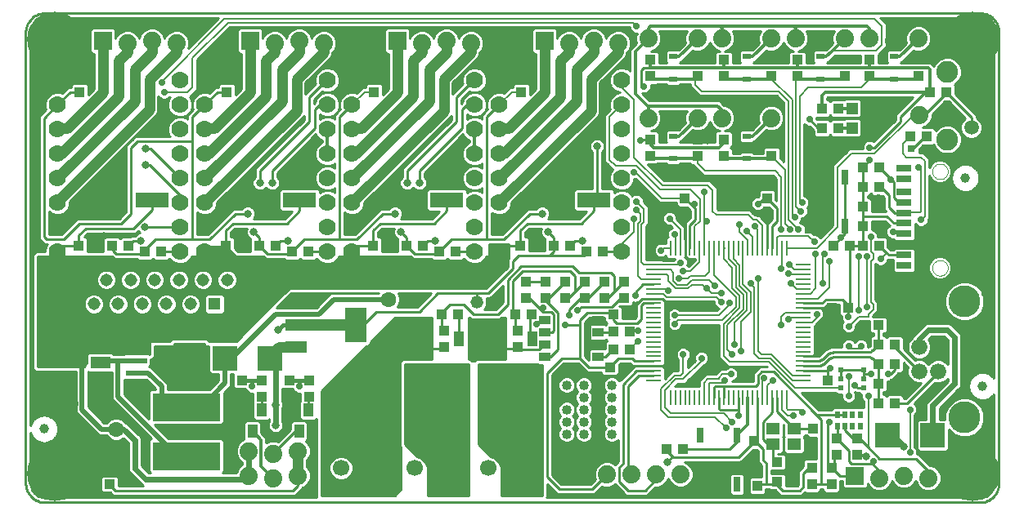
<source format=gtl>
G75*
G70*
%OFA0B0*%
%FSLAX24Y24*%
%IPPOS*%
%LPD*%
%AMOC8*
5,1,8,0,0,1.08239X$1,22.5*
%
%ADD10C,0.0100*%
%ADD11R,0.0106X0.0591*%
%ADD12R,0.0591X0.0106*%
%ADD13R,0.0551X0.0472*%
%ADD14R,0.0433X0.0394*%
%ADD15R,0.0394X0.0433*%
%ADD16R,0.0300X0.0600*%
%ADD17C,0.0660*%
%ADD18C,0.1300*%
%ADD19R,0.0197X0.0197*%
%ADD20R,0.0327X0.0248*%
%ADD21R,0.0472X0.0472*%
%ADD22R,0.1000X0.1000*%
%ADD23C,0.0886*%
%ADD24C,0.0594*%
%ADD25C,0.0740*%
%ADD26R,0.0315X0.0315*%
%ADD27R,0.0531X0.0591*%
%ADD28R,0.0394X0.0551*%
%ADD29R,0.0394X0.0512*%
%ADD30R,0.0591X0.0295*%
%ADD31C,0.0000*%
%ADD32C,0.0700*%
%ADD33R,0.1378X0.0630*%
%ADD34R,0.0740X0.0740*%
%ADD35R,0.2126X0.2441*%
%ADD36R,0.0394X0.0630*%
%ADD37C,0.0669*%
%ADD38R,0.0880X0.0480*%
%ADD39R,0.0866X0.1417*%
%ADD40R,0.0197X0.0256*%
%ADD41R,0.0515X0.0515*%
%ADD42C,0.0515*%
%ADD43C,0.0825*%
%ADD44R,0.2756X0.1122*%
%ADD45C,0.0400*%
%ADD46R,0.0870X0.0240*%
%ADD47R,0.0827X0.0500*%
%ADD48OC8,0.0630*%
%ADD49C,0.0630*%
%ADD50OC8,0.0520*%
%ADD51C,0.0520*%
%ADD52R,0.0450X0.0360*%
%ADD53C,0.0394*%
%ADD54C,0.2250*%
%ADD55C,0.0317*%
%ADD56C,0.0277*%
%ADD57C,0.0120*%
%ADD58C,0.0080*%
%ADD59C,0.0200*%
%ADD60C,0.0240*%
%ADD61C,0.0160*%
%ADD62C,0.0420*%
%ADD63C,0.0460*%
%ADD64C,0.0500*%
%ADD65C,0.1000*%
D10*
X002785Y001429D02*
X002785Y019835D01*
X002985Y019835D02*
X002992Y019927D01*
X003049Y020102D01*
X003157Y020250D01*
X003305Y020358D01*
X003480Y020415D01*
X003572Y020422D01*
X010646Y020422D01*
X009409Y019185D01*
X009450Y019284D01*
X009450Y019491D01*
X009371Y019682D01*
X009225Y019828D01*
X009033Y019907D01*
X008827Y019907D01*
X008635Y019828D01*
X008489Y019682D01*
X008450Y019587D01*
X008450Y019591D01*
X008371Y019782D01*
X008225Y019928D01*
X008033Y020007D01*
X007827Y020007D01*
X007635Y019928D01*
X007489Y019782D01*
X007410Y019591D01*
X007410Y019587D01*
X007371Y019682D01*
X007225Y019828D01*
X007033Y019907D01*
X006827Y019907D01*
X006635Y019828D01*
X006489Y019682D01*
X006450Y019587D01*
X006450Y019919D01*
X006362Y020007D01*
X005498Y020007D01*
X005410Y019919D01*
X005410Y019055D01*
X005498Y018967D01*
X005570Y018967D01*
X005570Y017536D01*
X005327Y017293D01*
X005327Y017681D01*
X005239Y017769D01*
X004721Y017769D01*
X004633Y017681D01*
X004633Y017603D01*
X004513Y017603D01*
X004263Y017353D01*
X004179Y017387D01*
X003981Y017387D01*
X003797Y017311D01*
X003656Y017171D01*
X003580Y016987D01*
X003580Y016788D01*
X003614Y016705D01*
X003447Y016537D01*
X003330Y016420D01*
X003330Y011404D01*
X003430Y011304D01*
X003547Y011187D01*
X003673Y011187D01*
X003656Y011171D01*
X003580Y010987D01*
X003580Y010887D01*
X003197Y010887D01*
X003080Y010770D01*
X003080Y006104D01*
X003197Y005987D01*
X004830Y005987D01*
X004830Y004388D01*
X004868Y004296D01*
X005738Y003425D01*
X005830Y003387D01*
X006080Y003387D01*
X006086Y003374D01*
X006217Y003243D01*
X006388Y003172D01*
X006572Y003172D01*
X006743Y003243D01*
X006768Y003268D01*
X006960Y003075D01*
X006960Y001984D01*
X007001Y001884D01*
X007077Y001808D01*
X007527Y001358D01*
X007578Y001337D01*
X006581Y001337D01*
X006581Y001646D01*
X006493Y001734D01*
X005936Y001734D01*
X005848Y001646D01*
X005848Y001128D01*
X005936Y001040D01*
X006244Y001040D01*
X006347Y000937D01*
X013763Y000937D01*
X013963Y001137D01*
X014080Y001254D01*
X014080Y001257D01*
X014175Y001296D01*
X014321Y001443D01*
X014400Y001634D01*
X014400Y001841D01*
X014321Y002032D01*
X014240Y002113D01*
X014240Y002362D01*
X014321Y002443D01*
X014400Y002634D01*
X014400Y002841D01*
X014321Y003032D01*
X014207Y003146D01*
X014277Y003217D01*
X014277Y003892D01*
X014189Y003980D01*
X013671Y003980D01*
X013583Y003892D01*
X013583Y003637D01*
X013068Y003122D01*
X012983Y003157D01*
X012777Y003157D01*
X012590Y003080D01*
X012590Y003291D01*
X012377Y003504D01*
X012377Y003892D01*
X012289Y003980D01*
X011771Y003980D01*
X011683Y003892D01*
X011683Y003219D01*
X011585Y003178D01*
X011439Y003032D01*
X011360Y002841D01*
X011360Y002634D01*
X011439Y002443D01*
X011585Y002296D01*
X011610Y002286D01*
X011610Y002188D01*
X011585Y002178D01*
X011439Y002032D01*
X011367Y001857D01*
X010801Y001857D01*
X010858Y001914D01*
X010858Y003160D01*
X010770Y003248D01*
X008623Y003248D01*
X008045Y003826D01*
X010770Y003826D01*
X010858Y003914D01*
X010858Y005112D01*
X011117Y005371D01*
X011155Y005463D01*
X011155Y005887D01*
X011245Y005887D01*
X011238Y005881D01*
X011238Y005363D01*
X011326Y005275D01*
X011744Y005275D01*
X011765Y005224D01*
X011846Y005143D01*
X011953Y005099D01*
X012038Y005099D01*
X012038Y004694D01*
X012057Y004675D01*
X012057Y004083D01*
X012145Y003995D01*
X012663Y003995D01*
X012710Y004042D01*
X012710Y003941D01*
X012672Y003849D01*
X012672Y003726D01*
X012719Y003613D01*
X012805Y003526D01*
X012919Y003479D01*
X013041Y003479D01*
X013155Y003526D01*
X013241Y003613D01*
X013288Y003726D01*
X013288Y003849D01*
X013250Y003941D01*
X013250Y004483D01*
X013288Y004576D01*
X013288Y004699D01*
X013250Y004791D01*
X013250Y005276D01*
X013251Y005275D01*
X013664Y005275D01*
X013685Y005224D01*
X013766Y005143D01*
X013873Y005099D01*
X013963Y005099D01*
X013963Y004764D01*
X013957Y004758D01*
X013957Y004083D01*
X014045Y003995D01*
X014563Y003995D01*
X014630Y004062D01*
X014630Y000854D01*
X014642Y000842D01*
X003655Y000842D01*
X003572Y000842D01*
X003480Y000849D01*
X003305Y000906D01*
X003157Y001014D01*
X003049Y001163D01*
X002992Y001338D01*
X002985Y001429D01*
X002985Y003479D01*
X003000Y003447D01*
X003010Y003410D01*
X003009Y003404D01*
X003013Y003399D01*
X003014Y003392D01*
X003019Y003389D01*
X003042Y003357D01*
X003058Y003322D01*
X003058Y003316D01*
X003063Y003312D01*
X003066Y003306D01*
X003071Y003304D01*
X003099Y003276D01*
X003121Y003244D01*
X003122Y003239D01*
X003127Y003235D01*
X003131Y003229D01*
X003137Y003228D01*
X003169Y003206D01*
X003196Y003178D01*
X003198Y003173D01*
X003204Y003170D01*
X003209Y003165D01*
X003215Y003165D01*
X003250Y003149D01*
X003282Y003127D01*
X003285Y003122D01*
X003291Y003120D01*
X003297Y003116D01*
X003302Y003117D01*
X003340Y003107D01*
X003375Y003090D01*
X003379Y003086D01*
X003386Y003086D01*
X003392Y003083D01*
X003397Y003085D01*
X003436Y003081D01*
X003474Y003071D01*
X003478Y003068D01*
X003485Y003068D01*
X003491Y003067D01*
X003496Y003069D01*
X003535Y003073D01*
X003574Y003069D01*
X003578Y003067D01*
X003585Y003068D01*
X003592Y003068D01*
X003596Y003071D01*
X003634Y003081D01*
X003672Y003085D01*
X003678Y003083D01*
X003684Y003086D01*
X003691Y003086D01*
X003694Y003090D01*
X003729Y003107D01*
X003767Y003117D01*
X003773Y003116D01*
X003778Y003120D01*
X003785Y003122D01*
X003787Y003127D01*
X003819Y003149D01*
X003855Y003165D01*
X003860Y003165D01*
X003865Y003170D01*
X003871Y003173D01*
X003873Y003178D01*
X003901Y003206D01*
X003933Y003228D01*
X003938Y003229D01*
X003942Y003235D01*
X003948Y003239D01*
X003948Y003244D01*
X003971Y003276D01*
X003998Y003304D01*
X004004Y003306D01*
X004007Y003312D01*
X004011Y003316D01*
X004011Y003322D01*
X004028Y003357D01*
X004050Y003389D01*
X004055Y003392D01*
X004057Y003399D01*
X004061Y003404D01*
X004060Y003410D01*
X004070Y003447D01*
X004086Y003483D01*
X004090Y003486D01*
X004091Y003493D01*
X004094Y003499D01*
X004092Y003504D01*
X004095Y003543D01*
X004106Y003581D01*
X004109Y003585D01*
X004108Y003592D01*
X004110Y003598D01*
X004107Y003603D01*
X004104Y003642D01*
X004107Y003681D01*
X004110Y003686D01*
X004108Y003692D01*
X004109Y003699D01*
X004106Y003703D01*
X004095Y003741D01*
X004092Y003780D01*
X004094Y003785D01*
X004091Y003791D01*
X004090Y003798D01*
X004086Y003801D01*
X004070Y003837D01*
X004060Y003874D01*
X004061Y003880D01*
X004057Y003885D01*
X004055Y003892D01*
X004050Y003895D01*
X004028Y003927D01*
X004011Y003962D01*
X004011Y003968D01*
X004007Y003972D01*
X004004Y003979D01*
X003998Y003980D01*
X003971Y004008D01*
X003948Y004040D01*
X003948Y004045D01*
X003942Y004049D01*
X003938Y004055D01*
X003933Y004056D01*
X003901Y004078D01*
X003873Y004106D01*
X003871Y004111D01*
X003865Y004114D01*
X003860Y004119D01*
X003855Y004119D01*
X003819Y004135D01*
X003787Y004157D01*
X003785Y004162D01*
X003778Y004164D01*
X003773Y004168D01*
X003767Y004167D01*
X003729Y004177D01*
X003694Y004194D01*
X003691Y004198D01*
X003684Y004198D01*
X003678Y004201D01*
X003672Y004199D01*
X003634Y004203D01*
X003596Y004213D01*
X003592Y004216D01*
X003585Y004216D01*
X003578Y004218D01*
X003574Y004215D01*
X003535Y004211D01*
X003496Y004215D01*
X003491Y004218D01*
X003485Y004216D01*
X003478Y004216D01*
X003474Y004213D01*
X003436Y004203D01*
X003397Y004199D01*
X003392Y004201D01*
X003386Y004198D01*
X003379Y004198D01*
X003375Y004194D01*
X003340Y004177D01*
X003302Y004167D01*
X003297Y004168D01*
X003291Y004164D01*
X003285Y004162D01*
X003282Y004157D01*
X003250Y004135D01*
X003215Y004119D01*
X003209Y004119D01*
X003204Y004114D01*
X003198Y004111D01*
X003196Y004106D01*
X003169Y004078D01*
X003137Y004056D01*
X003131Y004055D01*
X003127Y004049D01*
X003122Y004045D01*
X003121Y004040D01*
X003099Y004008D01*
X003071Y003980D01*
X003066Y003979D01*
X003063Y003972D01*
X003058Y003968D01*
X003058Y003962D01*
X003042Y003927D01*
X003019Y003895D01*
X003014Y003892D01*
X003013Y003885D01*
X003009Y003880D01*
X003010Y003874D01*
X003000Y003837D01*
X002985Y003805D01*
X002985Y019835D01*
X002986Y019850D02*
X005410Y019850D01*
X005410Y019751D02*
X002985Y019751D01*
X002985Y019653D02*
X005410Y019653D01*
X005410Y019554D02*
X002985Y019554D01*
X002985Y019456D02*
X005410Y019456D01*
X005410Y019357D02*
X002985Y019357D01*
X002985Y019259D02*
X005410Y019259D01*
X005410Y019160D02*
X002985Y019160D01*
X002985Y019062D02*
X005410Y019062D01*
X005570Y018963D02*
X002985Y018963D01*
X002985Y018865D02*
X005570Y018865D01*
X005570Y018766D02*
X002985Y018766D01*
X002985Y018668D02*
X005570Y018668D01*
X005570Y018569D02*
X002985Y018569D01*
X002985Y018471D02*
X005570Y018471D01*
X005570Y018372D02*
X002985Y018372D01*
X002985Y018274D02*
X005570Y018274D01*
X005570Y018175D02*
X002985Y018175D01*
X002985Y018077D02*
X005570Y018077D01*
X005570Y017978D02*
X002985Y017978D01*
X002985Y017880D02*
X005570Y017880D01*
X005570Y017781D02*
X002985Y017781D01*
X002985Y017683D02*
X004634Y017683D01*
X004494Y017584D02*
X002985Y017584D01*
X002985Y017486D02*
X004395Y017486D01*
X004297Y017387D02*
X004180Y017387D01*
X003980Y017387D02*
X002985Y017387D01*
X002985Y017289D02*
X003774Y017289D01*
X003676Y017190D02*
X002985Y017190D01*
X002985Y017092D02*
X003623Y017092D01*
X003583Y016993D02*
X002985Y016993D01*
X002985Y016895D02*
X003580Y016895D01*
X003580Y016796D02*
X002985Y016796D01*
X002985Y016698D02*
X003607Y016698D01*
X003509Y016599D02*
X002985Y016599D01*
X002985Y016501D02*
X003410Y016501D01*
X003330Y016402D02*
X002985Y016402D01*
X002985Y016304D02*
X003330Y016304D01*
X003330Y016205D02*
X002985Y016205D01*
X002985Y016107D02*
X003330Y016107D01*
X003330Y016008D02*
X002985Y016008D01*
X002985Y015910D02*
X003330Y015910D01*
X003330Y015811D02*
X002985Y015811D01*
X002985Y015713D02*
X003330Y015713D01*
X003330Y015614D02*
X002985Y015614D01*
X002985Y015516D02*
X003330Y015516D01*
X003330Y015417D02*
X002985Y015417D01*
X002985Y015319D02*
X003330Y015319D01*
X003330Y015220D02*
X002985Y015220D01*
X002985Y015122D02*
X003330Y015122D01*
X003330Y015023D02*
X002985Y015023D01*
X002985Y014925D02*
X003330Y014925D01*
X003330Y014826D02*
X002985Y014826D01*
X002985Y014728D02*
X003330Y014728D01*
X003330Y014629D02*
X002985Y014629D01*
X002985Y014531D02*
X003330Y014531D01*
X003330Y014432D02*
X002985Y014432D01*
X002985Y014334D02*
X003330Y014334D01*
X003330Y014235D02*
X002985Y014235D01*
X002985Y014137D02*
X003330Y014137D01*
X003330Y014038D02*
X002985Y014038D01*
X002985Y013940D02*
X003330Y013940D01*
X003330Y013841D02*
X002985Y013841D01*
X002985Y013743D02*
X003330Y013743D01*
X003330Y013644D02*
X002985Y013644D01*
X002985Y013546D02*
X003330Y013546D01*
X003330Y013447D02*
X002985Y013447D01*
X002985Y013349D02*
X003330Y013349D01*
X003330Y013250D02*
X002985Y013250D01*
X002985Y013152D02*
X003330Y013152D01*
X003330Y013053D02*
X002985Y013053D01*
X002985Y012955D02*
X003330Y012955D01*
X003330Y012856D02*
X002985Y012856D01*
X002985Y012758D02*
X003330Y012758D01*
X003330Y012659D02*
X002985Y012659D01*
X002985Y012561D02*
X003330Y012561D01*
X003330Y012462D02*
X002985Y012462D01*
X002985Y012364D02*
X003330Y012364D01*
X003330Y012265D02*
X002985Y012265D01*
X002985Y012167D02*
X003330Y012167D01*
X003330Y012068D02*
X002985Y012068D01*
X002985Y011970D02*
X003330Y011970D01*
X003330Y011871D02*
X002985Y011871D01*
X002985Y011773D02*
X003330Y011773D01*
X003330Y011674D02*
X002985Y011674D01*
X002985Y011576D02*
X003330Y011576D01*
X003330Y011477D02*
X002985Y011477D01*
X002985Y011379D02*
X003356Y011379D01*
X003454Y011280D02*
X002985Y011280D01*
X002985Y011182D02*
X003667Y011182D01*
X003620Y011083D02*
X002985Y011083D01*
X002985Y010985D02*
X003580Y010985D01*
X003196Y010886D02*
X002985Y010886D01*
X002985Y010788D02*
X003097Y010788D01*
X003080Y010689D02*
X002985Y010689D01*
X002985Y010591D02*
X003080Y010591D01*
X003080Y010492D02*
X002985Y010492D01*
X002985Y010394D02*
X003080Y010394D01*
X003080Y010295D02*
X002985Y010295D01*
X002985Y010197D02*
X003080Y010197D01*
X003080Y010098D02*
X002985Y010098D01*
X002985Y010000D02*
X003080Y010000D01*
X003080Y009901D02*
X002985Y009901D01*
X002985Y009803D02*
X003080Y009803D01*
X003080Y009704D02*
X002985Y009704D01*
X002985Y009606D02*
X003080Y009606D01*
X003080Y009507D02*
X002985Y009507D01*
X002985Y009409D02*
X003080Y009409D01*
X003080Y009310D02*
X002985Y009310D01*
X002985Y009212D02*
X003080Y009212D01*
X003080Y009113D02*
X002985Y009113D01*
X002985Y009015D02*
X003080Y009015D01*
X003080Y008916D02*
X002985Y008916D01*
X002985Y008818D02*
X003080Y008818D01*
X003080Y008719D02*
X002985Y008719D01*
X002985Y008621D02*
X003080Y008621D01*
X003080Y008522D02*
X002985Y008522D01*
X002985Y008424D02*
X003080Y008424D01*
X003080Y008325D02*
X002985Y008325D01*
X002985Y008227D02*
X003080Y008227D01*
X003080Y008128D02*
X002985Y008128D01*
X002985Y008030D02*
X003080Y008030D01*
X003080Y007931D02*
X002985Y007931D01*
X002985Y007833D02*
X003080Y007833D01*
X003080Y007734D02*
X002985Y007734D01*
X002985Y007636D02*
X003080Y007636D01*
X003080Y007537D02*
X002985Y007537D01*
X002985Y007439D02*
X003080Y007439D01*
X003080Y007340D02*
X002985Y007340D01*
X002985Y007242D02*
X003080Y007242D01*
X003080Y007143D02*
X002985Y007143D01*
X002985Y007045D02*
X003080Y007045D01*
X003080Y006946D02*
X002985Y006946D01*
X002985Y006848D02*
X003080Y006848D01*
X003080Y006749D02*
X002985Y006749D01*
X002985Y006651D02*
X003080Y006651D01*
X003080Y006552D02*
X002985Y006552D01*
X002985Y006454D02*
X003080Y006454D01*
X003080Y006355D02*
X002985Y006355D01*
X002985Y006257D02*
X003080Y006257D01*
X003080Y006158D02*
X002985Y006158D01*
X002985Y006060D02*
X003125Y006060D01*
X002985Y005961D02*
X004830Y005961D01*
X004830Y005863D02*
X002985Y005863D01*
X002985Y005764D02*
X004830Y005764D01*
X004830Y005666D02*
X002985Y005666D01*
X002985Y005567D02*
X004830Y005567D01*
X004830Y005469D02*
X002985Y005469D01*
X002985Y005370D02*
X004830Y005370D01*
X004830Y005272D02*
X002985Y005272D01*
X002985Y005173D02*
X004830Y005173D01*
X004830Y005075D02*
X002985Y005075D01*
X002985Y004976D02*
X004830Y004976D01*
X004830Y004878D02*
X002985Y004878D01*
X002985Y004779D02*
X004830Y004779D01*
X004830Y004681D02*
X002985Y004681D01*
X002985Y004582D02*
X004830Y004582D01*
X004830Y004484D02*
X002985Y004484D01*
X002985Y004385D02*
X004831Y004385D01*
X004877Y004287D02*
X002985Y004287D01*
X002985Y004188D02*
X003364Y004188D01*
X003180Y004090D02*
X002985Y004090D01*
X002985Y003991D02*
X003082Y003991D01*
X003015Y003893D02*
X002985Y003893D01*
X003706Y004188D02*
X004976Y004188D01*
X005074Y004090D02*
X003889Y004090D01*
X003988Y003991D02*
X005173Y003991D01*
X005271Y003893D02*
X004054Y003893D01*
X004091Y003794D02*
X005370Y003794D01*
X005468Y003696D02*
X004109Y003696D01*
X004110Y003597D02*
X005567Y003597D01*
X005665Y003499D02*
X004094Y003499D01*
X004058Y003400D02*
X005800Y003400D01*
X006158Y003302D02*
X003996Y003302D01*
X003898Y003203D02*
X006313Y003203D01*
X006647Y003203D02*
X006832Y003203D01*
X006931Y003105D02*
X003724Y003105D01*
X003345Y003105D02*
X002985Y003105D01*
X002985Y003203D02*
X003172Y003203D01*
X003073Y003302D02*
X002985Y003302D01*
X002985Y003400D02*
X003012Y003400D01*
X002985Y003006D02*
X006960Y003006D01*
X006960Y002908D02*
X002985Y002908D01*
X002985Y002809D02*
X006960Y002809D01*
X006960Y002711D02*
X002985Y002711D01*
X002985Y002612D02*
X006960Y002612D01*
X006960Y002514D02*
X002985Y002514D01*
X002985Y002415D02*
X006960Y002415D01*
X006960Y002317D02*
X002985Y002317D01*
X002985Y002218D02*
X006960Y002218D01*
X006960Y002120D02*
X002985Y002120D01*
X002985Y002021D02*
X006960Y002021D01*
X006985Y001923D02*
X002985Y001923D01*
X002985Y001824D02*
X007061Y001824D01*
X007160Y001726D02*
X006502Y001726D01*
X006581Y001627D02*
X007258Y001627D01*
X007357Y001529D02*
X006581Y001529D01*
X006581Y001430D02*
X007455Y001430D01*
X007792Y001857D02*
X007500Y002149D01*
X007500Y003241D01*
X007459Y003340D01*
X007383Y003416D01*
X006933Y003866D01*
X006879Y003888D01*
X006874Y003901D01*
X006743Y004032D01*
X006572Y004102D01*
X006388Y004102D01*
X006217Y004032D01*
X006086Y003901D01*
X006080Y003887D01*
X005984Y003887D01*
X005330Y004541D01*
X005330Y005991D01*
X005354Y005967D01*
X006303Y005967D01*
X006303Y004914D01*
X006342Y004822D01*
X007915Y003248D01*
X007890Y003248D01*
X007802Y003160D01*
X007802Y001914D01*
X007859Y001857D01*
X007792Y001857D01*
X007802Y001923D02*
X007727Y001923D01*
X007802Y002021D02*
X007628Y002021D01*
X007530Y002120D02*
X007802Y002120D01*
X007802Y002218D02*
X007500Y002218D01*
X007500Y002317D02*
X007802Y002317D01*
X007802Y002415D02*
X007500Y002415D01*
X007500Y002514D02*
X007802Y002514D01*
X007802Y002612D02*
X007500Y002612D01*
X007500Y002711D02*
X007802Y002711D01*
X007802Y002809D02*
X007500Y002809D01*
X007500Y002908D02*
X007802Y002908D01*
X007802Y003006D02*
X007500Y003006D01*
X007500Y003105D02*
X007802Y003105D01*
X007845Y003203D02*
X007500Y003203D01*
X007475Y003302D02*
X007862Y003302D01*
X007764Y003400D02*
X007399Y003400D01*
X007301Y003499D02*
X007665Y003499D01*
X007567Y003597D02*
X007202Y003597D01*
X007104Y003696D02*
X007468Y003696D01*
X007370Y003794D02*
X007005Y003794D01*
X006878Y003893D02*
X007271Y003893D01*
X007173Y003991D02*
X006784Y003991D01*
X006603Y004090D02*
X007074Y004090D01*
X006976Y004188D02*
X005683Y004188D01*
X005781Y004090D02*
X006357Y004090D01*
X006176Y003991D02*
X005880Y003991D01*
X005978Y003893D02*
X006082Y003893D01*
X005584Y004287D02*
X006877Y004287D01*
X006779Y004385D02*
X005486Y004385D01*
X005387Y004484D02*
X006680Y004484D01*
X006582Y004582D02*
X005330Y004582D01*
X005330Y004681D02*
X006483Y004681D01*
X006385Y004779D02*
X005330Y004779D01*
X005330Y004878D02*
X006319Y004878D01*
X006303Y004976D02*
X005330Y004976D01*
X005330Y005075D02*
X006303Y005075D01*
X006303Y005173D02*
X005330Y005173D01*
X005330Y005272D02*
X006303Y005272D01*
X006303Y005370D02*
X005330Y005370D01*
X005330Y005469D02*
X006303Y005469D01*
X006303Y005567D02*
X005330Y005567D01*
X005330Y005666D02*
X006303Y005666D01*
X006303Y005764D02*
X005330Y005764D01*
X005330Y005863D02*
X006303Y005863D01*
X006303Y005961D02*
X005330Y005961D01*
X005180Y006187D02*
X005267Y006353D01*
X005267Y006679D01*
X005354Y006767D01*
X005275Y006687D01*
X004830Y006687D01*
X004830Y007437D01*
X007830Y007437D01*
X007830Y006687D01*
X007817Y006687D01*
X007797Y006707D01*
X006803Y006707D01*
X006783Y006687D01*
X006385Y006687D01*
X006306Y006767D01*
X005354Y006767D01*
X005484Y006767D01*
X005730Y007237D01*
X008647Y007237D01*
X008747Y007337D01*
X010163Y007337D01*
X010263Y007237D01*
X011380Y007237D01*
X013220Y009077D01*
X013220Y009099D01*
X013308Y009187D01*
X013330Y009187D01*
X013530Y009387D01*
X017451Y009387D01*
X017488Y009402D01*
X017672Y009402D01*
X017709Y009387D01*
X018372Y009387D01*
X018387Y009402D01*
X018773Y009402D01*
X018788Y009387D01*
X021547Y009387D01*
X022430Y010270D01*
X022430Y010570D01*
X022480Y010620D01*
X022480Y011187D01*
X021680Y011187D01*
X021680Y010687D01*
X021538Y010687D01*
X021504Y010604D01*
X021363Y010463D01*
X021179Y010387D01*
X020981Y010387D01*
X020797Y010463D01*
X020657Y010604D01*
X020574Y010521D01*
X020056Y010521D01*
X019980Y010596D01*
X019904Y010521D01*
X019386Y010521D01*
X019320Y010587D01*
X018563Y010587D01*
X018463Y010687D01*
X015538Y010687D01*
X015504Y010604D01*
X015363Y010463D01*
X015179Y010387D01*
X014981Y010387D01*
X014797Y010463D01*
X014657Y010604D01*
X014574Y010521D01*
X014056Y010521D01*
X013980Y010596D01*
X013904Y010521D01*
X013386Y010521D01*
X013320Y010587D01*
X012563Y010587D01*
X012463Y010687D01*
X009538Y010687D01*
X009504Y010604D01*
X009363Y010463D01*
X009179Y010387D01*
X008981Y010387D01*
X008797Y010463D01*
X008657Y010604D01*
X008574Y010521D01*
X008056Y010521D01*
X007980Y010596D01*
X007904Y010521D01*
X007386Y010521D01*
X007320Y010587D01*
X006397Y010587D01*
X006297Y010687D01*
X003280Y010687D01*
X003280Y006187D01*
X005180Y006187D01*
X005216Y006257D02*
X003280Y006257D01*
X003280Y006355D02*
X005267Y006355D01*
X005267Y006454D02*
X003280Y006454D01*
X003280Y006552D02*
X005267Y006552D01*
X005267Y006651D02*
X003280Y006651D01*
X003280Y006749D02*
X005337Y006749D01*
X004830Y006749D01*
X004830Y006848D02*
X007830Y006848D01*
X007830Y006946D02*
X004830Y006946D01*
X004830Y007045D02*
X007830Y007045D01*
X007830Y007143D02*
X004830Y007143D01*
X004830Y007242D02*
X007830Y007242D01*
X007830Y007340D02*
X004830Y007340D01*
X005577Y006946D02*
X003280Y006946D01*
X003280Y006848D02*
X005526Y006848D01*
X005629Y007045D02*
X003280Y007045D01*
X003280Y007143D02*
X005681Y007143D01*
X006323Y006749D02*
X007830Y006749D01*
X008030Y006749D02*
X010255Y006749D01*
X010255Y006651D02*
X008030Y006651D01*
X008030Y006604D02*
X008030Y007037D01*
X010255Y007037D01*
X010255Y005975D01*
X010343Y005887D01*
X010655Y005887D01*
X010655Y005616D01*
X010287Y005248D01*
X008580Y005248D01*
X008580Y005437D01*
X008542Y005529D01*
X007922Y006149D01*
X007830Y006187D01*
X007817Y006187D01*
X007817Y006187D01*
X007885Y006255D01*
X007885Y006487D01*
X007913Y006487D01*
X008030Y006604D01*
X007978Y006552D02*
X010255Y006552D01*
X010255Y006454D02*
X007885Y006454D01*
X007885Y006355D02*
X010255Y006355D01*
X010255Y006257D02*
X007885Y006257D01*
X007900Y006158D02*
X010255Y006158D01*
X010255Y006060D02*
X008011Y006060D01*
X008110Y005961D02*
X010269Y005961D01*
X010080Y005961D02*
X008830Y005961D01*
X008830Y005863D02*
X010080Y005863D01*
X010080Y005764D02*
X008830Y005764D01*
X008830Y005666D02*
X010080Y005666D01*
X010080Y005567D02*
X008830Y005567D01*
X008830Y005469D02*
X010080Y005469D01*
X010080Y005370D02*
X008830Y005370D01*
X008830Y005272D02*
X010080Y005272D01*
X010080Y005248D02*
X008830Y005248D01*
X008830Y007137D01*
X010080Y007137D01*
X010080Y005248D01*
X010311Y005272D02*
X008580Y005272D01*
X008580Y005370D02*
X010409Y005370D01*
X010508Y005469D02*
X008567Y005469D01*
X008504Y005567D02*
X010606Y005567D01*
X010655Y005666D02*
X008405Y005666D01*
X008307Y005764D02*
X010655Y005764D01*
X010655Y005863D02*
X008208Y005863D01*
X007895Y005469D02*
X006803Y005469D01*
X006803Y005567D02*
X007797Y005567D01*
X007698Y005666D02*
X006803Y005666D01*
X006803Y005667D02*
X006803Y005067D01*
X007802Y004069D01*
X007802Y005160D01*
X007890Y005248D01*
X008080Y005248D01*
X008080Y005284D01*
X007696Y005667D01*
X006803Y005667D01*
X006803Y005370D02*
X007994Y005370D01*
X008080Y005272D02*
X006803Y005272D01*
X006803Y005173D02*
X007815Y005173D01*
X007802Y005075D02*
X006803Y005075D01*
X006895Y004976D02*
X007802Y004976D01*
X007802Y004878D02*
X006993Y004878D01*
X007092Y004779D02*
X007802Y004779D01*
X007802Y004681D02*
X007190Y004681D01*
X007289Y004582D02*
X007802Y004582D01*
X007802Y004484D02*
X007387Y004484D01*
X007486Y004385D02*
X007802Y004385D01*
X007802Y004287D02*
X007584Y004287D01*
X007683Y004188D02*
X007802Y004188D01*
X007802Y004090D02*
X007781Y004090D01*
X008077Y003794D02*
X011683Y003794D01*
X011683Y003696D02*
X008175Y003696D01*
X008274Y003597D02*
X011683Y003597D01*
X011683Y003499D02*
X008372Y003499D01*
X008471Y003400D02*
X011683Y003400D01*
X011683Y003302D02*
X008569Y003302D01*
X010815Y003203D02*
X011646Y003203D01*
X011512Y003105D02*
X010858Y003105D01*
X010858Y003006D02*
X011428Y003006D01*
X011388Y002908D02*
X010858Y002908D01*
X010858Y002809D02*
X011360Y002809D01*
X011360Y002711D02*
X010858Y002711D01*
X010858Y002612D02*
X011369Y002612D01*
X011410Y002514D02*
X010858Y002514D01*
X010858Y002415D02*
X011467Y002415D01*
X011565Y002317D02*
X010858Y002317D01*
X010858Y002218D02*
X011610Y002218D01*
X011527Y002120D02*
X010858Y002120D01*
X010858Y002021D02*
X011435Y002021D01*
X011394Y001923D02*
X010858Y001923D01*
X012590Y003105D02*
X012649Y003105D01*
X012590Y003203D02*
X013149Y003203D01*
X013247Y003302D02*
X012580Y003302D01*
X012481Y003400D02*
X013346Y003400D01*
X013444Y003499D02*
X013089Y003499D01*
X013226Y003597D02*
X013543Y003597D01*
X013583Y003696D02*
X013276Y003696D01*
X013288Y003794D02*
X013583Y003794D01*
X013584Y003893D02*
X013270Y003893D01*
X013250Y003991D02*
X014630Y003991D01*
X014630Y003893D02*
X014276Y003893D01*
X014277Y003794D02*
X014630Y003794D01*
X014630Y003696D02*
X014277Y003696D01*
X014277Y003597D02*
X014630Y003597D01*
X014630Y003499D02*
X014277Y003499D01*
X014277Y003400D02*
X014630Y003400D01*
X014630Y003302D02*
X014277Y003302D01*
X014263Y003203D02*
X014630Y003203D01*
X014630Y003105D02*
X014248Y003105D01*
X014332Y003006D02*
X014630Y003006D01*
X014630Y002908D02*
X014372Y002908D01*
X014400Y002809D02*
X014630Y002809D01*
X014630Y002711D02*
X014400Y002711D01*
X014391Y002612D02*
X014630Y002612D01*
X014630Y002514D02*
X014350Y002514D01*
X014293Y002415D02*
X014630Y002415D01*
X014630Y002317D02*
X014240Y002317D01*
X014240Y002218D02*
X014630Y002218D01*
X014630Y002120D02*
X014240Y002120D01*
X014325Y002021D02*
X014630Y002021D01*
X014630Y001923D02*
X014366Y001923D01*
X014400Y001824D02*
X014630Y001824D01*
X014630Y001726D02*
X014400Y001726D01*
X014397Y001627D02*
X014630Y001627D01*
X014630Y001529D02*
X014356Y001529D01*
X014308Y001430D02*
X014630Y001430D01*
X014630Y001332D02*
X014210Y001332D01*
X014059Y001233D02*
X014630Y001233D01*
X014630Y001135D02*
X013960Y001135D01*
X013862Y001036D02*
X014630Y001036D01*
X014630Y000938D02*
X013763Y000938D01*
X013680Y001137D02*
X013880Y001337D01*
X013880Y001737D01*
X014830Y001726D02*
X015278Y001726D01*
X015230Y001773D02*
X015366Y001637D01*
X015545Y001563D01*
X015737Y001563D01*
X015916Y001637D01*
X016052Y001773D01*
X016126Y001952D01*
X016126Y002144D01*
X016052Y002322D01*
X015916Y002459D01*
X015737Y002533D01*
X015545Y002533D01*
X015366Y002459D01*
X015230Y002322D01*
X015156Y002144D01*
X015156Y001952D01*
X015230Y001773D01*
X015209Y001824D02*
X014830Y001824D01*
X014830Y001923D02*
X015168Y001923D01*
X015156Y002021D02*
X014830Y002021D01*
X014830Y002120D02*
X015156Y002120D01*
X015187Y002218D02*
X014830Y002218D01*
X014830Y002317D02*
X015228Y002317D01*
X015323Y002415D02*
X014830Y002415D01*
X014830Y002514D02*
X015499Y002514D01*
X015783Y002514D02*
X018080Y002514D01*
X018080Y002612D02*
X014830Y002612D01*
X014830Y002711D02*
X018080Y002711D01*
X018080Y002809D02*
X014830Y002809D01*
X014830Y002908D02*
X018077Y002908D01*
X018080Y002904D02*
X018080Y001187D01*
X017830Y000937D01*
X014830Y000937D01*
X014830Y005187D01*
X016671Y007029D01*
X016745Y007029D01*
X016833Y007117D01*
X016833Y007190D01*
X017830Y008187D01*
X019330Y008187D01*
X019330Y006487D01*
X018147Y006487D01*
X018097Y006437D01*
X018080Y006437D01*
X018080Y006420D01*
X018030Y006370D01*
X018030Y002954D01*
X018080Y002904D01*
X018030Y003006D02*
X014830Y003006D01*
X014830Y003105D02*
X018030Y003105D01*
X018030Y003203D02*
X014830Y003203D01*
X014830Y003302D02*
X018030Y003302D01*
X018030Y003400D02*
X014830Y003400D01*
X014830Y003499D02*
X018030Y003499D01*
X018030Y003597D02*
X014830Y003597D01*
X014830Y003696D02*
X018030Y003696D01*
X018030Y003794D02*
X014830Y003794D01*
X014830Y003893D02*
X018030Y003893D01*
X018030Y003991D02*
X014830Y003991D01*
X014830Y004090D02*
X018030Y004090D01*
X018030Y004188D02*
X014830Y004188D01*
X014830Y004287D02*
X018030Y004287D01*
X018030Y004385D02*
X014830Y004385D01*
X014830Y004484D02*
X018030Y004484D01*
X018030Y004582D02*
X014830Y004582D01*
X014830Y004681D02*
X018030Y004681D01*
X018030Y004779D02*
X014830Y004779D01*
X014830Y004878D02*
X018030Y004878D01*
X018030Y004976D02*
X014830Y004976D01*
X014830Y005075D02*
X018030Y005075D01*
X018030Y005173D02*
X014830Y005173D01*
X014914Y005272D02*
X018030Y005272D01*
X018030Y005370D02*
X015013Y005370D01*
X015111Y005469D02*
X018030Y005469D01*
X018030Y005567D02*
X015210Y005567D01*
X015308Y005666D02*
X018030Y005666D01*
X018030Y005764D02*
X015407Y005764D01*
X015505Y005863D02*
X018030Y005863D01*
X018030Y005961D02*
X015604Y005961D01*
X015702Y006060D02*
X018030Y006060D01*
X018030Y006158D02*
X015801Y006158D01*
X015899Y006257D02*
X018030Y006257D01*
X018030Y006355D02*
X015998Y006355D01*
X016096Y006454D02*
X018113Y006454D01*
X018230Y006287D02*
X020830Y006287D01*
X020830Y000937D01*
X019180Y000937D01*
X019180Y002087D01*
X019126Y002142D01*
X019126Y002144D01*
X019052Y002322D01*
X018916Y002459D01*
X018737Y002533D01*
X018735Y002533D01*
X018230Y003037D01*
X018230Y006287D01*
X018230Y006257D02*
X020830Y006257D01*
X020830Y006158D02*
X018230Y006158D01*
X018230Y006060D02*
X020830Y006060D01*
X020830Y005961D02*
X018230Y005961D01*
X018230Y005863D02*
X020830Y005863D01*
X020830Y005764D02*
X018230Y005764D01*
X018230Y005666D02*
X020830Y005666D01*
X020830Y005567D02*
X018230Y005567D01*
X018230Y005469D02*
X020830Y005469D01*
X020830Y005370D02*
X018230Y005370D01*
X018230Y005272D02*
X020830Y005272D01*
X020830Y005173D02*
X018230Y005173D01*
X018230Y005075D02*
X020830Y005075D01*
X020830Y004976D02*
X018230Y004976D01*
X018230Y004878D02*
X020830Y004878D01*
X020830Y004779D02*
X018230Y004779D01*
X018230Y004681D02*
X020830Y004681D01*
X020830Y004582D02*
X018230Y004582D01*
X018230Y004484D02*
X020830Y004484D01*
X020830Y004385D02*
X018230Y004385D01*
X018230Y004287D02*
X020830Y004287D01*
X020830Y004188D02*
X018230Y004188D01*
X018230Y004090D02*
X020830Y004090D01*
X020830Y003991D02*
X018230Y003991D01*
X018230Y003893D02*
X020830Y003893D01*
X020830Y003794D02*
X018230Y003794D01*
X018230Y003696D02*
X020830Y003696D01*
X020830Y003597D02*
X018230Y003597D01*
X018230Y003499D02*
X020830Y003499D01*
X020830Y003400D02*
X018230Y003400D01*
X018230Y003302D02*
X020830Y003302D01*
X020830Y003203D02*
X018230Y003203D01*
X018230Y003105D02*
X020830Y003105D01*
X020830Y003006D02*
X018261Y003006D01*
X018360Y002908D02*
X020830Y002908D01*
X020830Y002809D02*
X018458Y002809D01*
X018557Y002711D02*
X020830Y002711D01*
X020830Y002612D02*
X018655Y002612D01*
X018783Y002514D02*
X020830Y002514D01*
X020830Y002415D02*
X018959Y002415D01*
X019054Y002317D02*
X020830Y002317D01*
X020830Y002218D02*
X019095Y002218D01*
X019148Y002120D02*
X020830Y002120D01*
X020830Y002021D02*
X019180Y002021D01*
X019180Y001923D02*
X020830Y001923D01*
X020830Y001824D02*
X019180Y001824D01*
X019180Y001726D02*
X020830Y001726D01*
X020830Y001627D02*
X019180Y001627D01*
X019180Y001529D02*
X020830Y001529D01*
X020830Y001430D02*
X019180Y001430D01*
X019180Y001332D02*
X020830Y001332D01*
X020830Y001233D02*
X019180Y001233D01*
X019180Y001135D02*
X020830Y001135D01*
X020830Y001036D02*
X019180Y001036D01*
X019180Y000938D02*
X020830Y000938D01*
X022180Y000938D02*
X023830Y000938D01*
X023830Y000937D02*
X022180Y000937D01*
X022180Y002087D01*
X022126Y002142D01*
X022126Y002144D01*
X022052Y002322D01*
X021916Y002459D01*
X021737Y002533D01*
X021735Y002533D01*
X021230Y003037D01*
X021230Y006287D01*
X023638Y006287D01*
X023668Y006257D01*
X023830Y006257D01*
X023830Y000937D01*
X023830Y001036D02*
X022180Y001036D01*
X022180Y001135D02*
X023830Y001135D01*
X023830Y001233D02*
X022180Y001233D01*
X022180Y001332D02*
X023830Y001332D01*
X023830Y001430D02*
X022180Y001430D01*
X022180Y001529D02*
X023830Y001529D01*
X023830Y001627D02*
X022180Y001627D01*
X022180Y001726D02*
X023830Y001726D01*
X023830Y001824D02*
X022180Y001824D01*
X022180Y001923D02*
X023830Y001923D01*
X023830Y002021D02*
X022180Y002021D01*
X022148Y002120D02*
X023830Y002120D01*
X023830Y002218D02*
X022095Y002218D01*
X022054Y002317D02*
X023830Y002317D01*
X023830Y002415D02*
X021959Y002415D01*
X021783Y002514D02*
X023830Y002514D01*
X023830Y002612D02*
X021655Y002612D01*
X021557Y002711D02*
X023830Y002711D01*
X023830Y002809D02*
X021458Y002809D01*
X021360Y002908D02*
X023830Y002908D01*
X023830Y003006D02*
X021261Y003006D01*
X021230Y003105D02*
X023830Y003105D01*
X023830Y003203D02*
X021230Y003203D01*
X021230Y003302D02*
X023830Y003302D01*
X023830Y003400D02*
X021230Y003400D01*
X021230Y003499D02*
X023830Y003499D01*
X023830Y003597D02*
X021230Y003597D01*
X021230Y003696D02*
X023830Y003696D01*
X023830Y003794D02*
X021230Y003794D01*
X021230Y003893D02*
X023830Y003893D01*
X023830Y003991D02*
X021230Y003991D01*
X021230Y004090D02*
X023830Y004090D01*
X023830Y004188D02*
X021230Y004188D01*
X021230Y004287D02*
X023830Y004287D01*
X023830Y004385D02*
X021230Y004385D01*
X021230Y004484D02*
X023830Y004484D01*
X023830Y004582D02*
X021230Y004582D01*
X021230Y004681D02*
X023830Y004681D01*
X023830Y004779D02*
X021230Y004779D01*
X021230Y004878D02*
X023830Y004878D01*
X023830Y004976D02*
X021230Y004976D01*
X021230Y005075D02*
X023830Y005075D01*
X023830Y005173D02*
X021230Y005173D01*
X021230Y005272D02*
X023830Y005272D01*
X023830Y005370D02*
X021230Y005370D01*
X021230Y005469D02*
X023830Y005469D01*
X023830Y005567D02*
X021230Y005567D01*
X021230Y005666D02*
X023830Y005666D01*
X023830Y005764D02*
X021230Y005764D01*
X021230Y005863D02*
X023830Y005863D01*
X023830Y005961D02*
X021230Y005961D01*
X021230Y006060D02*
X023830Y006060D01*
X023830Y006158D02*
X021230Y006158D01*
X021230Y006257D02*
X023830Y006257D01*
X024030Y005937D02*
X024030Y001687D01*
X024530Y001187D01*
X025880Y001187D01*
X026480Y001787D01*
X026014Y002021D02*
X024230Y002021D01*
X024230Y001923D02*
X025973Y001923D01*
X025960Y001891D02*
X025960Y001684D01*
X025999Y001589D01*
X025797Y001387D01*
X024613Y001387D01*
X024230Y001770D01*
X024230Y005854D01*
X024713Y006337D01*
X025297Y006337D01*
X025667Y005967D01*
X026229Y005967D01*
X026229Y005908D01*
X026317Y005820D01*
X026874Y005820D01*
X026962Y005908D01*
X026962Y006256D01*
X027018Y006312D01*
X027422Y006312D01*
X027522Y006212D01*
X027592Y006212D01*
X027047Y005667D01*
X026988Y005608D01*
X026977Y005636D01*
X026878Y005734D01*
X026750Y005787D01*
X026610Y005787D01*
X026482Y005734D01*
X026383Y005636D01*
X026330Y005507D01*
X026330Y005368D01*
X026383Y005239D01*
X026435Y005187D01*
X026383Y005136D01*
X026330Y005007D01*
X026330Y004868D01*
X026383Y004739D01*
X026435Y004687D01*
X026383Y004636D01*
X026330Y004507D01*
X026330Y004368D01*
X026383Y004239D01*
X026435Y004187D01*
X026383Y004136D01*
X026330Y004007D01*
X026330Y003868D01*
X026383Y003739D01*
X026435Y003687D01*
X026383Y003636D01*
X026330Y003507D01*
X026330Y003368D01*
X026383Y003239D01*
X026482Y003141D01*
X026610Y003087D01*
X026750Y003087D01*
X026878Y003141D01*
X026930Y003192D01*
X026930Y002320D01*
X026806Y002196D01*
X026775Y002228D01*
X026583Y002307D01*
X026377Y002307D01*
X026185Y002228D01*
X026039Y002082D01*
X025960Y001891D01*
X025960Y001824D02*
X024230Y001824D01*
X024275Y001726D02*
X025960Y001726D01*
X025984Y001627D02*
X024373Y001627D01*
X024472Y001529D02*
X025938Y001529D01*
X025840Y001430D02*
X024570Y001430D01*
X024300Y001135D02*
X024030Y001135D01*
X024030Y001233D02*
X024201Y001233D01*
X024103Y001332D02*
X024030Y001332D01*
X024030Y001404D02*
X024330Y001104D01*
X024447Y000987D01*
X025963Y000987D01*
X026282Y001306D01*
X026377Y001267D01*
X026583Y001267D01*
X026775Y001346D01*
X026806Y001378D01*
X026897Y001287D01*
X026897Y001287D01*
X027130Y001054D01*
X027247Y000937D01*
X028113Y000937D01*
X028443Y001267D01*
X028583Y001267D01*
X028775Y001346D01*
X028921Y001493D01*
X028980Y001636D01*
X029039Y001493D01*
X029185Y001346D01*
X029377Y001267D01*
X029583Y001267D01*
X029775Y001346D01*
X029921Y001493D01*
X030000Y001684D01*
X030000Y001891D01*
X029921Y002082D01*
X029775Y002228D01*
X029632Y002287D01*
X031913Y002287D01*
X032431Y002805D01*
X032579Y002805D01*
X032630Y002754D01*
X032630Y002304D01*
X032780Y002154D01*
X032780Y001694D01*
X032346Y001694D01*
X032258Y001606D01*
X032258Y001049D01*
X032346Y000961D01*
X032864Y000961D01*
X032952Y001049D01*
X032952Y001187D01*
X033070Y001187D01*
X033117Y001140D01*
X033344Y001140D01*
X033547Y000937D01*
X034413Y000937D01*
X034530Y001054D01*
X034530Y001054D01*
X034541Y001066D01*
X034571Y001036D01*
X035089Y001036D01*
X035177Y001124D01*
X035177Y001203D01*
X035283Y001203D01*
X035283Y001124D01*
X035371Y001036D01*
X035889Y001036D01*
X035977Y001124D01*
X035977Y001537D01*
X036060Y001537D01*
X036060Y001305D01*
X036148Y001217D01*
X037012Y001217D01*
X037100Y001305D01*
X037100Y001437D01*
X037139Y001343D01*
X037285Y001196D01*
X037477Y001117D01*
X037683Y001117D01*
X037875Y001196D01*
X038021Y001343D01*
X038100Y001534D01*
X038100Y001537D01*
X038139Y001443D01*
X038285Y001296D01*
X038477Y001217D01*
X038683Y001217D01*
X038875Y001296D01*
X039021Y001443D01*
X039060Y001537D01*
X039060Y001534D01*
X039139Y001343D01*
X039285Y001196D01*
X039477Y001117D01*
X039683Y001117D01*
X039875Y001196D01*
X040021Y001343D01*
X040100Y001534D01*
X040100Y001741D01*
X040021Y001932D01*
X039875Y002078D01*
X039683Y002157D01*
X039643Y002157D01*
X039163Y002637D01*
X039119Y002637D01*
X039119Y002745D01*
X039075Y002851D01*
X039020Y002906D01*
X039020Y004219D01*
X039075Y004274D01*
X039119Y004380D01*
X039119Y004495D01*
X039075Y004601D01*
X038997Y004679D01*
X039848Y005530D01*
X039885Y005515D01*
X040075Y005515D01*
X040252Y005588D01*
X040360Y005696D01*
X040360Y005599D01*
X039526Y004765D01*
X039485Y004666D01*
X039485Y004037D01*
X039193Y004037D01*
X039105Y003949D01*
X039105Y002825D01*
X039193Y002737D01*
X040317Y002737D01*
X040405Y002825D01*
X040405Y003631D01*
X040597Y003439D01*
X040891Y003317D01*
X041209Y003317D01*
X041503Y003439D01*
X041728Y003664D01*
X041850Y003958D01*
X041850Y004276D01*
X041728Y004570D01*
X041503Y004796D01*
X041209Y004917D01*
X040891Y004917D01*
X040597Y004796D01*
X040372Y004570D01*
X040250Y004276D01*
X040250Y004037D01*
X040025Y004037D01*
X040025Y004500D01*
X040783Y005258D01*
X040859Y005334D01*
X040900Y005434D01*
X040900Y007441D01*
X040859Y007540D01*
X040559Y007840D01*
X040483Y007916D01*
X040384Y007957D01*
X039526Y007957D01*
X039427Y007916D01*
X039047Y007536D01*
X038971Y007460D01*
X038943Y007393D01*
X038928Y007386D01*
X038793Y007251D01*
X038720Y007075D01*
X038720Y006884D01*
X038793Y006708D01*
X038928Y006572D01*
X039105Y006499D01*
X039295Y006499D01*
X039472Y006572D01*
X039607Y006708D01*
X039680Y006884D01*
X039680Y007075D01*
X039607Y007251D01*
X039566Y007292D01*
X039692Y007417D01*
X040218Y007417D01*
X040360Y007275D01*
X040360Y006294D01*
X040252Y006402D01*
X040075Y006475D01*
X039885Y006475D01*
X039708Y006402D01*
X039590Y006284D01*
X039472Y006402D01*
X039295Y006475D01*
X039105Y006475D01*
X039033Y006445D01*
X038561Y006917D01*
X038561Y007366D01*
X038474Y007454D01*
X037956Y007454D01*
X037880Y007378D01*
X037804Y007454D01*
X037745Y007454D01*
X037745Y007540D01*
X037824Y007540D01*
X037912Y007628D01*
X037912Y008146D01*
X037824Y008234D01*
X037320Y008234D01*
X037320Y008259D01*
X037409Y008347D01*
X037520Y008459D01*
X037520Y008816D01*
X037420Y008916D01*
X037420Y010389D01*
X037466Y010343D01*
X037573Y010299D01*
X037687Y010299D01*
X037794Y010343D01*
X037875Y010424D01*
X037919Y010530D01*
X037919Y010540D01*
X038142Y010540D01*
X038142Y010531D01*
X038149Y010524D01*
X038142Y010517D01*
X038142Y010098D01*
X037420Y010098D01*
X037420Y010000D02*
X039641Y010000D01*
X039659Y009955D02*
X039790Y009825D01*
X039961Y009754D01*
X040146Y009754D01*
X040317Y009825D01*
X040448Y009955D01*
X040519Y010126D01*
X040519Y010311D01*
X040448Y010482D01*
X040317Y010613D01*
X040146Y010684D01*
X039961Y010684D01*
X039790Y010613D01*
X039659Y010482D01*
X039589Y010311D01*
X039589Y010126D01*
X039659Y009955D01*
X039714Y009901D02*
X037420Y009901D01*
X037420Y009803D02*
X039844Y009803D01*
X040264Y009803D02*
X042250Y009803D01*
X042250Y009901D02*
X040393Y009901D01*
X040466Y010000D02*
X042250Y010000D01*
X042250Y010098D02*
X040507Y010098D01*
X040519Y010197D02*
X042250Y010197D01*
X042250Y010295D02*
X040519Y010295D01*
X040485Y010394D02*
X042250Y010394D01*
X042250Y010492D02*
X040438Y010492D01*
X040339Y010591D02*
X042250Y010591D01*
X042250Y010689D02*
X039032Y010689D01*
X039032Y010591D02*
X039768Y010591D01*
X039669Y010492D02*
X039032Y010492D01*
X039032Y010517D02*
X039032Y010098D01*
X039600Y010098D01*
X039589Y010197D02*
X039032Y010197D01*
X039032Y010295D02*
X039589Y010295D01*
X039623Y010394D02*
X039032Y010394D01*
X039032Y010517D02*
X039026Y010524D01*
X039032Y010531D01*
X039032Y010950D01*
X038944Y011038D01*
X038230Y011038D01*
X038142Y010950D01*
X038142Y010940D01*
X038044Y010940D01*
X037911Y011073D01*
X037911Y011416D01*
X037824Y011504D01*
X037519Y011504D01*
X037519Y011545D01*
X037475Y011651D01*
X037394Y011732D01*
X037287Y011776D01*
X037262Y011776D01*
X037262Y012137D01*
X037797Y012137D01*
X037992Y011943D01*
X037966Y011932D01*
X037885Y011851D01*
X037841Y011745D01*
X037841Y011630D01*
X037885Y011524D01*
X037966Y011443D01*
X038073Y011399D01*
X038142Y011399D01*
X038142Y011397D01*
X038230Y011309D01*
X038944Y011309D01*
X039032Y011397D01*
X039032Y011816D01*
X039026Y011823D01*
X039032Y011830D01*
X039032Y012031D01*
X039035Y012024D01*
X039116Y011943D01*
X039223Y011899D01*
X039337Y011899D01*
X039444Y011943D01*
X039525Y012024D01*
X039569Y012130D01*
X039569Y012207D01*
X039620Y012259D01*
X039620Y013988D01*
X039659Y013892D01*
X039790Y013762D01*
X039961Y013691D01*
X040146Y013691D01*
X040317Y013762D01*
X040448Y013892D01*
X040519Y014063D01*
X040519Y014248D01*
X040448Y014419D01*
X040317Y014550D01*
X040146Y014621D01*
X039961Y014621D01*
X039790Y014550D01*
X039659Y014419D01*
X039620Y014324D01*
X039620Y014666D01*
X039509Y014777D01*
X039359Y014927D01*
X039192Y014927D01*
X039192Y015067D01*
X039346Y015221D01*
X039774Y015221D01*
X039794Y015241D01*
X039843Y015123D01*
X040010Y014957D01*
X040228Y014866D01*
X040464Y014866D01*
X040682Y014957D01*
X040848Y015123D01*
X040939Y015341D01*
X040939Y015577D01*
X040848Y015795D01*
X040682Y015962D01*
X040464Y016052D01*
X040228Y016052D01*
X040010Y015962D01*
X039861Y015814D01*
X039861Y015866D01*
X039774Y015954D01*
X039329Y015954D01*
X039505Y016026D01*
X039651Y016173D01*
X039730Y016364D01*
X039730Y016504D01*
X040246Y017021D01*
X040398Y017021D01*
X041085Y016334D01*
X041077Y016330D01*
X040951Y016205D01*
X040883Y016040D01*
X040883Y015863D01*
X040951Y015698D01*
X041077Y015573D01*
X041241Y015505D01*
X041419Y015505D01*
X041583Y015573D01*
X041709Y015698D01*
X041777Y015863D01*
X041777Y016040D01*
X041709Y016205D01*
X041583Y016330D01*
X041530Y016352D01*
X041530Y016455D01*
X040661Y017323D01*
X040661Y017666D01*
X040634Y017693D01*
X040682Y017713D01*
X040848Y017879D01*
X040939Y018097D01*
X040939Y018333D01*
X040848Y018551D01*
X040682Y018718D01*
X040464Y018808D01*
X040228Y018808D01*
X040010Y018718D01*
X039843Y018551D01*
X039805Y018459D01*
X039790Y018474D01*
X039667Y018597D01*
X038437Y018597D01*
X038470Y018630D01*
X038507Y018630D01*
X038980Y019102D01*
X039064Y019067D01*
X039271Y019067D01*
X039462Y019146D01*
X039608Y019293D01*
X039687Y019484D01*
X039687Y019691D01*
X039608Y019882D01*
X039462Y020028D01*
X039271Y020107D01*
X039064Y020107D01*
X038873Y020028D01*
X038727Y019882D01*
X038648Y019691D01*
X038648Y019484D01*
X038683Y019399D01*
X038397Y019114D01*
X037954Y019114D01*
X037867Y019026D01*
X037867Y018654D01*
X037923Y018597D01*
X037547Y018597D01*
X037547Y018935D01*
X037870Y019259D01*
X037870Y020166D01*
X037759Y020277D01*
X037614Y020422D01*
X041663Y020422D01*
X041755Y020415D01*
X041929Y020358D01*
X042078Y020250D01*
X042186Y020102D01*
X042243Y019927D01*
X042250Y019835D01*
X042250Y005730D01*
X042248Y005730D01*
X042221Y005758D01*
X042198Y005790D01*
X042198Y005795D01*
X042192Y005799D01*
X042188Y005805D01*
X042183Y005806D01*
X042151Y005828D01*
X042123Y005856D01*
X042121Y005861D01*
X042115Y005864D01*
X042110Y005869D01*
X042105Y005869D01*
X042069Y005885D01*
X042037Y005907D01*
X042035Y005912D01*
X042028Y005914D01*
X042023Y005918D01*
X042017Y005917D01*
X041979Y005927D01*
X041944Y005944D01*
X041941Y005948D01*
X041934Y005948D01*
X041928Y005951D01*
X041922Y005949D01*
X041884Y005953D01*
X041846Y005963D01*
X041842Y005966D01*
X041835Y005966D01*
X041828Y005968D01*
X041824Y005965D01*
X041785Y005961D01*
X041746Y005965D01*
X041741Y005968D01*
X041735Y005966D01*
X041728Y005966D01*
X041724Y005963D01*
X041686Y005953D01*
X041647Y005949D01*
X041642Y005951D01*
X041636Y005948D01*
X041629Y005948D01*
X041625Y005944D01*
X041590Y005927D01*
X041552Y005917D01*
X041547Y005918D01*
X041541Y005914D01*
X041535Y005912D01*
X041532Y005907D01*
X041500Y005885D01*
X041465Y005869D01*
X041459Y005869D01*
X041454Y005864D01*
X041448Y005861D01*
X041446Y005856D01*
X041419Y005828D01*
X041387Y005806D01*
X041381Y005805D01*
X041377Y005799D01*
X041372Y005795D01*
X041371Y005790D01*
X041349Y005758D01*
X041321Y005730D01*
X041316Y005729D01*
X041313Y005722D01*
X041308Y005718D01*
X041308Y005712D01*
X041292Y005677D01*
X041269Y005645D01*
X041264Y005642D01*
X041263Y005635D01*
X041259Y005630D01*
X041260Y005624D01*
X041250Y005587D01*
X041233Y005551D01*
X041229Y005548D01*
X041228Y005541D01*
X041226Y005535D01*
X041227Y005530D01*
X041224Y005491D01*
X041214Y005453D01*
X041210Y005449D01*
X041211Y005442D01*
X041209Y005436D01*
X041212Y005431D01*
X041215Y005392D01*
X041212Y005353D01*
X041209Y005348D01*
X041211Y005342D01*
X041210Y005335D01*
X041214Y005331D01*
X041224Y005293D01*
X041227Y005254D01*
X041226Y005249D01*
X041228Y005243D01*
X041229Y005236D01*
X041233Y005233D01*
X041250Y005197D01*
X041260Y005160D01*
X041259Y005154D01*
X041263Y005149D01*
X041264Y005142D01*
X041269Y005139D01*
X041292Y005107D01*
X041308Y005072D01*
X041308Y005066D01*
X041313Y005062D01*
X041316Y005056D01*
X041321Y005054D01*
X041349Y005026D01*
X041371Y004994D01*
X041372Y004989D01*
X041377Y004985D01*
X041381Y004979D01*
X041387Y004978D01*
X041419Y004956D01*
X041446Y004928D01*
X041448Y004923D01*
X041454Y004920D01*
X041459Y004915D01*
X041465Y004915D01*
X041500Y004899D01*
X041532Y004877D01*
X041535Y004872D01*
X041541Y004870D01*
X041547Y004866D01*
X041552Y004867D01*
X041590Y004857D01*
X041625Y004840D01*
X041629Y004836D01*
X041636Y004836D01*
X041642Y004833D01*
X041647Y004835D01*
X041686Y004831D01*
X041724Y004821D01*
X041728Y004818D01*
X041735Y004818D01*
X041741Y004817D01*
X041746Y004819D01*
X041785Y004823D01*
X041824Y004819D01*
X041828Y004817D01*
X041835Y004818D01*
X041842Y004818D01*
X041846Y004821D01*
X041884Y004831D01*
X041922Y004835D01*
X041928Y004833D01*
X041934Y004836D01*
X041941Y004836D01*
X041944Y004840D01*
X041979Y004857D01*
X042017Y004867D01*
X042023Y004866D01*
X042028Y004870D01*
X042035Y004872D01*
X042037Y004877D01*
X042069Y004899D01*
X042105Y004915D01*
X042110Y004915D01*
X042115Y004920D01*
X042121Y004923D01*
X042123Y004928D01*
X042151Y004956D01*
X042183Y004978D01*
X042188Y004979D01*
X042192Y004985D01*
X042198Y004989D01*
X042198Y004994D01*
X042221Y005026D01*
X042248Y005054D01*
X042250Y005054D01*
X042250Y001429D01*
X042243Y001338D01*
X042186Y001163D01*
X042078Y001014D01*
X041929Y000906D01*
X041755Y000849D01*
X041663Y000842D01*
X024018Y000842D01*
X024030Y000854D01*
X024030Y001404D01*
X024030Y001036D02*
X024398Y001036D01*
X024030Y000938D02*
X027247Y000938D01*
X027148Y001036D02*
X026012Y001036D01*
X026110Y001135D02*
X027050Y001135D01*
X026951Y001233D02*
X026209Y001233D01*
X026738Y001332D02*
X026853Y001332D01*
X026980Y001487D02*
X027330Y001137D01*
X028030Y001137D01*
X028480Y001587D01*
X028480Y001787D01*
X028976Y001627D02*
X028984Y001627D01*
X029024Y001529D02*
X028936Y001529D01*
X028858Y001430D02*
X029102Y001430D01*
X029222Y001332D02*
X028738Y001332D01*
X028409Y001233D02*
X031480Y001233D01*
X031480Y001135D02*
X028310Y001135D01*
X028212Y001036D02*
X031480Y001036D01*
X031480Y001025D02*
X031568Y000937D01*
X031992Y000937D01*
X032080Y001025D01*
X032080Y001749D01*
X031992Y001837D01*
X031568Y001837D01*
X031480Y001749D01*
X031480Y001025D01*
X031568Y000938D02*
X028113Y000938D01*
X026980Y001487D02*
X026980Y002087D01*
X027130Y002237D01*
X027130Y005467D01*
X027681Y006019D01*
X028379Y006019D01*
X028379Y006216D02*
X028758Y006216D01*
X028880Y006337D01*
X028880Y007087D01*
X028980Y007187D01*
X028980Y008687D01*
X028980Y008737D01*
X028746Y008972D01*
X028379Y008972D01*
X027914Y008972D01*
X027415Y008472D01*
X027415Y008307D01*
X027617Y008157D02*
X027680Y008220D01*
X027680Y008770D01*
X027723Y008813D01*
X027687Y008799D01*
X027573Y008799D01*
X027547Y008809D01*
X027547Y008744D01*
X027459Y008656D01*
X026981Y008656D01*
X026980Y008654D01*
X027024Y008654D01*
X027112Y008566D01*
X027112Y008157D01*
X027617Y008157D01*
X027680Y008227D02*
X027112Y008227D01*
X027112Y008325D02*
X027680Y008325D01*
X027680Y008424D02*
X027112Y008424D01*
X027112Y008522D02*
X027680Y008522D01*
X027680Y008621D02*
X027058Y008621D01*
X026680Y008637D02*
X027045Y009003D01*
X027180Y009003D01*
X027522Y008719D02*
X027680Y008719D01*
X027880Y008687D02*
X027880Y008137D01*
X027700Y007957D01*
X026860Y007957D01*
X026730Y008087D01*
X026730Y008292D01*
X026745Y008307D01*
X026665Y008387D01*
X025680Y008387D01*
X025380Y008087D01*
X025380Y007887D01*
X024780Y007887D01*
X024310Y007667D02*
X024310Y008327D01*
X024200Y008437D01*
X023880Y008437D01*
X023880Y008587D01*
X023880Y008437D02*
X023315Y009003D01*
X023180Y009003D01*
X022430Y008737D02*
X022430Y009737D01*
X022980Y010287D01*
X025080Y010287D01*
X025330Y010037D01*
X026630Y010037D01*
X026780Y009887D01*
X026780Y009272D01*
X027180Y009672D01*
X026780Y009272D02*
X026511Y009003D01*
X026380Y009003D01*
X026680Y008637D02*
X025430Y008637D01*
X025280Y008487D01*
X024930Y008537D02*
X024930Y008287D01*
X024930Y008537D02*
X025395Y009003D01*
X025580Y009003D01*
X025445Y009003D01*
X025580Y009003D02*
X025711Y009003D01*
X026380Y009672D01*
X025580Y009672D02*
X025180Y009272D01*
X025180Y009887D01*
X024980Y010087D01*
X023030Y010087D01*
X022630Y009687D01*
X022630Y008437D01*
X022730Y008337D01*
X022745Y008337D01*
X022745Y007787D01*
X022845Y007687D01*
X022830Y007672D01*
X022330Y007636D02*
X020830Y007636D01*
X020830Y007734D02*
X022330Y007734D01*
X022330Y007833D02*
X020830Y007833D01*
X020830Y007931D02*
X022330Y007931D01*
X022330Y008030D02*
X020830Y008030D01*
X020830Y008128D02*
X022330Y008128D01*
X022330Y008187D02*
X022330Y006487D01*
X021147Y006487D01*
X021097Y006437D01*
X020963Y006437D01*
X020913Y006487D01*
X020830Y006487D01*
X020830Y008187D01*
X020897Y008187D01*
X020947Y008137D01*
X022113Y008137D01*
X022163Y008187D01*
X022330Y008187D01*
X022030Y008337D02*
X022430Y008737D01*
X022230Y008820D02*
X021947Y008537D01*
X021460Y008537D01*
X021528Y008605D01*
X021590Y008756D01*
X021590Y008919D01*
X021562Y008987D01*
X021713Y008987D01*
X022230Y009504D01*
X022230Y008820D01*
X022227Y008818D02*
X021590Y008818D01*
X021590Y008916D02*
X022230Y008916D01*
X022230Y009015D02*
X021740Y009015D01*
X021839Y009113D02*
X022230Y009113D01*
X022230Y009212D02*
X021937Y009212D01*
X022036Y009310D02*
X022230Y009310D01*
X022230Y009409D02*
X022134Y009409D01*
X021765Y009606D02*
X011385Y009606D01*
X011403Y009648D02*
X011341Y009499D01*
X011226Y009384D01*
X011076Y009322D01*
X010914Y009322D01*
X010765Y009384D01*
X010650Y009499D01*
X010588Y009648D01*
X010588Y009810D01*
X010650Y009960D01*
X010765Y010075D01*
X010914Y010137D01*
X011076Y010137D01*
X011226Y010075D01*
X011341Y009960D01*
X011403Y009810D01*
X011403Y009648D01*
X011403Y009704D02*
X021864Y009704D01*
X021962Y009803D02*
X011403Y009803D01*
X011365Y009901D02*
X022061Y009901D01*
X022159Y010000D02*
X011301Y010000D01*
X011170Y010098D02*
X022258Y010098D01*
X022356Y010197D02*
X003280Y010197D01*
X003280Y010295D02*
X022430Y010295D01*
X022430Y010394D02*
X021195Y010394D01*
X021392Y010492D02*
X022430Y010492D01*
X022450Y010591D02*
X021490Y010591D01*
X021680Y010689D02*
X022480Y010689D01*
X022480Y010788D02*
X021680Y010788D01*
X021680Y010886D02*
X022480Y010886D01*
X022480Y010985D02*
X021680Y010985D01*
X021680Y011083D02*
X022480Y011083D01*
X022480Y011182D02*
X021680Y011182D01*
X021587Y011387D02*
X021587Y016394D01*
X022080Y016887D01*
X021614Y016705D02*
X021387Y016477D01*
X021387Y016287D01*
X021363Y016311D01*
X021179Y016387D01*
X021363Y016463D01*
X021504Y016604D01*
X021580Y016788D01*
X021580Y016987D01*
X021504Y017171D01*
X021363Y017311D01*
X021179Y017387D01*
X021363Y017463D01*
X021504Y017604D01*
X021580Y017788D01*
X021580Y017987D01*
X021504Y018171D01*
X021363Y018311D01*
X021179Y018387D01*
X020981Y018387D01*
X020797Y018311D01*
X020656Y018171D01*
X020580Y017987D01*
X020580Y017788D01*
X020600Y017740D01*
X020247Y017387D01*
X020190Y017387D01*
X020190Y017330D02*
X020190Y017788D01*
X021235Y018833D01*
X021290Y018966D01*
X021290Y019012D01*
X021371Y019093D01*
X021450Y019284D01*
X021450Y019491D01*
X021371Y019682D01*
X021225Y019828D01*
X021033Y019907D01*
X020827Y019907D01*
X020635Y019828D01*
X020489Y019682D01*
X020450Y019587D01*
X020450Y019591D01*
X020371Y019782D01*
X020225Y019928D01*
X020033Y020007D01*
X019827Y020007D01*
X019635Y019928D01*
X019489Y019782D01*
X019410Y019591D01*
X019410Y019587D01*
X019371Y019682D01*
X019225Y019828D01*
X019033Y019907D01*
X018827Y019907D01*
X018635Y019828D01*
X018489Y019682D01*
X018450Y019587D01*
X018450Y019919D01*
X018362Y020007D01*
X017498Y020007D01*
X017410Y019919D01*
X017410Y019055D01*
X017498Y018967D01*
X017570Y018967D01*
X017570Y017536D01*
X017327Y017293D01*
X017327Y017681D01*
X017239Y017769D01*
X016721Y017769D01*
X016633Y017681D01*
X016633Y017593D01*
X016517Y017593D01*
X016273Y017349D01*
X016179Y017387D01*
X015981Y017387D01*
X015797Y017311D01*
X015656Y017171D01*
X015580Y016987D01*
X015504Y017171D01*
X015363Y017311D01*
X015179Y017387D01*
X015363Y017463D01*
X015504Y017604D01*
X015580Y017788D01*
X015580Y017987D01*
X015504Y018171D01*
X015363Y018311D01*
X015179Y018387D01*
X014981Y018387D01*
X014797Y018311D01*
X014656Y018171D01*
X014580Y017987D01*
X014580Y017788D01*
X014600Y017740D01*
X014247Y017387D01*
X014190Y017387D01*
X014190Y017330D02*
X014190Y017788D01*
X015235Y018833D01*
X015290Y018966D01*
X015290Y019012D01*
X015371Y019093D01*
X015450Y019284D01*
X015450Y019491D01*
X015371Y019682D01*
X015225Y019828D01*
X015033Y019907D01*
X014827Y019907D01*
X014635Y019828D01*
X014489Y019682D01*
X014450Y019587D01*
X014450Y019591D01*
X014371Y019782D01*
X014225Y019928D01*
X014033Y020007D01*
X013827Y020007D01*
X013635Y019928D01*
X013489Y019782D01*
X013410Y019591D01*
X013410Y019587D01*
X013371Y019682D01*
X013225Y019828D01*
X013033Y019907D01*
X012827Y019907D01*
X012635Y019828D01*
X012489Y019682D01*
X012450Y019587D01*
X012450Y019919D01*
X012362Y020007D01*
X011498Y020007D01*
X011410Y019919D01*
X011410Y019055D01*
X011498Y018967D01*
X011570Y018967D01*
X011570Y017536D01*
X011327Y017293D01*
X011327Y017681D01*
X011239Y017769D01*
X010721Y017769D01*
X010633Y017681D01*
X010633Y017603D01*
X010513Y017603D01*
X010263Y017353D01*
X010179Y017387D01*
X009981Y017387D01*
X009797Y017311D01*
X009656Y017171D01*
X009580Y016987D01*
X009504Y017171D01*
X009468Y017206D01*
X009659Y017397D01*
X009770Y017509D01*
X009770Y018709D01*
X011109Y020047D01*
X027391Y020047D01*
X027391Y020030D01*
X027435Y019924D01*
X027516Y019843D01*
X027623Y019799D01*
X027692Y019799D01*
X027648Y019691D01*
X027648Y019484D01*
X027683Y019399D01*
X027543Y019260D01*
X027420Y019137D01*
X027420Y018254D01*
X027363Y018311D01*
X027179Y018387D01*
X026981Y018387D01*
X026797Y018311D01*
X026656Y018171D01*
X026580Y017987D01*
X026580Y017788D01*
X026656Y017604D01*
X026797Y017463D01*
X026981Y017387D01*
X026797Y017311D01*
X026656Y017171D01*
X026580Y016987D01*
X026580Y016788D01*
X026619Y016695D01*
X026390Y016466D01*
X026390Y014559D01*
X026501Y014447D01*
X026717Y014231D01*
X026656Y014171D01*
X026580Y013987D01*
X026580Y013788D01*
X026656Y013604D01*
X026797Y013463D01*
X026981Y013387D01*
X026797Y013311D01*
X026782Y013296D01*
X026782Y013364D01*
X026694Y013452D01*
X026280Y013452D01*
X026280Y014951D01*
X026341Y015013D01*
X026388Y015126D01*
X026388Y015249D01*
X026341Y015362D01*
X026255Y015449D01*
X026141Y015496D01*
X026019Y015496D01*
X025905Y015449D01*
X025819Y015362D01*
X025772Y015249D01*
X025772Y015126D01*
X025819Y015013D01*
X025880Y014951D01*
X025880Y013452D01*
X025192Y013452D01*
X025104Y013364D01*
X025104Y012610D01*
X025192Y012522D01*
X025632Y012522D01*
X025347Y012237D01*
X024066Y012237D01*
X024091Y012263D01*
X024138Y012376D01*
X024138Y012499D01*
X024091Y012612D01*
X024005Y012699D01*
X023891Y012746D01*
X023769Y012746D01*
X023655Y012699D01*
X023594Y012637D01*
X023247Y012637D01*
X022197Y011587D01*
X021787Y011587D01*
X021787Y012473D01*
X021797Y012463D01*
X021981Y012387D01*
X022179Y012387D01*
X022363Y012463D01*
X022504Y012604D01*
X022580Y012788D01*
X022580Y012878D01*
X026135Y016433D01*
X026190Y016566D01*
X026190Y017788D01*
X027235Y018833D01*
X027290Y018966D01*
X027290Y019012D01*
X027371Y019093D01*
X027450Y019284D01*
X027450Y019491D01*
X027371Y019682D01*
X027225Y019828D01*
X027033Y019907D01*
X026827Y019907D01*
X026635Y019828D01*
X026489Y019682D01*
X026450Y019587D01*
X026450Y019591D01*
X026371Y019782D01*
X026225Y019928D01*
X026033Y020007D01*
X025827Y020007D01*
X025635Y019928D01*
X025489Y019782D01*
X025410Y019591D01*
X025410Y019587D01*
X025371Y019682D01*
X025225Y019828D01*
X025033Y019907D01*
X024827Y019907D01*
X024635Y019828D01*
X024489Y019682D01*
X024450Y019587D01*
X024450Y019919D01*
X024362Y020007D01*
X023498Y020007D01*
X023410Y019919D01*
X023410Y019055D01*
X023498Y018967D01*
X023570Y018967D01*
X023570Y017536D01*
X023327Y017293D01*
X023327Y017681D01*
X023239Y017769D01*
X022721Y017769D01*
X022633Y017681D01*
X022633Y017593D01*
X022517Y017593D01*
X022273Y017349D01*
X022179Y017387D01*
X021981Y017387D01*
X021797Y017311D01*
X021656Y017171D01*
X021580Y016987D01*
X021580Y016788D01*
X021614Y016705D01*
X021607Y016698D02*
X021543Y016698D01*
X021509Y016599D02*
X021499Y016599D01*
X021410Y016501D02*
X021400Y016501D01*
X021387Y016402D02*
X021215Y016402D01*
X021179Y016387D02*
X020981Y016387D01*
X020797Y016463D01*
X020780Y016480D01*
X020780Y016294D01*
X020797Y016311D01*
X020981Y016387D01*
X021179Y016387D01*
X021371Y016304D02*
X021387Y016304D01*
X020945Y016402D02*
X020780Y016402D01*
X020780Y016304D02*
X020789Y016304D01*
X020330Y016187D02*
X018330Y014187D01*
X018330Y013687D01*
X018055Y013546D02*
X017247Y013546D01*
X017346Y013644D02*
X018022Y013644D01*
X018022Y013626D02*
X018069Y013513D01*
X018155Y013426D01*
X018269Y013379D01*
X018391Y013379D01*
X018505Y013426D01*
X018580Y013501D01*
X018655Y013426D01*
X018769Y013379D01*
X018891Y013379D01*
X019005Y013426D01*
X019091Y013513D01*
X019138Y013626D01*
X019138Y013749D01*
X019091Y013862D01*
X019030Y013923D01*
X019030Y014104D01*
X020619Y015694D01*
X020656Y015604D01*
X020797Y015463D01*
X020870Y015433D01*
X020870Y015342D01*
X020797Y015311D01*
X020656Y015171D01*
X020580Y014987D01*
X020580Y014788D01*
X020656Y014604D01*
X020797Y014463D01*
X020981Y014387D01*
X020797Y014311D01*
X020656Y014171D01*
X020580Y013987D01*
X020580Y013788D01*
X020656Y013604D01*
X020797Y013463D01*
X020981Y013387D01*
X020797Y013311D01*
X020782Y013296D01*
X020782Y013364D01*
X020694Y013452D01*
X019192Y013452D01*
X019104Y013364D01*
X019104Y012610D01*
X019192Y012522D01*
X019632Y012522D01*
X019347Y012237D01*
X018066Y012237D01*
X018091Y012263D01*
X018138Y012376D01*
X018138Y012499D01*
X018091Y012612D01*
X018005Y012699D01*
X017891Y012746D01*
X017769Y012746D01*
X017655Y012699D01*
X017594Y012637D01*
X017247Y012637D01*
X016197Y011587D01*
X015784Y011587D01*
X015784Y012476D01*
X015797Y012463D01*
X015981Y012387D01*
X016179Y012387D01*
X016363Y012463D01*
X016504Y012604D01*
X016580Y012788D01*
X016580Y012878D01*
X020034Y016332D01*
X020034Y016332D01*
X020130Y016428D01*
X020130Y016270D01*
X018247Y014387D01*
X018130Y014270D01*
X018130Y013923D01*
X018069Y013862D01*
X018022Y013749D01*
X018022Y013626D01*
X018022Y013743D02*
X017444Y013743D01*
X017543Y013841D02*
X018060Y013841D01*
X018130Y013940D02*
X017641Y013940D01*
X017740Y014038D02*
X018130Y014038D01*
X018130Y014137D02*
X017838Y014137D01*
X017937Y014235D02*
X018130Y014235D01*
X018193Y014334D02*
X018035Y014334D01*
X018134Y014432D02*
X018292Y014432D01*
X018232Y014531D02*
X018390Y014531D01*
X018331Y014629D02*
X018489Y014629D01*
X018429Y014728D02*
X018587Y014728D01*
X018528Y014826D02*
X018686Y014826D01*
X018626Y014925D02*
X018784Y014925D01*
X018725Y015023D02*
X018883Y015023D01*
X018823Y015122D02*
X018981Y015122D01*
X018922Y015220D02*
X019080Y015220D01*
X019020Y015319D02*
X019178Y015319D01*
X019119Y015417D02*
X019277Y015417D01*
X019217Y015516D02*
X019375Y015516D01*
X019316Y015614D02*
X019474Y015614D01*
X019414Y015713D02*
X019572Y015713D01*
X019513Y015811D02*
X019671Y015811D01*
X019611Y015910D02*
X019769Y015910D01*
X019710Y016008D02*
X019868Y016008D01*
X019808Y016107D02*
X019966Y016107D01*
X019907Y016205D02*
X020065Y016205D01*
X020005Y016304D02*
X020130Y016304D01*
X020130Y016402D02*
X020104Y016402D01*
X020580Y016687D02*
X020580Y015937D01*
X018830Y014187D01*
X018830Y013687D01*
X019105Y013546D02*
X020715Y013546D01*
X020699Y013447D02*
X020836Y013447D01*
X020887Y013349D02*
X020782Y013349D01*
X020981Y013387D02*
X021179Y013387D01*
X021363Y013311D01*
X021387Y013287D01*
X021387Y013487D01*
X021363Y013463D01*
X021179Y013387D01*
X020981Y013387D01*
X021273Y013349D02*
X021387Y013349D01*
X021387Y013447D02*
X021324Y013447D01*
X020640Y013644D02*
X019138Y013644D01*
X019138Y013743D02*
X020599Y013743D01*
X020580Y013841D02*
X019100Y013841D01*
X019030Y013940D02*
X020580Y013940D01*
X020601Y014038D02*
X019030Y014038D01*
X019062Y014137D02*
X020642Y014137D01*
X020721Y014235D02*
X019161Y014235D01*
X019259Y014334D02*
X020851Y014334D01*
X020872Y014432D02*
X019358Y014432D01*
X019456Y014531D02*
X020730Y014531D01*
X020646Y014629D02*
X019555Y014629D01*
X019653Y014728D02*
X020605Y014728D01*
X020580Y014826D02*
X019752Y014826D01*
X019850Y014925D02*
X020580Y014925D01*
X020595Y015023D02*
X019949Y015023D01*
X020047Y015122D02*
X020636Y015122D01*
X020706Y015220D02*
X020146Y015220D01*
X020244Y015319D02*
X020815Y015319D01*
X020870Y015417D02*
X020343Y015417D01*
X020441Y015516D02*
X020745Y015516D01*
X020652Y015614D02*
X020540Y015614D01*
X020330Y016187D02*
X020330Y017187D01*
X021030Y017887D01*
X021080Y017887D01*
X021580Y017880D02*
X023570Y017880D01*
X023570Y017978D02*
X021580Y017978D01*
X021543Y018077D02*
X023570Y018077D01*
X023570Y018175D02*
X021499Y018175D01*
X021401Y018274D02*
X023570Y018274D01*
X023570Y018372D02*
X021216Y018372D01*
X020944Y018372D02*
X020774Y018372D01*
X020759Y018274D02*
X020675Y018274D01*
X020661Y018175D02*
X020577Y018175D01*
X020617Y018077D02*
X020478Y018077D01*
X020380Y017978D02*
X020580Y017978D01*
X020580Y017880D02*
X020281Y017880D01*
X020190Y017781D02*
X020583Y017781D01*
X020542Y017683D02*
X020190Y017683D01*
X020190Y017584D02*
X020444Y017584D01*
X020345Y017486D02*
X020190Y017486D01*
X020247Y017387D02*
X020190Y017330D01*
X020530Y017104D02*
X020862Y017436D01*
X020981Y017387D01*
X021179Y017387D01*
X020981Y017387D01*
X020797Y017311D01*
X020656Y017171D01*
X020580Y016987D01*
X020580Y016970D01*
X020530Y016920D01*
X020530Y017104D01*
X020530Y017092D02*
X020623Y017092D01*
X020616Y017190D02*
X020676Y017190D01*
X020714Y017289D02*
X020774Y017289D01*
X020813Y017387D02*
X020980Y017387D01*
X021180Y017387D02*
X021980Y017387D01*
X022180Y017387D02*
X022311Y017387D01*
X022410Y017486D02*
X021385Y017486D01*
X021484Y017584D02*
X022508Y017584D01*
X022634Y017683D02*
X021536Y017683D01*
X021577Y017781D02*
X023570Y017781D01*
X023570Y017683D02*
X023326Y017683D01*
X023327Y017584D02*
X023570Y017584D01*
X023519Y017486D02*
X023327Y017486D01*
X023327Y017387D02*
X023421Y017387D01*
X021774Y017289D02*
X021386Y017289D01*
X021484Y017190D02*
X021676Y017190D01*
X021623Y017092D02*
X021537Y017092D01*
X021577Y016993D02*
X021583Y016993D01*
X021580Y016895D02*
X021580Y016895D01*
X021580Y016796D02*
X021580Y016796D01*
X021080Y016887D02*
X020780Y016887D01*
X020580Y016687D01*
X020583Y016993D02*
X020530Y016993D01*
X020872Y018471D02*
X023570Y018471D01*
X023570Y018569D02*
X020971Y018569D01*
X021069Y018668D02*
X023570Y018668D01*
X023570Y018766D02*
X021168Y018766D01*
X021248Y018865D02*
X023570Y018865D01*
X023570Y018963D02*
X021289Y018963D01*
X021340Y019062D02*
X023410Y019062D01*
X023410Y019160D02*
X021399Y019160D01*
X021440Y019259D02*
X023410Y019259D01*
X023410Y019357D02*
X021450Y019357D01*
X021450Y019456D02*
X023410Y019456D01*
X023410Y019554D02*
X021424Y019554D01*
X021383Y019653D02*
X023410Y019653D01*
X023410Y019751D02*
X021302Y019751D01*
X021173Y019850D02*
X023410Y019850D01*
X023439Y019948D02*
X020176Y019948D01*
X020303Y019850D02*
X020687Y019850D01*
X020558Y019751D02*
X020384Y019751D01*
X020424Y019653D02*
X020477Y019653D01*
X019684Y019948D02*
X018421Y019948D01*
X018450Y019850D02*
X018687Y019850D01*
X018558Y019751D02*
X018450Y019751D01*
X018450Y019653D02*
X018477Y019653D01*
X019173Y019850D02*
X019557Y019850D01*
X019476Y019751D02*
X019302Y019751D01*
X019383Y019653D02*
X019436Y019653D01*
X017570Y018963D02*
X015289Y018963D01*
X015248Y018865D02*
X017570Y018865D01*
X017570Y018766D02*
X015168Y018766D01*
X015069Y018668D02*
X017570Y018668D01*
X017570Y018569D02*
X014971Y018569D01*
X014872Y018471D02*
X017570Y018471D01*
X017570Y018372D02*
X015216Y018372D01*
X015401Y018274D02*
X017570Y018274D01*
X017570Y018175D02*
X015499Y018175D01*
X015543Y018077D02*
X017570Y018077D01*
X017570Y017978D02*
X015580Y017978D01*
X015580Y017880D02*
X017570Y017880D01*
X017570Y017781D02*
X015577Y017781D01*
X015536Y017683D02*
X016634Y017683D01*
X016508Y017584D02*
X015484Y017584D01*
X015385Y017486D02*
X016410Y017486D01*
X016311Y017387D02*
X016180Y017387D01*
X015980Y017387D02*
X015180Y017387D01*
X015179Y017387D02*
X014981Y017387D01*
X014862Y017436D01*
X014530Y017104D01*
X014530Y016920D01*
X014580Y016970D01*
X014580Y016987D01*
X014656Y017171D01*
X014797Y017311D01*
X014981Y017387D01*
X015179Y017387D01*
X014980Y017387D02*
X014813Y017387D01*
X014774Y017289D02*
X014714Y017289D01*
X014676Y017190D02*
X014616Y017190D01*
X014623Y017092D02*
X014530Y017092D01*
X014530Y016993D02*
X014583Y016993D01*
X014780Y016887D02*
X014580Y016687D01*
X014580Y015937D01*
X012830Y014187D01*
X012830Y013687D01*
X013105Y013546D02*
X014715Y013546D01*
X014656Y013604D02*
X014797Y013463D01*
X014981Y013387D01*
X014797Y013311D01*
X014782Y013296D01*
X014782Y013364D01*
X014694Y013452D01*
X013192Y013452D01*
X013104Y013364D01*
X013104Y012610D01*
X013192Y012522D01*
X013632Y012522D01*
X013347Y012237D01*
X012066Y012237D01*
X012091Y012263D01*
X012138Y012376D01*
X012138Y012499D01*
X012091Y012612D01*
X012005Y012699D01*
X011891Y012746D01*
X011769Y012746D01*
X011655Y012699D01*
X011594Y012637D01*
X011247Y012637D01*
X011130Y012520D01*
X010197Y011587D01*
X009780Y011587D01*
X009780Y012480D01*
X009797Y012463D01*
X009981Y012387D01*
X010179Y012387D01*
X010363Y012463D01*
X010504Y012604D01*
X010580Y012788D01*
X010580Y012878D01*
X014130Y016428D01*
X014130Y016270D01*
X012247Y014387D01*
X012130Y014270D01*
X012130Y013923D01*
X012069Y013862D01*
X012022Y013749D01*
X012022Y013626D01*
X012069Y013513D01*
X012155Y013426D01*
X012269Y013379D01*
X012391Y013379D01*
X012505Y013426D01*
X012580Y013501D01*
X012655Y013426D01*
X012769Y013379D01*
X012891Y013379D01*
X013005Y013426D01*
X013091Y013513D01*
X013138Y013626D01*
X013138Y013749D01*
X013091Y013862D01*
X013030Y013923D01*
X013030Y014104D01*
X014619Y015694D01*
X014656Y015604D01*
X014797Y015463D01*
X014870Y015433D01*
X014870Y015342D01*
X014797Y015311D01*
X014656Y015171D01*
X014580Y014987D01*
X014580Y014788D01*
X014656Y014604D01*
X014797Y014463D01*
X014981Y014387D01*
X014797Y014311D01*
X014656Y014171D01*
X014580Y013987D01*
X014580Y013788D01*
X014656Y013604D01*
X014640Y013644D02*
X013138Y013644D01*
X013138Y013743D02*
X014599Y013743D01*
X014580Y013841D02*
X013100Y013841D01*
X013030Y013940D02*
X014580Y013940D01*
X014601Y014038D02*
X013030Y014038D01*
X013062Y014137D02*
X014642Y014137D01*
X014721Y014235D02*
X013161Y014235D01*
X013259Y014334D02*
X014851Y014334D01*
X014872Y014432D02*
X013358Y014432D01*
X013456Y014531D02*
X014730Y014531D01*
X014646Y014629D02*
X013555Y014629D01*
X013653Y014728D02*
X014605Y014728D01*
X014580Y014826D02*
X013752Y014826D01*
X013850Y014925D02*
X014580Y014925D01*
X014595Y015023D02*
X013949Y015023D01*
X014047Y015122D02*
X014636Y015122D01*
X014706Y015220D02*
X014146Y015220D01*
X014244Y015319D02*
X014815Y015319D01*
X014870Y015417D02*
X014343Y015417D01*
X014441Y015516D02*
X014745Y015516D01*
X014652Y015614D02*
X014540Y015614D01*
X014330Y016187D02*
X012330Y014187D01*
X012330Y013687D01*
X012055Y013546D02*
X011247Y013546D01*
X011346Y013644D02*
X012022Y013644D01*
X012022Y013743D02*
X011444Y013743D01*
X011543Y013841D02*
X012060Y013841D01*
X012130Y013940D02*
X011641Y013940D01*
X011740Y014038D02*
X012130Y014038D01*
X012130Y014137D02*
X011838Y014137D01*
X011937Y014235D02*
X012130Y014235D01*
X012193Y014334D02*
X012035Y014334D01*
X012134Y014432D02*
X012292Y014432D01*
X012232Y014531D02*
X012390Y014531D01*
X012331Y014629D02*
X012489Y014629D01*
X012429Y014728D02*
X012587Y014728D01*
X012528Y014826D02*
X012686Y014826D01*
X012626Y014925D02*
X012784Y014925D01*
X012725Y015023D02*
X012883Y015023D01*
X012823Y015122D02*
X012981Y015122D01*
X012922Y015220D02*
X013080Y015220D01*
X013020Y015319D02*
X013178Y015319D01*
X013119Y015417D02*
X013277Y015417D01*
X013217Y015516D02*
X013375Y015516D01*
X013316Y015614D02*
X013474Y015614D01*
X013414Y015713D02*
X013572Y015713D01*
X013513Y015811D02*
X013671Y015811D01*
X013611Y015910D02*
X013769Y015910D01*
X013710Y016008D02*
X013868Y016008D01*
X013808Y016107D02*
X013966Y016107D01*
X013907Y016205D02*
X014065Y016205D01*
X014005Y016304D02*
X014130Y016304D01*
X014130Y016402D02*
X014104Y016402D01*
X014780Y016402D02*
X014945Y016402D01*
X014981Y016387D02*
X015179Y016387D01*
X015363Y016463D01*
X015504Y016604D01*
X015580Y016788D01*
X015580Y016987D01*
X015580Y016788D01*
X015614Y016705D01*
X015384Y016474D01*
X015384Y016291D01*
X015363Y016311D01*
X015179Y016387D01*
X014981Y016387D01*
X014797Y016463D01*
X014780Y016480D01*
X014780Y016294D01*
X014797Y016311D01*
X014981Y016387D01*
X014789Y016304D02*
X014780Y016304D01*
X015215Y016402D02*
X015384Y016402D01*
X015371Y016304D02*
X015384Y016304D01*
X015400Y016501D02*
X015410Y016501D01*
X015499Y016599D02*
X015509Y016599D01*
X015543Y016698D02*
X015607Y016698D01*
X015580Y016796D02*
X015580Y016796D01*
X015580Y016895D02*
X015580Y016895D01*
X015577Y016993D02*
X015583Y016993D01*
X015623Y017092D02*
X015537Y017092D01*
X015484Y017190D02*
X015676Y017190D01*
X015774Y017289D02*
X015386Y017289D01*
X015080Y016887D02*
X014780Y016887D01*
X014330Y017187D02*
X014330Y016187D01*
X015584Y016391D02*
X016080Y016887D01*
X015584Y016391D02*
X015584Y011387D01*
X014145Y011387D01*
X013645Y010887D01*
X013645Y010853D01*
X013580Y010787D01*
X012645Y010787D01*
X012295Y011137D01*
X012295Y011472D01*
X012080Y011687D01*
X011792Y011576D02*
X011145Y011576D01*
X011145Y011484D02*
X011145Y011670D01*
X011313Y011837D01*
X011808Y011837D01*
X011772Y011749D01*
X011772Y011626D01*
X011819Y011513D01*
X011905Y011426D01*
X011949Y011408D01*
X011949Y010887D01*
X011446Y010887D01*
X011312Y011021D01*
X011312Y011396D01*
X011224Y011484D01*
X011145Y011484D01*
X011231Y011477D02*
X011854Y011477D01*
X011949Y011379D02*
X011312Y011379D01*
X011312Y011280D02*
X011949Y011280D01*
X011949Y011182D02*
X011312Y011182D01*
X011312Y011083D02*
X011949Y011083D01*
X011949Y010985D02*
X011348Y010985D01*
X011615Y011137D02*
X011615Y011653D01*
X011580Y011687D01*
X011772Y011674D02*
X011150Y011674D01*
X011248Y011773D02*
X011781Y011773D01*
X011230Y012037D02*
X010945Y011753D01*
X010945Y011137D01*
X010945Y011003D01*
X010830Y010887D01*
X010280Y011387D02*
X009580Y011387D01*
X009580Y015387D01*
X007330Y015387D01*
X007080Y015137D01*
X007080Y012437D01*
X006680Y012037D01*
X004980Y012037D01*
X004330Y011387D01*
X003630Y011387D01*
X003530Y011487D01*
X003530Y016337D01*
X004080Y016887D01*
X004595Y017403D01*
X004980Y017403D01*
X005327Y017387D02*
X005421Y017387D01*
X005327Y017486D02*
X005519Y017486D01*
X005570Y017584D02*
X005327Y017584D01*
X005326Y017683D02*
X005570Y017683D01*
X004980Y018072D02*
X004265Y018072D01*
X004080Y017887D01*
X006450Y019653D02*
X006477Y019653D01*
X006450Y019751D02*
X006558Y019751D01*
X006450Y019850D02*
X006687Y019850D01*
X006421Y019948D02*
X007684Y019948D01*
X007557Y019850D02*
X007173Y019850D01*
X007302Y019751D02*
X007476Y019751D01*
X007436Y019653D02*
X007383Y019653D01*
X008176Y019948D02*
X010172Y019948D01*
X010074Y019850D02*
X009173Y019850D01*
X009302Y019751D02*
X009975Y019751D01*
X009877Y019653D02*
X009383Y019653D01*
X009424Y019554D02*
X009778Y019554D01*
X009680Y019456D02*
X009450Y019456D01*
X009450Y019357D02*
X009581Y019357D01*
X009483Y019259D02*
X009440Y019259D01*
X010024Y018963D02*
X011570Y018963D01*
X011570Y018865D02*
X009926Y018865D01*
X009827Y018766D02*
X011570Y018766D01*
X011570Y018668D02*
X009770Y018668D01*
X009770Y018569D02*
X011570Y018569D01*
X011570Y018471D02*
X009770Y018471D01*
X009770Y018372D02*
X011570Y018372D01*
X011570Y018274D02*
X009770Y018274D01*
X009770Y018175D02*
X011570Y018175D01*
X011570Y018077D02*
X009770Y018077D01*
X009770Y017978D02*
X011570Y017978D01*
X011570Y017880D02*
X009770Y017880D01*
X009770Y017781D02*
X011570Y017781D01*
X011570Y017683D02*
X011326Y017683D01*
X011327Y017584D02*
X011570Y017584D01*
X011519Y017486D02*
X011327Y017486D01*
X011327Y017387D02*
X011421Y017387D01*
X010980Y017403D02*
X010595Y017403D01*
X010080Y016887D01*
X009580Y016387D01*
X009580Y015387D01*
X008673Y015587D02*
X007247Y015587D01*
X007130Y015470D01*
X006880Y015220D01*
X006872Y015220D01*
X006880Y015220D02*
X006880Y012520D01*
X006597Y012237D01*
X004897Y012237D01*
X004780Y012120D01*
X004247Y011587D01*
X003730Y011587D01*
X003730Y012530D01*
X003797Y012463D01*
X003981Y012387D01*
X004179Y012387D01*
X004363Y012463D01*
X004504Y012604D01*
X004580Y012788D01*
X004580Y012928D01*
X008135Y016483D01*
X008190Y016616D01*
X008190Y017219D01*
X008266Y017143D01*
X008373Y017099D01*
X008487Y017099D01*
X008594Y017143D01*
X008648Y017197D01*
X008683Y017197D01*
X008656Y017171D01*
X008580Y016987D01*
X008580Y016788D01*
X008656Y016604D01*
X008797Y016463D01*
X008981Y016387D01*
X009179Y016387D01*
X009363Y016463D01*
X009504Y016604D01*
X009580Y016788D01*
X009580Y016987D01*
X009580Y016788D01*
X009614Y016705D01*
X009380Y016470D01*
X009380Y016294D01*
X009363Y016311D01*
X009179Y016387D01*
X008981Y016387D01*
X008797Y016311D01*
X008656Y016171D01*
X008580Y015987D01*
X008580Y015788D01*
X008656Y015604D01*
X008673Y015587D01*
X008652Y015614D02*
X007266Y015614D01*
X007175Y015516D02*
X007167Y015516D01*
X007077Y015417D02*
X007069Y015417D01*
X006978Y015319D02*
X006970Y015319D01*
X006880Y015122D02*
X006773Y015122D01*
X006675Y015023D02*
X006880Y015023D01*
X006880Y014925D02*
X006576Y014925D01*
X006478Y014826D02*
X006880Y014826D01*
X006880Y014728D02*
X006379Y014728D01*
X006281Y014629D02*
X006880Y014629D01*
X006880Y014531D02*
X006182Y014531D01*
X006084Y014432D02*
X006880Y014432D01*
X006880Y014334D02*
X005985Y014334D01*
X005887Y014235D02*
X006880Y014235D01*
X006880Y014137D02*
X005788Y014137D01*
X005690Y014038D02*
X006880Y014038D01*
X006880Y013940D02*
X005591Y013940D01*
X005493Y013841D02*
X006880Y013841D01*
X006880Y013743D02*
X005394Y013743D01*
X005296Y013644D02*
X006880Y013644D01*
X006880Y013546D02*
X005197Y013546D01*
X005099Y013447D02*
X006880Y013447D01*
X006880Y013349D02*
X005000Y013349D01*
X004902Y013250D02*
X006880Y013250D01*
X006880Y013152D02*
X004803Y013152D01*
X004705Y013053D02*
X006880Y013053D01*
X006880Y012955D02*
X004606Y012955D01*
X004580Y012856D02*
X006880Y012856D01*
X006880Y012758D02*
X004567Y012758D01*
X004527Y012659D02*
X006880Y012659D01*
X006880Y012561D02*
X004460Y012561D01*
X004360Y012462D02*
X006822Y012462D01*
X006723Y012364D02*
X003730Y012364D01*
X003730Y012462D02*
X003800Y012462D01*
X003730Y012265D02*
X006625Y012265D01*
X005980Y012337D02*
X005980Y012824D01*
X005817Y012987D01*
X005930Y012874D01*
X005980Y012337D02*
X004530Y012337D01*
X004080Y011887D01*
X004334Y011674D02*
X003730Y011674D01*
X003730Y011773D02*
X004432Y011773D01*
X004531Y011871D02*
X003730Y011871D01*
X003730Y011970D02*
X004629Y011970D01*
X004728Y012068D02*
X003730Y012068D01*
X003730Y012167D02*
X004826Y012167D01*
X005230Y011837D02*
X007180Y011837D01*
X007943Y012600D01*
X007943Y012987D01*
X009080Y012887D02*
X009080Y013187D01*
X007830Y014437D01*
X007680Y014437D01*
X007680Y015097D02*
X007870Y015097D01*
X009080Y013887D01*
X010755Y013053D02*
X013104Y013053D01*
X013104Y012955D02*
X010656Y012955D01*
X010580Y012856D02*
X013104Y012856D01*
X013104Y012758D02*
X010567Y012758D01*
X010527Y012659D02*
X011616Y012659D01*
X011830Y012437D02*
X011330Y012437D01*
X010280Y011387D01*
X010284Y011674D02*
X009780Y011674D01*
X009780Y011773D02*
X010382Y011773D01*
X010481Y011871D02*
X009780Y011871D01*
X009780Y011970D02*
X010579Y011970D01*
X010678Y012068D02*
X009780Y012068D01*
X009780Y012167D02*
X010776Y012167D01*
X010875Y012265D02*
X009780Y012265D01*
X009780Y012364D02*
X010973Y012364D01*
X011072Y012462D02*
X010360Y012462D01*
X010460Y012561D02*
X011170Y012561D01*
X012044Y012659D02*
X013104Y012659D01*
X013154Y012561D02*
X012113Y012561D01*
X012138Y012462D02*
X013572Y012462D01*
X013473Y012364D02*
X012133Y012364D01*
X012092Y012265D02*
X013375Y012265D01*
X013430Y012037D02*
X011230Y012037D01*
X011180Y012987D02*
X010080Y011887D01*
X009580Y011387D02*
X008080Y011387D01*
X007645Y010953D01*
X007645Y010887D01*
X007645Y010853D01*
X007580Y010787D01*
X006480Y010787D01*
X006330Y010937D01*
X006330Y011103D01*
X006295Y011137D01*
X005949Y011182D02*
X005312Y011182D01*
X005312Y011280D02*
X005949Y011280D01*
X005949Y011379D02*
X005312Y011379D01*
X005312Y011396D02*
X005312Y010887D01*
X005949Y010887D01*
X005949Y011416D01*
X006036Y011504D01*
X006554Y011504D01*
X006630Y011428D01*
X006706Y011504D01*
X007048Y011504D01*
X007082Y011537D01*
X007244Y011537D01*
X007305Y011599D01*
X007419Y011646D01*
X007435Y011646D01*
X007369Y011713D01*
X007360Y011734D01*
X007263Y011637D01*
X005313Y011637D01*
X005160Y011484D01*
X005224Y011484D01*
X005312Y011396D01*
X005231Y011477D02*
X006010Y011477D01*
X005980Y011537D02*
X005615Y011172D01*
X005615Y011137D01*
X005312Y011083D02*
X005949Y011083D01*
X005949Y010985D02*
X005312Y010985D01*
X004945Y011137D02*
X004330Y011137D01*
X004080Y010887D01*
X003280Y010591D02*
X006394Y010591D01*
X006155Y010137D02*
X005993Y010137D01*
X005843Y010075D01*
X005729Y009960D01*
X005667Y009810D01*
X005667Y009648D01*
X005729Y009499D01*
X005843Y009384D01*
X005993Y009322D01*
X006155Y009322D01*
X006305Y009384D01*
X006420Y009499D01*
X006482Y009648D01*
X006482Y009810D01*
X006420Y009960D01*
X006305Y010075D01*
X006155Y010137D01*
X006249Y010098D02*
X006883Y010098D01*
X006828Y010075D02*
X006713Y009960D01*
X006651Y009810D01*
X006651Y009648D01*
X006713Y009499D01*
X006828Y009384D01*
X006977Y009322D01*
X007139Y009322D01*
X007289Y009384D01*
X007404Y009499D01*
X007466Y009648D01*
X007466Y009810D01*
X007404Y009960D01*
X007289Y010075D01*
X007139Y010137D01*
X006977Y010137D01*
X006828Y010075D01*
X006752Y010000D02*
X006380Y010000D01*
X006444Y009901D02*
X006688Y009901D01*
X006651Y009803D02*
X006482Y009803D01*
X006482Y009704D02*
X006651Y009704D01*
X006669Y009606D02*
X006464Y009606D01*
X006423Y009507D02*
X006709Y009507D01*
X006803Y009409D02*
X006329Y009409D01*
X006469Y009153D02*
X006320Y009091D01*
X006205Y008976D01*
X006143Y008826D01*
X006143Y008664D01*
X006205Y008514D01*
X006320Y008400D01*
X006469Y008338D01*
X006632Y008338D01*
X006781Y008400D01*
X006896Y008514D01*
X006958Y008664D01*
X006958Y008826D01*
X006896Y008976D01*
X006781Y009091D01*
X006632Y009153D01*
X006469Y009153D01*
X006374Y009113D02*
X005743Y009113D01*
X005797Y009091D02*
X005647Y009153D01*
X005485Y009153D01*
X005335Y009091D01*
X005221Y008976D01*
X005159Y008826D01*
X005159Y008664D01*
X005221Y008514D01*
X005335Y008400D01*
X005485Y008338D01*
X005647Y008338D01*
X005797Y008400D01*
X005912Y008514D01*
X005974Y008664D01*
X005974Y008826D01*
X005912Y008976D01*
X005797Y009091D01*
X005873Y009015D02*
X006244Y009015D01*
X006180Y008916D02*
X005936Y008916D01*
X005974Y008818D02*
X006143Y008818D01*
X006143Y008719D02*
X005974Y008719D01*
X005956Y008621D02*
X006161Y008621D01*
X006202Y008522D02*
X005915Y008522D01*
X005821Y008424D02*
X006296Y008424D01*
X006805Y008424D02*
X007280Y008424D01*
X007304Y008400D02*
X007189Y008514D01*
X007127Y008664D01*
X007127Y008826D01*
X007189Y008976D01*
X007304Y009091D01*
X007454Y009153D01*
X007616Y009153D01*
X007766Y009091D01*
X007880Y008976D01*
X007942Y008826D01*
X007942Y008664D01*
X007880Y008514D01*
X007766Y008400D01*
X007616Y008338D01*
X007454Y008338D01*
X007304Y008400D01*
X007186Y008522D02*
X006899Y008522D01*
X006940Y008621D02*
X007145Y008621D01*
X007127Y008719D02*
X006958Y008719D01*
X006958Y008818D02*
X007127Y008818D01*
X007164Y008916D02*
X006921Y008916D01*
X006857Y009015D02*
X007228Y009015D01*
X007358Y009113D02*
X006727Y009113D01*
X007314Y009409D02*
X007787Y009409D01*
X007812Y009384D02*
X007962Y009322D01*
X008124Y009322D01*
X008273Y009384D01*
X008388Y009499D01*
X008450Y009648D01*
X008450Y009810D01*
X008388Y009960D01*
X008273Y010075D01*
X008124Y010137D01*
X007962Y010137D01*
X007812Y010075D01*
X007697Y009960D01*
X007635Y009810D01*
X007635Y009648D01*
X007697Y009499D01*
X007812Y009384D01*
X007694Y009507D02*
X007407Y009507D01*
X007448Y009606D02*
X007653Y009606D01*
X007635Y009704D02*
X007466Y009704D01*
X007466Y009803D02*
X007635Y009803D01*
X007673Y009901D02*
X007428Y009901D01*
X007364Y010000D02*
X007736Y010000D01*
X007868Y010098D02*
X007233Y010098D01*
X007974Y010591D02*
X007986Y010591D01*
X008315Y010887D02*
X009080Y010887D01*
X009490Y010591D02*
X012559Y010591D01*
X012965Y011137D02*
X013165Y011337D01*
X013480Y011337D01*
X014315Y010887D02*
X015080Y010887D01*
X015490Y010591D02*
X018559Y010591D01*
X018645Y010787D02*
X018295Y011137D01*
X018295Y011472D01*
X018080Y011687D01*
X017792Y011576D02*
X017145Y011576D01*
X017145Y011484D02*
X017145Y011670D01*
X017313Y011837D01*
X017808Y011837D01*
X017772Y011749D01*
X017772Y011626D01*
X017819Y011513D01*
X017905Y011426D01*
X017949Y011408D01*
X017949Y010887D01*
X017312Y010887D01*
X017312Y011396D01*
X017224Y011484D01*
X017145Y011484D01*
X017231Y011477D02*
X017854Y011477D01*
X017949Y011379D02*
X017312Y011379D01*
X017312Y011280D02*
X017949Y011280D01*
X017949Y011182D02*
X017312Y011182D01*
X017312Y011083D02*
X017949Y011083D01*
X017949Y010985D02*
X017312Y010985D01*
X017615Y011137D02*
X017615Y011653D01*
X017580Y011687D01*
X017772Y011674D02*
X017150Y011674D01*
X017248Y011773D02*
X017781Y011773D01*
X017230Y012037D02*
X016945Y011753D01*
X016945Y011137D01*
X016330Y011137D01*
X016080Y010887D01*
X015392Y010492D02*
X020768Y010492D01*
X020670Y010591D02*
X020643Y010591D01*
X020965Y010394D02*
X015195Y010394D01*
X014965Y010394D02*
X009195Y010394D01*
X009392Y010492D02*
X014768Y010492D01*
X014670Y010591D02*
X014643Y010591D01*
X013986Y010591D02*
X013974Y010591D01*
X015584Y011387D02*
X016280Y011387D01*
X017330Y012437D01*
X017830Y012437D01*
X018113Y012561D02*
X019154Y012561D01*
X019104Y012659D02*
X018044Y012659D01*
X018138Y012462D02*
X019572Y012462D01*
X019473Y012364D02*
X018133Y012364D01*
X018092Y012265D02*
X019375Y012265D01*
X019430Y012037D02*
X017230Y012037D01*
X016973Y012364D02*
X015784Y012364D01*
X015784Y012462D02*
X015800Y012462D01*
X015784Y012265D02*
X016875Y012265D01*
X016776Y012167D02*
X015784Y012167D01*
X015784Y012068D02*
X016678Y012068D01*
X016579Y011970D02*
X015784Y011970D01*
X015784Y011871D02*
X016481Y011871D01*
X016382Y011773D02*
X015784Y011773D01*
X015784Y011674D02*
X016284Y011674D01*
X016080Y011887D02*
X017180Y012987D01*
X017817Y012987D01*
X017616Y012659D02*
X016527Y012659D01*
X016567Y012758D02*
X019104Y012758D01*
X019104Y012856D02*
X016580Y012856D01*
X016656Y012955D02*
X019104Y012955D01*
X019104Y013053D02*
X016755Y013053D01*
X016853Y013152D02*
X019104Y013152D01*
X019104Y013250D02*
X016952Y013250D01*
X017050Y013349D02*
X019104Y013349D01*
X019026Y013447D02*
X019187Y013447D01*
X018634Y013447D02*
X018526Y013447D01*
X018134Y013447D02*
X017149Y013447D01*
X015384Y013447D02*
X015324Y013447D01*
X015363Y013463D02*
X015179Y013387D01*
X014981Y013387D01*
X015179Y013387D01*
X015363Y013311D01*
X015384Y013291D01*
X015384Y013484D01*
X015363Y013463D01*
X015384Y013349D02*
X015273Y013349D01*
X014887Y013349D02*
X014782Y013349D01*
X014836Y013447D02*
X014699Y013447D01*
X013943Y012987D02*
X013943Y012550D01*
X013430Y012037D01*
X011817Y012987D02*
X011180Y012987D01*
X010853Y013152D02*
X013104Y013152D01*
X013104Y013250D02*
X010952Y013250D01*
X011050Y013349D02*
X013104Y013349D01*
X013026Y013447D02*
X013187Y013447D01*
X012634Y013447D02*
X012526Y013447D01*
X012134Y013447D02*
X011149Y013447D01*
X009800Y012462D02*
X009780Y012462D01*
X009080Y011887D02*
X007630Y011887D01*
X007407Y011674D02*
X007300Y011674D01*
X007282Y011576D02*
X005251Y011576D01*
X005230Y011837D02*
X004945Y011553D01*
X004945Y011137D01*
X003280Y010492D02*
X008768Y010492D01*
X008670Y010591D02*
X008643Y010591D01*
X008965Y010394D02*
X003280Y010394D01*
X003280Y010098D02*
X005899Y010098D01*
X005768Y010000D02*
X003280Y010000D01*
X003280Y009901D02*
X005704Y009901D01*
X005667Y009803D02*
X003280Y009803D01*
X003280Y009704D02*
X005667Y009704D01*
X005684Y009606D02*
X003280Y009606D01*
X003280Y009507D02*
X005725Y009507D01*
X005819Y009409D02*
X003280Y009409D01*
X003280Y009310D02*
X013453Y009310D01*
X013354Y009212D02*
X003280Y009212D01*
X003280Y009113D02*
X005390Y009113D01*
X005259Y009015D02*
X003280Y009015D01*
X003280Y008916D02*
X005196Y008916D01*
X005159Y008818D02*
X003280Y008818D01*
X003280Y008719D02*
X005159Y008719D01*
X005177Y008621D02*
X003280Y008621D01*
X003280Y008522D02*
X005218Y008522D01*
X005312Y008424D02*
X003280Y008424D01*
X003280Y008325D02*
X012468Y008325D01*
X012566Y008424D02*
X010893Y008424D01*
X010895Y008426D02*
X010807Y008338D01*
X010168Y008338D01*
X010080Y008426D01*
X010080Y009065D01*
X010168Y009153D01*
X010807Y009153D01*
X010895Y009065D01*
X010895Y008426D01*
X010895Y008522D02*
X012665Y008522D01*
X012763Y008621D02*
X010895Y008621D01*
X010895Y008719D02*
X012862Y008719D01*
X012960Y008818D02*
X010895Y008818D01*
X010895Y008916D02*
X013059Y008916D01*
X013157Y009015D02*
X010895Y009015D01*
X010847Y009113D02*
X013234Y009113D01*
X013342Y008916D02*
X014955Y008916D01*
X014857Y008818D02*
X013243Y008818D01*
X013145Y008719D02*
X014758Y008719D01*
X014660Y008621D02*
X013046Y008621D01*
X013013Y008587D02*
X013613Y009187D01*
X017180Y009187D01*
X015280Y009187D01*
X015188Y009149D01*
X014626Y008587D01*
X013013Y008587D01*
X013440Y009015D02*
X015054Y009015D01*
X015152Y009113D02*
X013539Y009113D01*
X012369Y008227D02*
X003280Y008227D01*
X003280Y008128D02*
X012271Y008128D01*
X012172Y008030D02*
X003280Y008030D01*
X003280Y007931D02*
X012074Y007931D01*
X011975Y007833D02*
X003280Y007833D01*
X003280Y007734D02*
X011877Y007734D01*
X011778Y007636D02*
X003280Y007636D01*
X003280Y007537D02*
X011680Y007537D01*
X011581Y007439D02*
X003280Y007439D01*
X003280Y007340D02*
X011483Y007340D01*
X011384Y007242D02*
X010259Y007242D01*
X010080Y007045D02*
X008830Y007045D01*
X008830Y006946D02*
X010080Y006946D01*
X010080Y006848D02*
X008830Y006848D01*
X008830Y006749D02*
X010080Y006749D01*
X010080Y006651D02*
X008830Y006651D01*
X008830Y006552D02*
X010080Y006552D01*
X010080Y006454D02*
X008830Y006454D01*
X008830Y006355D02*
X010080Y006355D01*
X010080Y006257D02*
X008830Y006257D01*
X008830Y006158D02*
X010080Y006158D01*
X010080Y006060D02*
X008830Y006060D01*
X009360Y005937D02*
X009360Y006437D01*
X009360Y006937D01*
X008651Y007242D02*
X003280Y007242D01*
X007300Y005437D02*
X007330Y005437D01*
X007630Y005137D01*
X009360Y005437D02*
X009360Y005937D01*
X011018Y005272D02*
X011745Y005272D01*
X011816Y005173D02*
X010919Y005173D01*
X010858Y005075D02*
X012038Y005075D01*
X012038Y004976D02*
X010858Y004976D01*
X010858Y004878D02*
X012038Y004878D01*
X012038Y004779D02*
X010858Y004779D01*
X010858Y004681D02*
X012052Y004681D01*
X012057Y004582D02*
X010858Y004582D01*
X010858Y004484D02*
X012057Y004484D01*
X012057Y004385D02*
X010858Y004385D01*
X010858Y004287D02*
X012057Y004287D01*
X012057Y004188D02*
X010858Y004188D01*
X010858Y004090D02*
X012057Y004090D01*
X012376Y003893D02*
X012690Y003893D01*
X012710Y003991D02*
X010858Y003991D01*
X010836Y003893D02*
X011684Y003893D01*
X012377Y003794D02*
X012672Y003794D01*
X012684Y003696D02*
X012377Y003696D01*
X012377Y003597D02*
X012734Y003597D01*
X012871Y003499D02*
X012383Y003499D01*
X013250Y004090D02*
X013957Y004090D01*
X013957Y004188D02*
X013250Y004188D01*
X013250Y004287D02*
X013957Y004287D01*
X013957Y004385D02*
X013250Y004385D01*
X013250Y004484D02*
X013957Y004484D01*
X013957Y004582D02*
X013288Y004582D01*
X013288Y004681D02*
X013957Y004681D01*
X013963Y004779D02*
X013255Y004779D01*
X013250Y004878D02*
X013963Y004878D01*
X013963Y004976D02*
X013250Y004976D01*
X013250Y005075D02*
X013963Y005075D01*
X013736Y005173D02*
X013250Y005173D01*
X013250Y005272D02*
X013665Y005272D01*
X013556Y004977D02*
X013530Y004953D01*
X013556Y004977D02*
X013556Y004420D01*
X014304Y004420D02*
X014304Y004977D01*
X014330Y004953D01*
X012405Y004953D02*
X012404Y005002D01*
X012404Y004420D01*
X011656Y004420D02*
X011656Y004952D01*
X011605Y004953D01*
X011238Y005370D02*
X011116Y005370D01*
X011155Y005469D02*
X011238Y005469D01*
X011238Y005567D02*
X011155Y005567D01*
X011155Y005666D02*
X011238Y005666D01*
X011238Y005764D02*
X011155Y005764D01*
X011155Y005863D02*
X011238Y005863D01*
X010255Y006848D02*
X008030Y006848D01*
X008030Y006946D02*
X010255Y006946D01*
X009734Y008400D02*
X009849Y008514D01*
X009911Y008664D01*
X009911Y008826D01*
X009849Y008976D01*
X009734Y009091D01*
X009584Y009153D01*
X009422Y009153D01*
X009272Y009091D01*
X009158Y008976D01*
X009096Y008826D01*
X009096Y008664D01*
X009158Y008514D01*
X009272Y008400D01*
X009422Y008338D01*
X009584Y008338D01*
X009734Y008400D01*
X009758Y008424D02*
X010082Y008424D01*
X010080Y008522D02*
X009852Y008522D01*
X009893Y008621D02*
X010080Y008621D01*
X010080Y008719D02*
X009911Y008719D01*
X009911Y008818D02*
X010080Y008818D01*
X010080Y008916D02*
X009874Y008916D01*
X009810Y009015D02*
X010080Y009015D01*
X010128Y009113D02*
X009680Y009113D01*
X009780Y009384D02*
X009930Y009322D01*
X010092Y009322D01*
X010242Y009384D01*
X010357Y009499D01*
X010419Y009648D01*
X010419Y009810D01*
X010357Y009960D01*
X010242Y010075D01*
X010092Y010137D01*
X009930Y010137D01*
X009780Y010075D01*
X009666Y009960D01*
X009604Y009810D01*
X009604Y009648D01*
X009666Y009499D01*
X009780Y009384D01*
X009756Y009409D02*
X009282Y009409D01*
X009258Y009384D02*
X009372Y009499D01*
X009434Y009648D01*
X009434Y009810D01*
X009372Y009960D01*
X009258Y010075D01*
X009108Y010137D01*
X008946Y010137D01*
X008796Y010075D01*
X008681Y009960D01*
X008619Y009810D01*
X008619Y009648D01*
X008681Y009499D01*
X008796Y009384D01*
X008946Y009322D01*
X009108Y009322D01*
X009258Y009384D01*
X009376Y009507D02*
X009662Y009507D01*
X009621Y009606D02*
X009417Y009606D01*
X009434Y009704D02*
X009604Y009704D01*
X009604Y009803D02*
X009434Y009803D01*
X009397Y009901D02*
X009641Y009901D01*
X009705Y010000D02*
X009333Y010000D01*
X009202Y010098D02*
X009836Y010098D01*
X010186Y010098D02*
X010820Y010098D01*
X010689Y010000D02*
X010317Y010000D01*
X010381Y009901D02*
X010625Y009901D01*
X010588Y009803D02*
X010419Y009803D01*
X010419Y009704D02*
X010588Y009704D01*
X010606Y009606D02*
X010401Y009606D01*
X010360Y009507D02*
X010646Y009507D01*
X010740Y009409D02*
X010266Y009409D01*
X011251Y009409D02*
X021568Y009409D01*
X021667Y009507D02*
X011344Y009507D01*
X009327Y009113D02*
X008696Y009113D01*
X008750Y009091D02*
X008600Y009153D01*
X008438Y009153D01*
X008288Y009091D01*
X008174Y008976D01*
X008111Y008826D01*
X008111Y008664D01*
X008174Y008514D01*
X008288Y008400D01*
X008438Y008338D01*
X008600Y008338D01*
X008750Y008400D01*
X008864Y008514D01*
X008926Y008664D01*
X008926Y008826D01*
X008864Y008976D01*
X008750Y009091D01*
X008826Y009015D02*
X009196Y009015D01*
X009133Y008916D02*
X008889Y008916D01*
X008926Y008818D02*
X009096Y008818D01*
X009096Y008719D02*
X008926Y008719D01*
X008908Y008621D02*
X009114Y008621D01*
X009155Y008522D02*
X008868Y008522D01*
X008774Y008424D02*
X009249Y008424D01*
X008264Y008424D02*
X007789Y008424D01*
X007883Y008522D02*
X008170Y008522D01*
X008130Y008621D02*
X007924Y008621D01*
X007942Y008719D02*
X008111Y008719D01*
X008111Y008818D02*
X007942Y008818D01*
X007905Y008916D02*
X008149Y008916D01*
X008212Y009015D02*
X007842Y009015D01*
X007711Y009113D02*
X008342Y009113D01*
X008298Y009409D02*
X008771Y009409D01*
X008678Y009507D02*
X008392Y009507D01*
X008432Y009606D02*
X008637Y009606D01*
X008619Y009704D02*
X008450Y009704D01*
X008450Y009803D02*
X008619Y009803D01*
X008657Y009901D02*
X008413Y009901D01*
X008349Y010000D02*
X008721Y010000D01*
X008852Y010098D02*
X008217Y010098D01*
X007165Y011337D02*
X006965Y011137D01*
X007165Y011337D02*
X007480Y011337D01*
X006679Y011477D02*
X006581Y011477D01*
X014981Y014387D02*
X015179Y014387D01*
X015363Y014311D01*
X015384Y014291D01*
X015384Y014484D01*
X015363Y014463D01*
X015179Y014387D01*
X014981Y014387D01*
X015288Y014432D02*
X015384Y014432D01*
X015384Y014334D02*
X015309Y014334D01*
X016460Y012561D02*
X017170Y012561D01*
X017072Y012462D02*
X016360Y012462D01*
X018965Y011137D02*
X019165Y011337D01*
X019480Y011337D01*
X019645Y010887D02*
X019645Y010853D01*
X019580Y010787D01*
X018645Y010787D01*
X019645Y010887D02*
X020145Y011387D01*
X021587Y011387D01*
X022280Y011387D01*
X023330Y012437D01*
X023830Y012437D01*
X024113Y012561D02*
X025154Y012561D01*
X025104Y012659D02*
X024044Y012659D01*
X024138Y012462D02*
X025572Y012462D01*
X025473Y012364D02*
X024133Y012364D01*
X024092Y012265D02*
X025375Y012265D01*
X025430Y012037D02*
X023230Y012037D01*
X022945Y011753D01*
X022945Y011137D01*
X022330Y011137D01*
X022080Y010887D01*
X022630Y010487D02*
X022880Y010737D01*
X024130Y010737D01*
X025530Y010737D01*
X025645Y010853D01*
X025645Y010887D01*
X026315Y010887D02*
X027080Y010887D01*
X028070Y010886D02*
X028391Y010886D01*
X028391Y010880D02*
X028435Y010774D01*
X028516Y010693D01*
X028623Y010649D01*
X028737Y010649D01*
X028844Y010693D01*
X028865Y010714D01*
X028865Y010681D01*
X028953Y010593D01*
X029232Y010593D01*
X029210Y010539D01*
X028749Y010539D01*
X028736Y010553D01*
X028070Y010553D01*
X028070Y011909D01*
X028170Y012009D01*
X028170Y012716D01*
X027969Y012917D01*
X027969Y012995D01*
X027925Y013101D01*
X027844Y013182D01*
X027737Y013226D01*
X027623Y013226D01*
X027516Y013182D01*
X027504Y013170D01*
X027504Y013171D01*
X027363Y013311D01*
X027179Y013387D01*
X026981Y013387D01*
X027179Y013387D01*
X027363Y013463D01*
X027504Y013604D01*
X027580Y013788D01*
X027580Y013849D01*
X027637Y013849D01*
X027646Y013852D01*
X028617Y012882D01*
X029308Y012882D01*
X029308Y012793D01*
X029396Y012705D01*
X029739Y012705D01*
X029810Y012634D01*
X029880Y012564D01*
X029880Y012270D01*
X029655Y012045D01*
X029655Y011405D01*
X029651Y011409D01*
X029651Y011884D01*
X029319Y012217D01*
X029319Y012295D01*
X029275Y012401D01*
X029194Y012482D01*
X029087Y012526D01*
X028973Y012526D01*
X028866Y012482D01*
X028785Y012401D01*
X028741Y012295D01*
X028741Y012180D01*
X028785Y012074D01*
X028866Y011993D01*
X028973Y011949D01*
X029050Y011949D01*
X029137Y011861D01*
X029066Y011832D01*
X028985Y011751D01*
X028941Y011645D01*
X028941Y011530D01*
X028960Y011484D01*
X028953Y011484D01*
X028865Y011396D01*
X028865Y011228D01*
X028702Y011228D01*
X028700Y011226D01*
X028623Y011226D01*
X028516Y011182D01*
X028435Y011101D01*
X028391Y010995D01*
X028391Y010880D01*
X028429Y010788D02*
X028070Y010788D01*
X028070Y010689D02*
X028525Y010689D01*
X028835Y010689D02*
X028865Y010689D01*
X029231Y010591D02*
X028070Y010591D01*
X028070Y010985D02*
X028391Y010985D01*
X028428Y011083D02*
X028070Y011083D01*
X028070Y011182D02*
X028516Y011182D01*
X028865Y011280D02*
X028070Y011280D01*
X028070Y011379D02*
X028865Y011379D01*
X028946Y011477D02*
X028070Y011477D01*
X028070Y011576D02*
X028941Y011576D01*
X028953Y011674D02*
X028070Y011674D01*
X028070Y011773D02*
X029007Y011773D01*
X029128Y011871D02*
X028070Y011871D01*
X028131Y011970D02*
X028922Y011970D01*
X028791Y012068D02*
X028170Y012068D01*
X028170Y012167D02*
X028747Y012167D01*
X028741Y012265D02*
X028170Y012265D01*
X028170Y012364D02*
X028770Y012364D01*
X028846Y012462D02*
X028170Y012462D01*
X028170Y012561D02*
X029880Y012561D01*
X029880Y012462D02*
X029214Y012462D01*
X029290Y012364D02*
X029880Y012364D01*
X029875Y012265D02*
X029319Y012265D01*
X029369Y012167D02*
X029776Y012167D01*
X029678Y012068D02*
X029468Y012068D01*
X029566Y011970D02*
X029655Y011970D01*
X029651Y011871D02*
X029655Y011871D01*
X029651Y011773D02*
X029655Y011773D01*
X029651Y011674D02*
X029655Y011674D01*
X029651Y011576D02*
X029655Y011576D01*
X029651Y011477D02*
X029655Y011477D01*
X029658Y011038D02*
X029658Y010709D01*
X029880Y010487D01*
X029918Y010394D02*
X029769Y010394D01*
X029769Y010380D02*
X029747Y010328D01*
X029798Y010277D01*
X029801Y010277D01*
X030059Y010535D01*
X030059Y010593D01*
X029740Y010593D01*
X029658Y010675D01*
X029655Y010671D01*
X029725Y010601D01*
X029769Y010495D01*
X029769Y010380D01*
X029781Y010295D02*
X029819Y010295D01*
X029769Y010492D02*
X030016Y010492D01*
X030059Y010591D02*
X029729Y010591D01*
X029658Y011038D02*
X029658Y012399D01*
X029655Y012403D01*
X030080Y012187D02*
X030080Y012647D01*
X030010Y012717D01*
X030010Y012817D01*
X030030Y012837D01*
X030010Y012717D02*
X029655Y013072D01*
X029308Y012856D02*
X028030Y012856D01*
X027969Y012955D02*
X028544Y012955D01*
X028446Y013053D02*
X027945Y013053D01*
X027874Y013152D02*
X028347Y013152D01*
X028249Y013250D02*
X027424Y013250D01*
X027273Y013349D02*
X028150Y013349D01*
X028052Y013447D02*
X027324Y013447D01*
X027445Y013546D02*
X027953Y013546D01*
X027855Y013644D02*
X027520Y013644D01*
X027561Y013743D02*
X027756Y013743D01*
X027658Y013841D02*
X027580Y013841D01*
X026836Y013447D02*
X026699Y013447D01*
X026715Y013546D02*
X026280Y013546D01*
X026280Y013644D02*
X026640Y013644D01*
X026599Y013743D02*
X026280Y013743D01*
X026280Y013841D02*
X026580Y013841D01*
X026580Y013940D02*
X026280Y013940D01*
X026280Y014038D02*
X026601Y014038D01*
X026642Y014137D02*
X026280Y014137D01*
X026280Y014235D02*
X026714Y014235D01*
X026615Y014334D02*
X026280Y014334D01*
X026280Y014432D02*
X026517Y014432D01*
X026418Y014531D02*
X026280Y014531D01*
X026280Y014629D02*
X026390Y014629D01*
X026390Y014728D02*
X026280Y014728D01*
X026280Y014826D02*
X026390Y014826D01*
X026390Y014925D02*
X026280Y014925D01*
X026346Y015023D02*
X026390Y015023D01*
X026387Y015122D02*
X026390Y015122D01*
X026388Y015220D02*
X026390Y015220D01*
X026390Y015319D02*
X026359Y015319D01*
X026390Y015417D02*
X026286Y015417D01*
X026390Y015516D02*
X025217Y015516D01*
X025316Y015614D02*
X026390Y015614D01*
X026390Y015713D02*
X025414Y015713D01*
X025513Y015811D02*
X026390Y015811D01*
X026390Y015910D02*
X025611Y015910D01*
X025710Y016008D02*
X026390Y016008D01*
X026390Y016107D02*
X025808Y016107D01*
X025907Y016205D02*
X026390Y016205D01*
X026390Y016304D02*
X026005Y016304D01*
X026104Y016402D02*
X026390Y016402D01*
X026425Y016501D02*
X026163Y016501D01*
X026190Y016599D02*
X026523Y016599D01*
X026617Y016698D02*
X026190Y016698D01*
X026190Y016796D02*
X026580Y016796D01*
X026580Y016895D02*
X026190Y016895D01*
X026190Y016993D02*
X026583Y016993D01*
X026623Y017092D02*
X026190Y017092D01*
X026190Y017190D02*
X026676Y017190D01*
X026774Y017289D02*
X026190Y017289D01*
X026190Y017387D02*
X026980Y017387D01*
X026981Y017387D02*
X027011Y017387D01*
X027011Y017387D01*
X026981Y017387D01*
X026775Y017486D02*
X026190Y017486D01*
X026190Y017584D02*
X026676Y017584D01*
X026624Y017683D02*
X026190Y017683D01*
X026190Y017781D02*
X026583Y017781D01*
X026580Y017880D02*
X026281Y017880D01*
X026380Y017978D02*
X026580Y017978D01*
X026617Y018077D02*
X026478Y018077D01*
X026577Y018175D02*
X026661Y018175D01*
X026675Y018274D02*
X026759Y018274D01*
X026774Y018372D02*
X026944Y018372D01*
X026872Y018471D02*
X027420Y018471D01*
X027420Y018569D02*
X026971Y018569D01*
X027069Y018668D02*
X027420Y018668D01*
X027420Y018766D02*
X027168Y018766D01*
X027248Y018865D02*
X027420Y018865D01*
X027420Y018963D02*
X027289Y018963D01*
X027340Y019062D02*
X027420Y019062D01*
X027399Y019160D02*
X027443Y019160D01*
X027440Y019259D02*
X027542Y019259D01*
X027543Y019260D02*
X027543Y019260D01*
X027450Y019357D02*
X027640Y019357D01*
X027659Y019456D02*
X027450Y019456D01*
X027424Y019554D02*
X027648Y019554D01*
X027648Y019653D02*
X027383Y019653D01*
X027302Y019751D02*
X027672Y019751D01*
X027509Y019850D02*
X027173Y019850D01*
X027425Y019948D02*
X026176Y019948D01*
X026303Y019850D02*
X026687Y019850D01*
X026558Y019751D02*
X026384Y019751D01*
X026424Y019653D02*
X026477Y019653D01*
X025684Y019948D02*
X024421Y019948D01*
X024450Y019850D02*
X024687Y019850D01*
X024558Y019751D02*
X024450Y019751D01*
X024450Y019653D02*
X024477Y019653D01*
X025173Y019850D02*
X025557Y019850D01*
X025476Y019751D02*
X025302Y019751D01*
X025383Y019653D02*
X025436Y019653D01*
X027391Y020047D02*
X011108Y020047D01*
X011009Y019948D02*
X011439Y019948D01*
X011410Y019850D02*
X010911Y019850D01*
X010812Y019751D02*
X011410Y019751D01*
X011410Y019653D02*
X010714Y019653D01*
X010615Y019554D02*
X011410Y019554D01*
X011410Y019456D02*
X010517Y019456D01*
X010418Y019357D02*
X011410Y019357D01*
X011410Y019259D02*
X010320Y019259D01*
X010221Y019160D02*
X011410Y019160D01*
X011410Y019062D02*
X010123Y019062D01*
X008558Y019751D02*
X008384Y019751D01*
X008424Y019653D02*
X008477Y019653D01*
X008303Y019850D02*
X008687Y019850D01*
X010271Y020047D02*
X003031Y020047D01*
X002999Y019948D02*
X005439Y019948D01*
X003572Y020622D02*
X003518Y020620D01*
X003465Y020615D01*
X003412Y020606D01*
X003360Y020593D01*
X003308Y020577D01*
X003258Y020557D01*
X003210Y020534D01*
X003163Y020507D01*
X003118Y020478D01*
X003075Y020445D01*
X003035Y020410D01*
X002997Y020372D01*
X002962Y020332D01*
X002929Y020289D01*
X002900Y020244D01*
X002873Y020197D01*
X002850Y020149D01*
X002830Y020099D01*
X002814Y020047D01*
X002801Y019995D01*
X002792Y019942D01*
X002787Y019889D01*
X002785Y019835D01*
X003080Y020145D02*
X010369Y020145D01*
X010468Y020244D02*
X003152Y020244D01*
X003283Y020342D02*
X010566Y020342D01*
X012421Y019948D02*
X013684Y019948D01*
X013557Y019850D02*
X013173Y019850D01*
X013302Y019751D02*
X013476Y019751D01*
X013436Y019653D02*
X013383Y019653D01*
X012687Y019850D02*
X012450Y019850D01*
X012450Y019751D02*
X012558Y019751D01*
X012477Y019653D02*
X012450Y019653D01*
X014176Y019948D02*
X017439Y019948D01*
X017410Y019850D02*
X015173Y019850D01*
X015302Y019751D02*
X017410Y019751D01*
X017410Y019653D02*
X015383Y019653D01*
X015424Y019554D02*
X017410Y019554D01*
X017410Y019456D02*
X015450Y019456D01*
X015450Y019357D02*
X017410Y019357D01*
X017410Y019259D02*
X015440Y019259D01*
X015399Y019160D02*
X017410Y019160D01*
X017410Y019062D02*
X015340Y019062D01*
X014944Y018372D02*
X014774Y018372D01*
X014759Y018274D02*
X014675Y018274D01*
X014661Y018175D02*
X014577Y018175D01*
X014617Y018077D02*
X014478Y018077D01*
X014380Y017978D02*
X014580Y017978D01*
X014580Y017880D02*
X014281Y017880D01*
X014190Y017781D02*
X014583Y017781D01*
X014542Y017683D02*
X014190Y017683D01*
X014190Y017584D02*
X014444Y017584D01*
X014345Y017486D02*
X014190Y017486D01*
X014247Y017387D02*
X014190Y017330D01*
X014330Y017187D02*
X015030Y017887D01*
X015080Y017887D01*
X017326Y017683D02*
X017570Y017683D01*
X017570Y017584D02*
X017327Y017584D01*
X017327Y017486D02*
X017519Y017486D01*
X017421Y017387D02*
X017327Y017387D01*
X014558Y019751D02*
X014384Y019751D01*
X014424Y019653D02*
X014477Y019653D01*
X014303Y019850D02*
X014687Y019850D01*
X010980Y018072D02*
X010265Y018072D01*
X010080Y017887D01*
X009770Y017683D02*
X010634Y017683D01*
X010494Y017584D02*
X009770Y017584D01*
X009747Y017486D02*
X010395Y017486D01*
X010297Y017387D02*
X010180Y017387D01*
X009980Y017387D02*
X009648Y017387D01*
X009550Y017289D02*
X009774Y017289D01*
X009676Y017190D02*
X009484Y017190D01*
X009537Y017092D02*
X009623Y017092D01*
X009583Y016993D02*
X009577Y016993D01*
X009580Y016895D02*
X009580Y016895D01*
X009580Y016796D02*
X009580Y016796D01*
X009607Y016698D02*
X009543Y016698D01*
X009509Y016599D02*
X009499Y016599D01*
X009410Y016501D02*
X009400Y016501D01*
X009380Y016402D02*
X009215Y016402D01*
X009371Y016304D02*
X009380Y016304D01*
X008945Y016402D02*
X008054Y016402D01*
X008142Y016501D02*
X008760Y016501D01*
X008661Y016599D02*
X008183Y016599D01*
X008190Y016698D02*
X008617Y016698D01*
X008580Y016796D02*
X008190Y016796D01*
X008190Y016895D02*
X008580Y016895D01*
X008583Y016993D02*
X008190Y016993D01*
X008190Y017092D02*
X008623Y017092D01*
X008641Y017190D02*
X008676Y017190D01*
X008219Y017190D02*
X008190Y017190D01*
X007955Y016304D02*
X008789Y016304D01*
X008691Y016205D02*
X007857Y016205D01*
X007758Y016107D02*
X008630Y016107D01*
X008589Y016008D02*
X007660Y016008D01*
X007561Y015910D02*
X008580Y015910D01*
X008580Y015811D02*
X007463Y015811D01*
X007364Y015713D02*
X008611Y015713D01*
X019430Y012037D02*
X019943Y012550D01*
X019943Y012987D01*
X021787Y012462D02*
X021800Y012462D01*
X021787Y012364D02*
X022973Y012364D01*
X023072Y012462D02*
X022360Y012462D01*
X022460Y012561D02*
X023170Y012561D01*
X022875Y012265D02*
X021787Y012265D01*
X021787Y012167D02*
X022776Y012167D01*
X022678Y012068D02*
X021787Y012068D01*
X021787Y011970D02*
X022579Y011970D01*
X022481Y011871D02*
X021787Y011871D01*
X021787Y011773D02*
X022382Y011773D01*
X022284Y011674D02*
X021787Y011674D01*
X022080Y011887D02*
X023180Y012987D01*
X023817Y012987D01*
X023616Y012659D02*
X022527Y012659D01*
X022567Y012758D02*
X025104Y012758D01*
X025104Y012856D02*
X022580Y012856D01*
X022656Y012955D02*
X025104Y012955D01*
X025104Y013053D02*
X022755Y013053D01*
X022853Y013152D02*
X025104Y013152D01*
X025104Y013250D02*
X022952Y013250D01*
X023050Y013349D02*
X025104Y013349D01*
X025187Y013447D02*
X023149Y013447D01*
X023247Y013546D02*
X025880Y013546D01*
X025880Y013644D02*
X023346Y013644D01*
X023444Y013743D02*
X025880Y013743D01*
X025880Y013841D02*
X023543Y013841D01*
X023641Y013940D02*
X025880Y013940D01*
X025880Y014038D02*
X023740Y014038D01*
X023838Y014137D02*
X025880Y014137D01*
X025880Y014235D02*
X023937Y014235D01*
X024035Y014334D02*
X025880Y014334D01*
X025880Y014432D02*
X024134Y014432D01*
X024232Y014531D02*
X025880Y014531D01*
X025880Y014629D02*
X024331Y014629D01*
X024429Y014728D02*
X025880Y014728D01*
X025880Y014826D02*
X024528Y014826D01*
X024626Y014925D02*
X025880Y014925D01*
X025814Y015023D02*
X024725Y015023D01*
X024823Y015122D02*
X025773Y015122D01*
X025772Y015220D02*
X024922Y015220D01*
X025020Y015319D02*
X025801Y015319D01*
X025874Y015417D02*
X025119Y015417D01*
X026080Y015187D02*
X026080Y013124D01*
X025943Y012987D01*
X025943Y012550D01*
X025430Y012037D01*
X024295Y011472D02*
X024080Y011687D01*
X024295Y011472D02*
X024295Y011137D01*
X024295Y010903D01*
X024130Y010737D01*
X023949Y010937D02*
X023312Y010937D01*
X023312Y011396D01*
X023224Y011484D01*
X023145Y011484D01*
X023145Y011670D01*
X023313Y011837D01*
X023808Y011837D01*
X023772Y011749D01*
X023772Y011626D01*
X023819Y011513D01*
X023905Y011426D01*
X023949Y011408D01*
X023949Y010937D01*
X023949Y010985D02*
X023312Y010985D01*
X023312Y011083D02*
X023949Y011083D01*
X023949Y011182D02*
X023312Y011182D01*
X023312Y011280D02*
X023949Y011280D01*
X023949Y011379D02*
X023312Y011379D01*
X023231Y011477D02*
X023854Y011477D01*
X023792Y011576D02*
X023145Y011576D01*
X023150Y011674D02*
X023772Y011674D01*
X023781Y011773D02*
X023248Y011773D01*
X023580Y011687D02*
X023615Y011653D01*
X023615Y011137D01*
X022630Y010487D02*
X022630Y010187D01*
X021630Y009187D01*
X021180Y009187D01*
X021180Y008837D01*
X021180Y009187D02*
X019580Y009187D01*
X018830Y008437D01*
X017080Y008437D01*
X016530Y007887D01*
X016250Y007887D01*
X017081Y007439D02*
X019330Y007439D01*
X019330Y007537D02*
X017180Y007537D01*
X017278Y007636D02*
X019330Y007636D01*
X019330Y007734D02*
X017377Y007734D01*
X017475Y007833D02*
X019330Y007833D01*
X019330Y007931D02*
X017574Y007931D01*
X017672Y008030D02*
X019330Y008030D01*
X019330Y008128D02*
X017771Y008128D01*
X017938Y008637D02*
X017974Y008674D01*
X018045Y008845D01*
X018045Y009030D01*
X017980Y009187D01*
X019297Y009187D01*
X018747Y008637D01*
X017938Y008637D01*
X017993Y008719D02*
X018829Y008719D01*
X018927Y008818D02*
X018034Y008818D01*
X018045Y008916D02*
X019026Y008916D01*
X019124Y009015D02*
X018045Y009015D01*
X018011Y009113D02*
X019223Y009113D01*
X019745Y008403D02*
X020080Y008737D01*
X020630Y008737D01*
X021030Y008337D01*
X022030Y008337D01*
X022030Y008621D02*
X021534Y008621D01*
X021575Y008719D02*
X022129Y008719D01*
X023330Y008253D02*
X023415Y008337D01*
X023330Y008253D02*
X023330Y007487D01*
X023403Y007414D01*
X023515Y007414D01*
X023428Y007327D01*
X023705Y006887D02*
X023905Y007087D01*
X023955Y007087D01*
X023705Y006887D02*
X022930Y006887D01*
X022830Y006987D01*
X022830Y007003D01*
X022765Y006937D01*
X022080Y006937D01*
X022330Y006946D02*
X020830Y006946D01*
X020830Y006848D02*
X022330Y006848D01*
X022330Y006749D02*
X020830Y006749D01*
X020830Y006651D02*
X022330Y006651D01*
X022330Y006552D02*
X020830Y006552D01*
X020947Y006454D02*
X021113Y006454D01*
X020830Y007045D02*
X022330Y007045D01*
X022330Y007143D02*
X020830Y007143D01*
X020830Y007242D02*
X022330Y007242D01*
X022330Y007340D02*
X020830Y007340D01*
X020830Y007439D02*
X022330Y007439D01*
X022330Y007537D02*
X020830Y007537D01*
X020515Y007414D02*
X020428Y007327D01*
X020428Y008324D01*
X020415Y008337D01*
X019745Y008337D02*
X019745Y008403D01*
X019745Y008337D02*
X019745Y007787D01*
X019845Y007687D01*
X019830Y007672D01*
X019330Y007340D02*
X016983Y007340D01*
X016884Y007242D02*
X019330Y007242D01*
X019330Y007143D02*
X016833Y007143D01*
X016761Y007045D02*
X019330Y007045D01*
X019330Y006946D02*
X016589Y006946D01*
X016490Y006848D02*
X019330Y006848D01*
X019330Y006749D02*
X016392Y006749D01*
X016293Y006651D02*
X019330Y006651D01*
X019330Y006552D02*
X016195Y006552D01*
X019080Y006937D02*
X019765Y006937D01*
X019830Y007003D01*
X023620Y007927D02*
X023780Y008087D01*
X023955Y008087D01*
X024480Y008387D02*
X024480Y006887D01*
X024180Y006587D01*
X023955Y006587D01*
X024130Y006587D01*
X024630Y006537D02*
X024030Y005937D01*
X024238Y005863D02*
X026275Y005863D01*
X026229Y005961D02*
X024337Y005961D01*
X024435Y006060D02*
X025575Y006060D01*
X025476Y006158D02*
X024534Y006158D01*
X024632Y006257D02*
X025378Y006257D01*
X025380Y006537D02*
X025750Y006167D01*
X026595Y006167D01*
X026610Y006187D01*
X026935Y006512D01*
X027505Y006512D01*
X027605Y006412D01*
X028379Y006412D01*
X028379Y006216D02*
X027193Y006216D01*
X027265Y006167D01*
X027165Y006022D02*
X026930Y005787D01*
X025380Y005787D01*
X025180Y005587D01*
X025180Y005287D01*
X024830Y004937D01*
X024900Y004787D02*
X024760Y004787D01*
X024632Y004734D01*
X024533Y004636D01*
X024480Y004507D01*
X024480Y004368D01*
X024533Y004239D01*
X024585Y004187D01*
X024533Y004136D01*
X024480Y004007D01*
X024480Y003868D01*
X024533Y003739D01*
X024585Y003687D01*
X024533Y003636D01*
X024480Y003507D01*
X024480Y003368D01*
X024533Y003239D01*
X024632Y003141D01*
X024760Y003087D01*
X024900Y003087D01*
X025028Y003141D01*
X025127Y003239D01*
X025180Y003368D01*
X025233Y003239D01*
X025332Y003141D01*
X025460Y003087D01*
X025600Y003087D01*
X025728Y003141D01*
X025827Y003239D01*
X025880Y003368D01*
X025880Y003507D01*
X025827Y003636D01*
X025775Y003687D01*
X025827Y003739D01*
X025880Y003868D01*
X025880Y004007D01*
X025827Y004136D01*
X025775Y004187D01*
X025827Y004239D01*
X025880Y004368D01*
X025880Y004507D01*
X025827Y004636D01*
X025775Y004687D01*
X025827Y004739D01*
X025880Y004868D01*
X025880Y005007D01*
X025827Y005136D01*
X025775Y005187D01*
X025827Y005239D01*
X025880Y005368D01*
X025880Y005507D01*
X025827Y005636D01*
X025728Y005734D01*
X025600Y005787D01*
X025460Y005787D01*
X025332Y005734D01*
X025233Y005636D01*
X025180Y005507D01*
X025180Y005368D01*
X025233Y005239D01*
X025285Y005187D01*
X025233Y005136D01*
X025180Y005007D01*
X025180Y004868D01*
X025233Y004739D01*
X025285Y004687D01*
X025233Y004636D01*
X025180Y004507D01*
X025180Y004368D01*
X025233Y004239D01*
X025285Y004187D01*
X025233Y004136D01*
X025180Y004007D01*
X025180Y003868D01*
X025233Y003739D01*
X025285Y003687D01*
X025233Y003636D01*
X025180Y003507D01*
X025180Y003368D01*
X025180Y003507D01*
X025127Y003636D01*
X025075Y003687D01*
X025127Y003739D01*
X025180Y003868D01*
X025180Y004007D01*
X025127Y004136D01*
X025075Y004187D01*
X025127Y004239D01*
X025180Y004368D01*
X025180Y004507D01*
X025127Y004636D01*
X025028Y004734D01*
X024900Y004787D01*
X024920Y004779D02*
X025217Y004779D01*
X025180Y004878D02*
X024230Y004878D01*
X024230Y004976D02*
X025180Y004976D01*
X025208Y005075D02*
X024230Y005075D01*
X024230Y005173D02*
X024599Y005173D01*
X024632Y005141D02*
X024533Y005239D01*
X024480Y005368D01*
X024480Y005507D01*
X024533Y005636D01*
X024632Y005734D01*
X024760Y005787D01*
X024900Y005787D01*
X025028Y005734D01*
X025127Y005636D01*
X025180Y005507D01*
X025180Y005368D01*
X025127Y005239D01*
X025028Y005141D01*
X024900Y005087D01*
X024760Y005087D01*
X024632Y005141D01*
X024520Y005272D02*
X024230Y005272D01*
X024230Y005370D02*
X024480Y005370D01*
X024480Y005469D02*
X024230Y005469D01*
X024230Y005567D02*
X024505Y005567D01*
X024563Y005666D02*
X024230Y005666D01*
X024230Y005764D02*
X024704Y005764D01*
X024956Y005764D02*
X025404Y005764D01*
X025263Y005666D02*
X025097Y005666D01*
X025155Y005567D02*
X025205Y005567D01*
X025180Y005469D02*
X025180Y005469D01*
X025180Y005370D02*
X025180Y005370D01*
X025140Y005272D02*
X025220Y005272D01*
X025271Y005173D02*
X025061Y005173D01*
X025082Y004681D02*
X025278Y004681D01*
X025211Y004582D02*
X025149Y004582D01*
X025180Y004484D02*
X025180Y004484D01*
X025180Y004385D02*
X025180Y004385D01*
X025146Y004287D02*
X025214Y004287D01*
X025284Y004188D02*
X025076Y004188D01*
X025146Y004090D02*
X025214Y004090D01*
X025180Y003991D02*
X025180Y003991D01*
X025180Y003893D02*
X025180Y003893D01*
X025149Y003794D02*
X025211Y003794D01*
X025277Y003696D02*
X025083Y003696D01*
X025143Y003597D02*
X025217Y003597D01*
X025180Y003499D02*
X025180Y003499D01*
X025180Y003400D02*
X025180Y003400D01*
X025153Y003302D02*
X025207Y003302D01*
X025269Y003203D02*
X025091Y003203D01*
X024941Y003105D02*
X025419Y003105D01*
X025641Y003105D02*
X026569Y003105D01*
X026419Y003203D02*
X025791Y003203D01*
X025853Y003302D02*
X026357Y003302D01*
X026330Y003400D02*
X025880Y003400D01*
X025880Y003499D02*
X026330Y003499D01*
X026367Y003597D02*
X025843Y003597D01*
X025783Y003696D02*
X026427Y003696D01*
X026361Y003794D02*
X025849Y003794D01*
X025880Y003893D02*
X026330Y003893D01*
X026330Y003991D02*
X025880Y003991D01*
X025846Y004090D02*
X026364Y004090D01*
X026434Y004188D02*
X025776Y004188D01*
X025846Y004287D02*
X026364Y004287D01*
X026330Y004385D02*
X025880Y004385D01*
X025880Y004484D02*
X026330Y004484D01*
X026361Y004582D02*
X025849Y004582D01*
X025782Y004681D02*
X026428Y004681D01*
X026367Y004779D02*
X025843Y004779D01*
X025880Y004878D02*
X026330Y004878D01*
X026330Y004976D02*
X025880Y004976D01*
X025852Y005075D02*
X026358Y005075D01*
X026421Y005173D02*
X025789Y005173D01*
X025840Y005272D02*
X026370Y005272D01*
X026330Y005370D02*
X025880Y005370D01*
X025880Y005469D02*
X026330Y005469D01*
X026355Y005567D02*
X025855Y005567D01*
X025797Y005666D02*
X026413Y005666D01*
X026554Y005764D02*
X025656Y005764D01*
X026806Y005764D02*
X027144Y005764D01*
X027047Y005667D02*
X027047Y005667D01*
X027045Y005666D02*
X026947Y005666D01*
X026916Y005863D02*
X027242Y005863D01*
X027341Y005961D02*
X026962Y005961D01*
X026962Y006060D02*
X027439Y006060D01*
X027538Y006158D02*
X026962Y006158D01*
X026962Y006257D02*
X027478Y006257D01*
X027765Y005822D02*
X027330Y005387D01*
X027330Y001937D01*
X027480Y001787D01*
X026828Y002218D02*
X026785Y002218D01*
X026926Y002317D02*
X024230Y002317D01*
X024230Y002415D02*
X026930Y002415D01*
X026930Y002514D02*
X024230Y002514D01*
X024230Y002612D02*
X026930Y002612D01*
X026930Y002711D02*
X024230Y002711D01*
X024230Y002809D02*
X026930Y002809D01*
X026930Y002908D02*
X024230Y002908D01*
X024230Y003006D02*
X026930Y003006D01*
X026930Y003105D02*
X026791Y003105D01*
X026175Y002218D02*
X024230Y002218D01*
X024230Y002120D02*
X026077Y002120D01*
X024719Y003105D02*
X024230Y003105D01*
X024230Y003203D02*
X024569Y003203D01*
X024507Y003302D02*
X024230Y003302D01*
X024230Y003400D02*
X024480Y003400D01*
X024480Y003499D02*
X024230Y003499D01*
X024230Y003597D02*
X024517Y003597D01*
X024577Y003696D02*
X024230Y003696D01*
X024230Y003794D02*
X024511Y003794D01*
X024480Y003893D02*
X024230Y003893D01*
X024230Y003991D02*
X024480Y003991D01*
X024514Y004090D02*
X024230Y004090D01*
X024230Y004188D02*
X024584Y004188D01*
X024514Y004287D02*
X024230Y004287D01*
X024230Y004385D02*
X024480Y004385D01*
X024480Y004484D02*
X024230Y004484D01*
X024230Y004582D02*
X024511Y004582D01*
X024578Y004681D02*
X024230Y004681D01*
X024230Y004779D02*
X024740Y004779D01*
X027765Y005822D02*
X028379Y005822D01*
X028824Y005863D02*
X028987Y005863D01*
X029085Y005961D02*
X028824Y005961D01*
X028824Y006060D02*
X029390Y006060D01*
X029390Y006027D02*
X029151Y006027D01*
X028824Y005700D01*
X028824Y006134D01*
X028743Y006216D01*
X028824Y006297D01*
X028824Y008847D01*
X030841Y008847D01*
X030841Y008780D01*
X030885Y008674D01*
X030966Y008593D01*
X031037Y008563D01*
X030951Y008477D01*
X029448Y008477D01*
X029394Y008532D01*
X029287Y008576D01*
X029173Y008576D01*
X029066Y008532D01*
X028985Y008451D01*
X028941Y008345D01*
X028941Y008230D01*
X028985Y008124D01*
X028997Y008112D01*
X028985Y008101D01*
X028941Y007995D01*
X028941Y007880D01*
X028985Y007774D01*
X029066Y007693D01*
X029173Y007649D01*
X029287Y007649D01*
X029394Y007693D01*
X029475Y007774D01*
X029519Y007880D01*
X029519Y007897D01*
X031040Y007897D01*
X031040Y006559D01*
X031151Y006447D01*
X031401Y006197D01*
X033001Y006197D01*
X033011Y006187D01*
X032697Y006187D01*
X032580Y006070D01*
X032430Y005920D01*
X032430Y005587D01*
X031569Y005587D01*
X031569Y005599D01*
X031587Y005599D01*
X031694Y005643D01*
X031775Y005724D01*
X031819Y005830D01*
X031819Y005945D01*
X031775Y006051D01*
X031694Y006132D01*
X031587Y006176D01*
X031473Y006176D01*
X031366Y006132D01*
X031312Y006077D01*
X031101Y006077D01*
X030990Y005966D01*
X030901Y005877D01*
X030501Y005877D01*
X030390Y005766D01*
X030240Y005616D01*
X030240Y005381D01*
X029243Y005381D01*
X029359Y005497D01*
X029659Y005497D01*
X029770Y005609D01*
X030426Y006264D01*
X030494Y006293D01*
X030575Y006374D01*
X030619Y006480D01*
X030619Y006595D01*
X030575Y006701D01*
X030494Y006782D01*
X030387Y006826D01*
X030273Y006826D01*
X030166Y006782D01*
X030085Y006701D01*
X030041Y006595D01*
X030041Y006480D01*
X030060Y006436D01*
X029770Y006146D01*
X029770Y006469D01*
X029825Y006524D01*
X029869Y006630D01*
X029869Y006745D01*
X029825Y006851D01*
X029744Y006932D01*
X029637Y006976D01*
X029523Y006976D01*
X029416Y006932D01*
X029335Y006851D01*
X029291Y006745D01*
X029291Y006630D01*
X029335Y006524D01*
X029390Y006469D01*
X029390Y006027D01*
X029390Y006158D02*
X028800Y006158D01*
X028783Y006257D02*
X029390Y006257D01*
X029390Y006355D02*
X028824Y006355D01*
X028824Y006454D02*
X029390Y006454D01*
X029323Y006552D02*
X028824Y006552D01*
X028824Y006651D02*
X029291Y006651D01*
X029293Y006749D02*
X028824Y006749D01*
X028824Y006848D02*
X029334Y006848D01*
X029450Y006946D02*
X028824Y006946D01*
X028824Y007045D02*
X031040Y007045D01*
X031040Y007143D02*
X028824Y007143D01*
X028824Y007242D02*
X031040Y007242D01*
X031040Y007340D02*
X028824Y007340D01*
X028824Y007439D02*
X031040Y007439D01*
X031040Y007537D02*
X028824Y007537D01*
X028824Y007636D02*
X031040Y007636D01*
X031040Y007734D02*
X029435Y007734D01*
X029499Y007833D02*
X031040Y007833D01*
X030996Y008522D02*
X029404Y008522D01*
X029056Y008522D02*
X028824Y008522D01*
X028824Y008424D02*
X028974Y008424D01*
X028941Y008325D02*
X028824Y008325D01*
X028824Y008227D02*
X028943Y008227D01*
X028983Y008128D02*
X028824Y008128D01*
X028824Y008030D02*
X028956Y008030D01*
X028941Y007931D02*
X028824Y007931D01*
X028824Y007833D02*
X028961Y007833D01*
X029025Y007734D02*
X028824Y007734D01*
X029710Y006946D02*
X031040Y006946D01*
X031040Y006848D02*
X029826Y006848D01*
X029867Y006749D02*
X030133Y006749D01*
X030064Y006651D02*
X029869Y006651D01*
X029837Y006552D02*
X030041Y006552D01*
X030052Y006454D02*
X029770Y006454D01*
X029770Y006355D02*
X029979Y006355D01*
X029881Y006257D02*
X029770Y006257D01*
X029770Y006158D02*
X029782Y006158D01*
X030122Y005961D02*
X030985Y005961D01*
X031084Y006060D02*
X030221Y006060D01*
X030319Y006158D02*
X031429Y006158D01*
X031342Y006257D02*
X030418Y006257D01*
X030556Y006355D02*
X031244Y006355D01*
X031145Y006454D02*
X030608Y006454D01*
X030619Y006552D02*
X031047Y006552D01*
X031040Y006651D02*
X030596Y006651D01*
X030527Y006749D02*
X031040Y006749D01*
X031631Y006158D02*
X032668Y006158D01*
X032569Y006060D02*
X031766Y006060D01*
X031812Y005961D02*
X032471Y005961D01*
X032430Y005863D02*
X031819Y005863D01*
X031791Y005764D02*
X032430Y005764D01*
X032430Y005666D02*
X031717Y005666D01*
X031230Y005387D02*
X032530Y005387D01*
X032630Y005487D01*
X032630Y005837D01*
X032780Y005987D01*
X033260Y005987D01*
X035014Y004233D01*
X035219Y004029D01*
X035219Y001403D01*
X035630Y001403D01*
X035977Y001430D02*
X036060Y001430D01*
X036060Y001332D02*
X035977Y001332D01*
X035977Y001233D02*
X036132Y001233D01*
X035977Y001135D02*
X037435Y001135D01*
X037249Y001233D02*
X037028Y001233D01*
X037100Y001332D02*
X037150Y001332D01*
X037103Y001430D02*
X037100Y001430D01*
X037580Y001637D02*
X037580Y001937D01*
X037305Y002212D01*
X037280Y002237D01*
X036430Y002237D01*
X036330Y002337D01*
X036330Y002772D01*
X035830Y003272D01*
X035858Y003300D01*
X035858Y003741D01*
X036173Y003741D02*
X036173Y003595D01*
X036495Y003272D01*
X036680Y003272D01*
X036765Y003187D01*
X036830Y003187D01*
X037105Y002912D01*
X037580Y002437D01*
X039080Y002437D01*
X039580Y001937D01*
X039580Y001637D01*
X040057Y001430D02*
X042250Y001430D01*
X042250Y001529D02*
X040098Y001529D01*
X040100Y001627D02*
X042250Y001627D01*
X042250Y001726D02*
X040100Y001726D01*
X040065Y001824D02*
X042250Y001824D01*
X042250Y001923D02*
X040025Y001923D01*
X039932Y002021D02*
X042250Y002021D01*
X042250Y002120D02*
X039775Y002120D01*
X039582Y002218D02*
X042250Y002218D01*
X042250Y002317D02*
X039484Y002317D01*
X039385Y002415D02*
X042250Y002415D01*
X042250Y002514D02*
X039287Y002514D01*
X039188Y002612D02*
X042250Y002612D01*
X042250Y002711D02*
X039119Y002711D01*
X039121Y002809D02*
X039092Y002809D01*
X039105Y002908D02*
X039020Y002908D01*
X039020Y003006D02*
X039105Y003006D01*
X039105Y003105D02*
X039020Y003105D01*
X039020Y003203D02*
X039105Y003203D01*
X039105Y003302D02*
X039020Y003302D01*
X039020Y003400D02*
X039105Y003400D01*
X039105Y003499D02*
X039020Y003499D01*
X039020Y003597D02*
X039105Y003597D01*
X039105Y003696D02*
X039020Y003696D01*
X039020Y003794D02*
X039105Y003794D01*
X039105Y003893D02*
X039020Y003893D01*
X039020Y003991D02*
X039147Y003991D01*
X039020Y004090D02*
X039485Y004090D01*
X039485Y004188D02*
X039020Y004188D01*
X039080Y004287D02*
X039485Y004287D01*
X039485Y004385D02*
X039119Y004385D01*
X039119Y004484D02*
X039485Y004484D01*
X039485Y004582D02*
X039083Y004582D01*
X038998Y004681D02*
X039491Y004681D01*
X039540Y004779D02*
X039097Y004779D01*
X039195Y004878D02*
X039638Y004878D01*
X039737Y004976D02*
X039294Y004976D01*
X039392Y005075D02*
X039835Y005075D01*
X039934Y005173D02*
X039491Y005173D01*
X039589Y005272D02*
X040032Y005272D01*
X040131Y005370D02*
X039688Y005370D01*
X039786Y005469D02*
X040229Y005469D01*
X040201Y005567D02*
X040328Y005567D01*
X040329Y005666D02*
X040360Y005666D01*
X040796Y005272D02*
X041226Y005272D01*
X041213Y005370D02*
X040874Y005370D01*
X040900Y005469D02*
X041218Y005469D01*
X041240Y005567D02*
X040900Y005567D01*
X040900Y005666D02*
X041284Y005666D01*
X041353Y005764D02*
X040900Y005764D01*
X040900Y005863D02*
X041452Y005863D01*
X041717Y005961D02*
X040900Y005961D01*
X040900Y006060D02*
X042250Y006060D01*
X042250Y006158D02*
X040900Y006158D01*
X040900Y006257D02*
X042250Y006257D01*
X042250Y006355D02*
X040900Y006355D01*
X040900Y006454D02*
X042250Y006454D01*
X042250Y006552D02*
X040900Y006552D01*
X040900Y006651D02*
X042250Y006651D01*
X042250Y006749D02*
X040900Y006749D01*
X040900Y006848D02*
X042250Y006848D01*
X042250Y006946D02*
X040900Y006946D01*
X040900Y007045D02*
X042250Y007045D01*
X042250Y007143D02*
X040900Y007143D01*
X040900Y007242D02*
X042250Y007242D01*
X042250Y007340D02*
X040900Y007340D01*
X040900Y007439D02*
X042250Y007439D01*
X042250Y007537D02*
X040860Y007537D01*
X040764Y007636D02*
X042250Y007636D01*
X042250Y007734D02*
X040665Y007734D01*
X040567Y007833D02*
X042250Y007833D01*
X042250Y007931D02*
X040447Y007931D01*
X040597Y008179D02*
X040891Y008057D01*
X041209Y008057D01*
X041503Y008179D01*
X041728Y008404D01*
X041850Y008698D01*
X041850Y009016D01*
X041728Y009310D01*
X042250Y009310D01*
X042250Y009212D02*
X041769Y009212D01*
X041728Y009310D02*
X041503Y009536D01*
X041209Y009657D01*
X040891Y009657D01*
X040597Y009536D01*
X040372Y009310D01*
X037420Y009310D01*
X037420Y009212D02*
X040331Y009212D01*
X040372Y009310D02*
X040250Y009016D01*
X040250Y008698D01*
X040372Y008404D01*
X040597Y008179D01*
X040549Y008227D02*
X037832Y008227D01*
X037912Y008128D02*
X040720Y008128D01*
X040451Y008325D02*
X037386Y008325D01*
X037485Y008424D02*
X040364Y008424D01*
X040323Y008522D02*
X037520Y008522D01*
X037520Y008621D02*
X040282Y008621D01*
X040250Y008719D02*
X037520Y008719D01*
X037518Y008818D02*
X040250Y008818D01*
X040250Y008916D02*
X037420Y008916D01*
X037420Y009015D02*
X040250Y009015D01*
X040290Y009113D02*
X037420Y009113D01*
X037420Y009409D02*
X040470Y009409D01*
X040568Y009507D02*
X037420Y009507D01*
X037420Y009606D02*
X040766Y009606D01*
X041334Y009606D02*
X042250Y009606D01*
X042250Y009704D02*
X037420Y009704D01*
X037420Y010197D02*
X038142Y010197D01*
X038142Y010295D02*
X037420Y010295D01*
X037845Y010394D02*
X038142Y010394D01*
X038142Y010492D02*
X037903Y010492D01*
X038142Y010098D02*
X038230Y010010D01*
X038944Y010010D01*
X039032Y010098D01*
X039032Y010788D02*
X042250Y010788D01*
X042250Y010886D02*
X039032Y010886D01*
X038998Y010985D02*
X042250Y010985D01*
X042250Y011083D02*
X037911Y011083D01*
X037911Y011182D02*
X042250Y011182D01*
X042250Y011280D02*
X037911Y011280D01*
X037911Y011379D02*
X038160Y011379D01*
X038080Y011337D02*
X038080Y011187D01*
X038080Y011337D02*
X038244Y011174D01*
X038587Y011174D01*
X038176Y010985D02*
X038000Y010985D01*
X037872Y010830D02*
X037565Y011137D01*
X037872Y010830D02*
X037961Y010740D01*
X038587Y010740D01*
X038080Y011337D02*
X037565Y011853D01*
X037565Y011937D01*
X037452Y011674D02*
X037841Y011674D01*
X037853Y011773D02*
X037296Y011773D01*
X037262Y011871D02*
X037905Y011871D01*
X037965Y011970D02*
X037262Y011970D01*
X037262Y012068D02*
X037866Y012068D01*
X037880Y012337D02*
X036895Y012337D01*
X036895Y012737D01*
X036895Y013537D01*
X036895Y014337D01*
X037180Y014622D01*
X037180Y014637D01*
X037565Y014337D02*
X037580Y014337D01*
X038055Y013862D01*
X038180Y013737D01*
X038180Y013087D01*
X038361Y012906D01*
X038587Y012906D01*
X038587Y012473D02*
X038195Y012473D01*
X037980Y012687D01*
X037980Y013187D01*
X037630Y013537D01*
X037565Y013537D01*
X037230Y013246D02*
X037306Y013171D01*
X037714Y013171D01*
X037780Y013104D01*
X037780Y012604D01*
X037847Y012537D01*
X037262Y012537D01*
X037262Y012996D01*
X037174Y013084D01*
X037095Y013084D01*
X037095Y013171D01*
X037154Y013171D01*
X037230Y013246D01*
X037095Y013152D02*
X037733Y013152D01*
X037780Y013053D02*
X037205Y013053D01*
X037262Y012955D02*
X037780Y012955D01*
X037780Y012856D02*
X037262Y012856D01*
X037262Y012758D02*
X037780Y012758D01*
X037780Y012659D02*
X037262Y012659D01*
X037262Y012561D02*
X037824Y012561D01*
X037880Y012337D02*
X038178Y012040D01*
X038587Y012040D01*
X039032Y011970D02*
X039089Y011970D01*
X039032Y011871D02*
X042250Y011871D01*
X042250Y011773D02*
X039032Y011773D01*
X039032Y011674D02*
X042250Y011674D01*
X042250Y011576D02*
X039032Y011576D01*
X039032Y011477D02*
X042250Y011477D01*
X042250Y011379D02*
X039014Y011379D01*
X039471Y011970D02*
X042250Y011970D01*
X042250Y012068D02*
X039543Y012068D01*
X039569Y012167D02*
X042250Y012167D01*
X042250Y012265D02*
X039620Y012265D01*
X039620Y012364D02*
X042250Y012364D01*
X042250Y012462D02*
X039620Y012462D01*
X039620Y012561D02*
X042250Y012561D01*
X042250Y012659D02*
X039620Y012659D01*
X039620Y012758D02*
X042250Y012758D01*
X042250Y012856D02*
X039620Y012856D01*
X039620Y012955D02*
X042250Y012955D01*
X042250Y013053D02*
X039620Y013053D01*
X039620Y013152D02*
X042250Y013152D01*
X042250Y013250D02*
X039620Y013250D01*
X039620Y013349D02*
X040908Y013349D01*
X040925Y013340D02*
X040929Y013336D01*
X040936Y013336D01*
X040942Y013333D01*
X040947Y013335D01*
X040986Y013331D01*
X041024Y013321D01*
X041028Y013318D01*
X041035Y013318D01*
X041041Y013317D01*
X041046Y013319D01*
X041085Y013323D01*
X041124Y013319D01*
X041128Y013317D01*
X041135Y013318D01*
X041142Y013318D01*
X041146Y013321D01*
X041184Y013331D01*
X041222Y013335D01*
X041228Y013333D01*
X041234Y013336D01*
X041241Y013336D01*
X041244Y013340D01*
X041279Y013357D01*
X041317Y013367D01*
X041323Y013366D01*
X041328Y013370D01*
X041335Y013372D01*
X041337Y013377D01*
X041369Y013399D01*
X041405Y013415D01*
X041410Y013415D01*
X041415Y013420D01*
X041421Y013423D01*
X041423Y013428D01*
X041451Y013456D01*
X041483Y013478D01*
X041488Y013479D01*
X041492Y013485D01*
X041498Y013489D01*
X041498Y013494D01*
X041521Y013526D01*
X041548Y013554D01*
X041554Y013556D01*
X041557Y013562D01*
X041561Y013566D01*
X041561Y013572D01*
X041578Y013607D01*
X041600Y013639D01*
X041605Y013642D01*
X041607Y013649D01*
X041611Y013654D01*
X041610Y013660D01*
X041620Y013697D01*
X041636Y013733D01*
X041640Y013736D01*
X041641Y013743D01*
X041644Y013749D01*
X041642Y013754D01*
X041645Y013793D01*
X041656Y013831D01*
X041659Y013835D01*
X041658Y013842D01*
X041660Y013848D01*
X041657Y013853D01*
X041654Y013892D01*
X041657Y013931D01*
X041660Y013936D01*
X041658Y013942D01*
X041659Y013949D01*
X041656Y013953D01*
X041645Y013991D01*
X041642Y014030D01*
X041644Y014035D01*
X041641Y014041D01*
X041640Y014048D01*
X041636Y014051D01*
X041620Y014087D01*
X041610Y014124D01*
X041611Y014130D01*
X041607Y014135D01*
X041605Y014142D01*
X041600Y014145D01*
X041578Y014177D01*
X041561Y014212D01*
X041561Y014218D01*
X041557Y014222D01*
X041554Y014229D01*
X041548Y014230D01*
X041521Y014258D01*
X041498Y014290D01*
X041498Y014295D01*
X041492Y014299D01*
X041488Y014305D01*
X041483Y014306D01*
X041451Y014328D01*
X041423Y014356D01*
X041421Y014361D01*
X041415Y014364D01*
X041410Y014369D01*
X041405Y014369D01*
X041369Y014385D01*
X041337Y014407D01*
X041335Y014412D01*
X041328Y014414D01*
X041323Y014418D01*
X041317Y014417D01*
X041279Y014427D01*
X041244Y014444D01*
X041241Y014448D01*
X041234Y014448D01*
X041228Y014451D01*
X041222Y014449D01*
X041184Y014453D01*
X041146Y014463D01*
X041142Y014466D01*
X041135Y014466D01*
X041128Y014468D01*
X041124Y014465D01*
X041085Y014461D01*
X041046Y014465D01*
X041041Y014468D01*
X041035Y014466D01*
X041028Y014466D01*
X041024Y014463D01*
X040986Y014453D01*
X040947Y014449D01*
X040942Y014451D01*
X040936Y014448D01*
X040929Y014448D01*
X040925Y014444D01*
X040890Y014427D01*
X040852Y014417D01*
X040847Y014418D01*
X040841Y014414D01*
X040835Y014412D01*
X040832Y014407D01*
X040800Y014385D01*
X040765Y014369D01*
X040759Y014369D01*
X040754Y014364D01*
X040748Y014361D01*
X040746Y014356D01*
X040719Y014328D01*
X040687Y014306D01*
X040681Y014305D01*
X040677Y014299D01*
X040672Y014295D01*
X040671Y014290D01*
X040649Y014258D01*
X040621Y014230D01*
X040616Y014229D01*
X040613Y014222D01*
X040608Y014218D01*
X040608Y014212D01*
X040592Y014177D01*
X040569Y014145D01*
X040564Y014142D01*
X040563Y014135D01*
X040559Y014130D01*
X040560Y014124D01*
X040550Y014087D01*
X040533Y014051D01*
X040529Y014048D01*
X040528Y014041D01*
X040526Y014035D01*
X040527Y014030D01*
X040524Y013991D01*
X040514Y013953D01*
X040510Y013949D01*
X040511Y013942D01*
X040509Y013936D01*
X040512Y013931D01*
X040515Y013892D01*
X040512Y013853D01*
X040509Y013848D01*
X040511Y013842D01*
X040510Y013835D01*
X040514Y013831D01*
X040524Y013793D01*
X040527Y013754D01*
X040526Y013749D01*
X040528Y013743D01*
X040529Y013736D01*
X040533Y013733D01*
X040550Y013697D01*
X040560Y013660D01*
X040559Y013654D01*
X040563Y013649D01*
X040564Y013642D01*
X040569Y013639D01*
X040592Y013607D01*
X040608Y013572D01*
X040608Y013566D01*
X040613Y013562D01*
X040616Y013556D01*
X040621Y013554D01*
X040649Y013526D01*
X040671Y013494D01*
X040672Y013489D01*
X040677Y013485D01*
X040681Y013479D01*
X040687Y013478D01*
X040719Y013456D01*
X040746Y013428D01*
X040748Y013423D01*
X040754Y013420D01*
X040759Y013415D01*
X040765Y013415D01*
X040800Y013399D01*
X040832Y013377D01*
X040835Y013372D01*
X040841Y013370D01*
X040847Y013366D01*
X040852Y013367D01*
X040890Y013357D01*
X040925Y013340D01*
X040728Y013447D02*
X039620Y013447D01*
X039620Y013546D02*
X040629Y013546D01*
X040564Y013644D02*
X039620Y013644D01*
X039620Y013743D02*
X039836Y013743D01*
X039711Y013841D02*
X039620Y013841D01*
X039620Y013940D02*
X039640Y013940D01*
X040271Y013743D02*
X040528Y013743D01*
X040511Y013841D02*
X040396Y013841D01*
X040467Y013940D02*
X040510Y013940D01*
X040508Y014038D02*
X040527Y014038D01*
X040519Y014137D02*
X040563Y014137D01*
X040519Y014235D02*
X040626Y014235D01*
X040724Y014334D02*
X040483Y014334D01*
X040435Y014432D02*
X040901Y014432D01*
X041269Y014432D02*
X042250Y014432D01*
X042250Y014334D02*
X041445Y014334D01*
X041544Y014235D02*
X042250Y014235D01*
X042250Y014137D02*
X041606Y014137D01*
X041642Y014038D02*
X042250Y014038D01*
X042250Y013940D02*
X041659Y013940D01*
X041659Y013841D02*
X042250Y013841D01*
X042250Y013743D02*
X041641Y013743D01*
X041605Y013644D02*
X042250Y013644D01*
X042250Y013546D02*
X041540Y013546D01*
X041442Y013447D02*
X042250Y013447D01*
X042250Y013349D02*
X041261Y013349D01*
X039624Y014334D02*
X039620Y014334D01*
X039620Y014432D02*
X039672Y014432D01*
X039620Y014531D02*
X039771Y014531D01*
X039620Y014629D02*
X042250Y014629D01*
X042250Y014531D02*
X040336Y014531D01*
X040087Y014925D02*
X039361Y014925D01*
X039460Y014826D02*
X042250Y014826D01*
X042250Y014728D02*
X039558Y014728D01*
X039475Y015087D02*
X039730Y015087D01*
X039930Y014887D01*
X041897Y014887D01*
X041983Y014973D01*
X041947Y014937D01*
X041947Y017106D01*
X041330Y017723D01*
X040848Y017880D02*
X042250Y017880D01*
X042250Y017978D02*
X040889Y017978D01*
X040930Y018077D02*
X042250Y018077D01*
X042250Y018175D02*
X040939Y018175D01*
X040939Y018274D02*
X042250Y018274D01*
X042250Y018372D02*
X040923Y018372D01*
X040882Y018471D02*
X042250Y018471D01*
X042250Y018569D02*
X040830Y018569D01*
X040732Y018668D02*
X042250Y018668D01*
X042250Y018766D02*
X040565Y018766D01*
X040126Y018766D02*
X038643Y018766D01*
X038545Y018668D02*
X039960Y018668D01*
X039861Y018569D02*
X039695Y018569D01*
X039794Y018471D02*
X039810Y018471D01*
X038742Y018865D02*
X042250Y018865D01*
X042250Y018963D02*
X038840Y018963D01*
X038939Y019062D02*
X042250Y019062D01*
X042250Y019160D02*
X039476Y019160D01*
X039574Y019259D02*
X042250Y019259D01*
X042250Y019357D02*
X039635Y019357D01*
X039676Y019456D02*
X042250Y019456D01*
X042250Y019554D02*
X039687Y019554D01*
X039687Y019653D02*
X042250Y019653D01*
X042250Y019751D02*
X039663Y019751D01*
X039622Y019850D02*
X042249Y019850D01*
X042236Y019948D02*
X039542Y019948D01*
X039418Y020047D02*
X042204Y020047D01*
X042154Y020145D02*
X037870Y020145D01*
X037870Y020047D02*
X038917Y020047D01*
X038793Y019948D02*
X037870Y019948D01*
X037870Y019850D02*
X038713Y019850D01*
X038672Y019751D02*
X037870Y019751D01*
X037870Y019653D02*
X038648Y019653D01*
X038648Y019554D02*
X037870Y019554D01*
X037870Y019456D02*
X038659Y019456D01*
X038640Y019357D02*
X037870Y019357D01*
X037870Y019259D02*
X038542Y019259D01*
X038443Y019160D02*
X037771Y019160D01*
X037673Y019062D02*
X037902Y019062D01*
X037867Y018963D02*
X037574Y018963D01*
X037547Y018865D02*
X037867Y018865D01*
X037867Y018766D02*
X037547Y018766D01*
X037547Y018668D02*
X037867Y018668D01*
X036813Y018668D02*
X035545Y018668D01*
X035507Y018630D02*
X035736Y018859D01*
X035774Y018897D01*
X036813Y018897D01*
X036813Y018597D01*
X035437Y018597D01*
X035470Y018630D01*
X035507Y018630D01*
X035643Y018766D02*
X036813Y018766D01*
X036813Y018865D02*
X035742Y018865D01*
X035439Y019156D02*
X035397Y019114D01*
X034954Y019114D01*
X034867Y019026D01*
X034867Y018654D01*
X034923Y018597D01*
X034597Y018597D01*
X034597Y018981D01*
X034509Y019069D01*
X034275Y019069D01*
X034462Y019146D01*
X034608Y019293D01*
X034687Y019484D01*
X034687Y019691D01*
X034610Y019877D01*
X035725Y019877D01*
X035648Y019691D01*
X035648Y019484D01*
X035683Y019399D01*
X035439Y019156D01*
X035443Y019160D02*
X034476Y019160D01*
X034516Y019062D02*
X034902Y019062D01*
X034867Y018963D02*
X034597Y018963D01*
X034597Y018865D02*
X034867Y018865D01*
X034867Y018766D02*
X034597Y018766D01*
X034597Y018668D02*
X034867Y018668D01*
X034060Y019069D02*
X033951Y019069D01*
X033863Y018981D01*
X033863Y018597D01*
X032437Y018597D01*
X032470Y018630D01*
X032507Y018630D01*
X032980Y019102D01*
X033064Y019067D01*
X033271Y019067D01*
X033462Y019146D01*
X033608Y019293D01*
X033667Y019436D01*
X033727Y019293D01*
X033873Y019146D01*
X034060Y019069D01*
X033944Y019062D02*
X032939Y019062D01*
X032840Y018963D02*
X033863Y018963D01*
X033863Y018865D02*
X032742Y018865D01*
X032643Y018766D02*
X033863Y018766D01*
X033863Y018668D02*
X032545Y018668D01*
X032397Y019114D02*
X031954Y019114D01*
X031867Y019026D01*
X031867Y018654D01*
X031923Y018597D01*
X031597Y018597D01*
X031597Y018981D01*
X031509Y019069D01*
X031275Y019069D01*
X031462Y019146D01*
X031608Y019293D01*
X031687Y019484D01*
X031687Y019691D01*
X031610Y019877D01*
X032725Y019877D01*
X032648Y019691D01*
X032648Y019484D01*
X032683Y019399D01*
X032397Y019114D01*
X032443Y019160D02*
X031476Y019160D01*
X031516Y019062D02*
X031902Y019062D01*
X031867Y018963D02*
X031597Y018963D01*
X031597Y018865D02*
X031867Y018865D01*
X031867Y018766D02*
X031597Y018766D01*
X031597Y018668D02*
X031867Y018668D01*
X031060Y019069D02*
X030951Y019069D01*
X030863Y018981D01*
X030863Y018597D01*
X029437Y018597D01*
X029470Y018630D01*
X029507Y018630D01*
X029980Y019102D01*
X030064Y019067D01*
X030271Y019067D01*
X030462Y019146D01*
X030608Y019293D01*
X030668Y019436D01*
X030727Y019293D01*
X030873Y019146D01*
X031060Y019069D01*
X030944Y019062D02*
X029939Y019062D01*
X029840Y018963D02*
X030863Y018963D01*
X030863Y018865D02*
X029742Y018865D01*
X029643Y018766D02*
X030863Y018766D01*
X030863Y018668D02*
X029545Y018668D01*
X028923Y018597D02*
X028597Y018597D01*
X028597Y018981D01*
X028509Y019069D01*
X028275Y019069D01*
X028462Y019146D01*
X028608Y019293D01*
X028687Y019484D01*
X028687Y019691D01*
X028610Y019877D01*
X029725Y019877D01*
X029648Y019691D01*
X029648Y019484D01*
X029683Y019399D01*
X029397Y019114D01*
X028954Y019114D01*
X028867Y019026D01*
X028867Y018654D01*
X028923Y018597D01*
X028867Y018668D02*
X028597Y018668D01*
X028597Y018766D02*
X028867Y018766D01*
X028867Y018865D02*
X028597Y018865D01*
X028597Y018963D02*
X028867Y018963D01*
X028902Y019062D02*
X028516Y019062D01*
X028476Y019160D02*
X029443Y019160D01*
X029542Y019259D02*
X028574Y019259D01*
X028635Y019357D02*
X029640Y019357D01*
X029659Y019456D02*
X028676Y019456D01*
X028687Y019554D02*
X029648Y019554D01*
X029648Y019653D02*
X028687Y019653D01*
X028663Y019751D02*
X029672Y019751D01*
X029713Y019850D02*
X028622Y019850D01*
X030476Y019160D02*
X030859Y019160D01*
X030761Y019259D02*
X030574Y019259D01*
X030635Y019357D02*
X030700Y019357D01*
X031574Y019259D02*
X032542Y019259D01*
X032640Y019357D02*
X031635Y019357D01*
X031676Y019456D02*
X032659Y019456D01*
X032648Y019554D02*
X031687Y019554D01*
X031687Y019653D02*
X032648Y019653D01*
X032672Y019751D02*
X031663Y019751D01*
X031622Y019850D02*
X032713Y019850D01*
X033635Y019357D02*
X033700Y019357D01*
X033761Y019259D02*
X033574Y019259D01*
X033476Y019160D02*
X033859Y019160D01*
X034574Y019259D02*
X035542Y019259D01*
X035640Y019357D02*
X034635Y019357D01*
X034676Y019456D02*
X035659Y019456D01*
X035648Y019554D02*
X034687Y019554D01*
X034687Y019653D02*
X035648Y019653D01*
X035672Y019751D02*
X034663Y019751D01*
X034622Y019850D02*
X035713Y019850D01*
X037694Y020342D02*
X041952Y020342D01*
X042083Y020244D02*
X037792Y020244D01*
X041663Y020622D02*
X003572Y020622D01*
X020981Y014387D02*
X021179Y014387D01*
X021363Y014311D01*
X021387Y014287D01*
X021387Y014487D01*
X021363Y014463D01*
X021179Y014387D01*
X020981Y014387D01*
X021288Y014432D02*
X021387Y014432D01*
X021387Y014334D02*
X021309Y014334D01*
X026782Y013349D02*
X026887Y013349D01*
X028128Y012758D02*
X029344Y012758D01*
X029785Y012659D02*
X028170Y012659D01*
X029810Y012634D02*
X029810Y012634D01*
X030970Y012616D02*
X031009Y012577D01*
X032309Y012577D01*
X032420Y012466D01*
X032509Y012377D01*
X032659Y012377D01*
X032770Y012266D01*
X032998Y012038D01*
X032998Y011409D01*
X033002Y011405D01*
X033002Y012017D01*
X033205Y012220D01*
X033205Y012589D01*
X033089Y012705D01*
X032888Y012705D01*
X032875Y012674D01*
X032794Y012593D01*
X032687Y012549D01*
X032573Y012549D01*
X032466Y012593D01*
X032385Y012674D01*
X032341Y012780D01*
X032341Y012895D01*
X032385Y013001D01*
X032466Y013082D01*
X032573Y013126D01*
X032636Y013126D01*
X032658Y013148D01*
X032658Y013351D01*
X032746Y013438D01*
X033264Y013438D01*
X033352Y013351D01*
X033352Y013008D01*
X033390Y012970D01*
X033390Y013859D01*
X033251Y013997D01*
X030401Y013997D01*
X030290Y014109D01*
X030101Y014297D01*
X029990Y014409D01*
X029990Y014436D01*
X029921Y014436D01*
X029883Y014475D01*
X029470Y014475D01*
X029406Y014411D01*
X028954Y014411D01*
X028890Y014475D01*
X028527Y014475D01*
X028509Y014456D01*
X028130Y014456D01*
X028809Y013777D01*
X030659Y013777D01*
X030859Y013577D01*
X030970Y013466D01*
X030970Y012616D01*
X030970Y012659D02*
X032400Y012659D01*
X032351Y012758D02*
X030970Y012758D01*
X030970Y012856D02*
X032341Y012856D01*
X032366Y012955D02*
X030970Y012955D01*
X030970Y013053D02*
X032437Y013053D01*
X032658Y013152D02*
X030970Y013152D01*
X030970Y013250D02*
X032658Y013250D01*
X032658Y013349D02*
X030970Y013349D01*
X030970Y013447D02*
X033390Y013447D01*
X033390Y013349D02*
X033352Y013349D01*
X033352Y013250D02*
X033390Y013250D01*
X033390Y013152D02*
X033352Y013152D01*
X033352Y013053D02*
X033390Y013053D01*
X033405Y012672D02*
X033005Y013072D01*
X032865Y013072D01*
X032630Y012837D01*
X032680Y012887D01*
X032860Y012659D02*
X033135Y012659D01*
X033205Y012561D02*
X032716Y012561D01*
X032630Y012437D02*
X032665Y012402D01*
X033005Y012402D01*
X033005Y011038D01*
X033202Y011038D02*
X033202Y011934D01*
X033405Y012137D01*
X033405Y012672D01*
X033205Y012462D02*
X032424Y012462D01*
X032325Y012561D02*
X032544Y012561D01*
X032672Y012364D02*
X033205Y012364D01*
X033205Y012265D02*
X032771Y012265D01*
X032869Y012167D02*
X033151Y012167D01*
X033053Y012068D02*
X032968Y012068D01*
X032998Y011970D02*
X033002Y011970D01*
X032998Y011871D02*
X033002Y011871D01*
X032998Y011773D02*
X033002Y011773D01*
X032998Y011674D02*
X033002Y011674D01*
X032998Y011576D02*
X033002Y011576D01*
X032998Y011477D02*
X033002Y011477D01*
X034327Y012076D02*
X034375Y012124D01*
X034419Y012230D01*
X034419Y012249D01*
X034437Y012249D01*
X034544Y012293D01*
X034625Y012374D01*
X034669Y012480D01*
X034669Y012595D01*
X034633Y012682D01*
X034675Y012724D01*
X034719Y012830D01*
X034719Y012945D01*
X034675Y013051D01*
X034594Y013132D01*
X034520Y013163D01*
X034520Y016089D01*
X034566Y016043D01*
X034673Y015999D01*
X034736Y015999D01*
X034899Y015836D01*
X034899Y015659D01*
X034986Y015571D01*
X035504Y015571D01*
X035580Y015646D01*
X035656Y015571D01*
X036149Y015571D01*
X036168Y015551D01*
X036765Y015551D01*
X036853Y015639D01*
X036853Y016236D01*
X036765Y016324D01*
X036168Y016324D01*
X036149Y016304D01*
X035656Y016304D01*
X035580Y016228D01*
X035504Y016304D01*
X035019Y016304D01*
X035019Y016345D01*
X035008Y016371D01*
X035504Y016371D01*
X035580Y016446D01*
X035656Y016371D01*
X036149Y016371D01*
X036168Y016351D01*
X036765Y016351D01*
X036853Y016439D01*
X036853Y017036D01*
X036765Y017124D01*
X036168Y017124D01*
X036149Y017104D01*
X035656Y017104D01*
X035580Y017028D01*
X035504Y017104D01*
X035455Y017104D01*
X035455Y017166D01*
X035467Y017177D01*
X038937Y017177D01*
X038347Y016587D01*
X038230Y016470D01*
X038230Y016270D01*
X037342Y015383D01*
X037237Y015426D01*
X037123Y015426D01*
X037016Y015382D01*
X036935Y015301D01*
X036891Y015195D01*
X036891Y015080D01*
X036892Y015077D01*
X036351Y015077D01*
X036240Y014966D01*
X035690Y014416D01*
X035690Y011966D01*
X035175Y011451D01*
X035175Y011451D01*
X035094Y011532D01*
X034987Y011576D01*
X034910Y011576D01*
X034759Y011727D01*
X034568Y011727D01*
X034569Y011730D01*
X034569Y011845D01*
X034525Y011951D01*
X034444Y012032D01*
X034337Y012076D01*
X034327Y012076D01*
X034357Y012068D02*
X035690Y012068D01*
X035690Y011970D02*
X034506Y011970D01*
X034558Y011871D02*
X035595Y011871D01*
X035497Y011773D02*
X034569Y011773D01*
X034680Y011937D02*
X034680Y012737D01*
X034780Y012837D01*
X034780Y013137D01*
X034680Y013237D01*
X034680Y013937D01*
X034520Y013940D02*
X035690Y013940D01*
X035690Y014038D02*
X034520Y014038D01*
X034520Y014137D02*
X035690Y014137D01*
X035690Y014235D02*
X034520Y014235D01*
X034520Y014334D02*
X035690Y014334D01*
X035706Y014432D02*
X034520Y014432D01*
X034520Y014531D02*
X035805Y014531D01*
X035903Y014629D02*
X034520Y014629D01*
X034520Y014728D02*
X036002Y014728D01*
X036100Y014826D02*
X034520Y014826D01*
X034520Y014925D02*
X036199Y014925D01*
X036297Y015023D02*
X034520Y015023D01*
X034520Y015122D02*
X036891Y015122D01*
X036902Y015220D02*
X034520Y015220D01*
X034520Y015319D02*
X036953Y015319D01*
X037101Y015417D02*
X034520Y015417D01*
X034520Y015516D02*
X037475Y015516D01*
X037574Y015614D02*
X036828Y015614D01*
X036853Y015713D02*
X037672Y015713D01*
X037771Y015811D02*
X036853Y015811D01*
X036853Y015910D02*
X037869Y015910D01*
X037968Y016008D02*
X036853Y016008D01*
X036853Y016107D02*
X038066Y016107D01*
X038165Y016205D02*
X036853Y016205D01*
X036785Y016304D02*
X038230Y016304D01*
X038230Y016402D02*
X036816Y016402D01*
X036853Y016501D02*
X038260Y016501D01*
X038359Y016599D02*
X036853Y016599D01*
X036853Y016698D02*
X038457Y016698D01*
X038556Y016796D02*
X036853Y016796D01*
X036853Y016895D02*
X038654Y016895D01*
X038753Y016993D02*
X036853Y016993D01*
X036797Y017092D02*
X038851Y017092D01*
X039430Y017387D02*
X038430Y016387D01*
X038430Y016187D01*
X037380Y015137D01*
X037180Y015137D01*
X037259Y015417D02*
X037377Y015417D01*
X038885Y015087D02*
X038930Y015087D01*
X039430Y015587D01*
X039515Y015587D01*
X039818Y015910D02*
X039957Y015910D01*
X040121Y016008D02*
X039460Y016008D01*
X039585Y016107D02*
X040911Y016107D01*
X040883Y016008D02*
X040570Y016008D01*
X040734Y015910D02*
X040883Y015910D01*
X040904Y015811D02*
X040833Y015811D01*
X040883Y015713D02*
X040945Y015713D01*
X040923Y015614D02*
X041035Y015614D01*
X040939Y015516D02*
X041215Y015516D01*
X041445Y015516D02*
X042250Y015516D01*
X042250Y015614D02*
X041625Y015614D01*
X041715Y015713D02*
X042250Y015713D01*
X042250Y015811D02*
X041756Y015811D01*
X041777Y015910D02*
X042250Y015910D01*
X042250Y016008D02*
X041777Y016008D01*
X041749Y016107D02*
X042250Y016107D01*
X042250Y016205D02*
X041708Y016205D01*
X041610Y016304D02*
X042250Y016304D01*
X042250Y016402D02*
X041530Y016402D01*
X041484Y016501D02*
X042250Y016501D01*
X042250Y016599D02*
X041386Y016599D01*
X041287Y016698D02*
X042250Y016698D01*
X042250Y016796D02*
X041189Y016796D01*
X041090Y016895D02*
X042250Y016895D01*
X042250Y016993D02*
X040992Y016993D01*
X040893Y017092D02*
X042250Y017092D01*
X042250Y017190D02*
X040795Y017190D01*
X040696Y017289D02*
X042250Y017289D01*
X042250Y017387D02*
X040661Y017387D01*
X040661Y017486D02*
X042250Y017486D01*
X042250Y017584D02*
X040661Y017584D01*
X040645Y017683D02*
X042250Y017683D01*
X042250Y017781D02*
X040750Y017781D01*
X040315Y017387D02*
X040315Y017372D01*
X039410Y016467D01*
X039210Y016467D01*
X039730Y016501D02*
X040919Y016501D01*
X041017Y016402D02*
X039730Y016402D01*
X039705Y016304D02*
X041050Y016304D01*
X040952Y016205D02*
X039664Y016205D01*
X039825Y016599D02*
X040820Y016599D01*
X040722Y016698D02*
X039923Y016698D01*
X040022Y016796D02*
X040623Y016796D01*
X040525Y016895D02*
X040120Y016895D01*
X040219Y016993D02*
X040426Y016993D01*
X040315Y017387D02*
X041330Y016372D01*
X041330Y015951D01*
X040939Y015417D02*
X042250Y015417D01*
X042250Y015319D02*
X040929Y015319D01*
X040888Y015220D02*
X042250Y015220D01*
X042250Y015122D02*
X040846Y015122D01*
X040748Y015023D02*
X042250Y015023D01*
X042250Y014925D02*
X040604Y014925D01*
X039944Y015023D02*
X039192Y015023D01*
X039247Y015122D02*
X039845Y015122D01*
X039803Y015220D02*
X039346Y015220D01*
X036180Y013937D02*
X036180Y011937D01*
X036180Y011622D01*
X036003Y011445D01*
X035695Y011137D01*
X035201Y011477D02*
X035149Y011477D01*
X035300Y011576D02*
X034989Y011576D01*
X034812Y011674D02*
X035398Y011674D01*
X035690Y012167D02*
X034393Y012167D01*
X034477Y012265D02*
X035690Y012265D01*
X035690Y012364D02*
X034615Y012364D01*
X034661Y012462D02*
X035690Y012462D01*
X035690Y012561D02*
X034669Y012561D01*
X034642Y012659D02*
X035690Y012659D01*
X035690Y012758D02*
X034689Y012758D01*
X034719Y012856D02*
X035690Y012856D01*
X035690Y012955D02*
X034715Y012955D01*
X034673Y013053D02*
X035690Y013053D01*
X035690Y013152D02*
X034547Y013152D01*
X034520Y013250D02*
X035690Y013250D01*
X035690Y013349D02*
X034520Y013349D01*
X034520Y013447D02*
X035690Y013447D01*
X035690Y013546D02*
X034520Y013546D01*
X034520Y013644D02*
X035690Y013644D01*
X035690Y013743D02*
X034520Y013743D01*
X034520Y013841D02*
X035690Y013841D01*
X037530Y013077D02*
X037565Y013043D01*
X037565Y012737D01*
X036895Y012337D02*
X036895Y011937D01*
X036895Y011137D01*
X036365Y011137D01*
X036365Y008637D01*
X036315Y008587D01*
X036315Y008227D01*
X036109Y008025D02*
X036085Y008001D01*
X036041Y007895D01*
X036041Y007780D01*
X036085Y007674D01*
X036166Y007593D01*
X036273Y007549D01*
X036387Y007549D01*
X036494Y007593D01*
X036575Y007674D01*
X036619Y007780D01*
X036619Y007857D01*
X036809Y008047D01*
X037179Y008047D01*
X037179Y007628D01*
X037267Y007540D01*
X037345Y007540D01*
X037345Y007454D01*
X037286Y007454D01*
X037199Y007366D01*
X037199Y007024D01*
X037177Y007007D01*
X037119Y006983D01*
X037119Y007095D01*
X037075Y007201D01*
X036994Y007282D01*
X036887Y007326D01*
X036773Y007326D01*
X036666Y007282D01*
X036585Y007201D01*
X036580Y007188D01*
X036575Y007201D01*
X036494Y007282D01*
X036387Y007326D01*
X036273Y007326D01*
X036166Y007282D01*
X036085Y007201D01*
X036041Y007095D01*
X036041Y006980D01*
X036042Y006977D01*
X035611Y006977D01*
X035353Y006871D01*
X035313Y006831D01*
X035249Y006767D01*
X035196Y006714D01*
X035125Y006642D01*
X035109Y006630D01*
X035073Y006614D01*
X035053Y006612D01*
X034848Y006612D01*
X034926Y006691D01*
X034926Y007815D01*
X035020Y007909D01*
X035220Y008109D01*
X035220Y008119D01*
X035275Y008174D01*
X035319Y008280D01*
X035319Y008395D01*
X035275Y008501D01*
X035201Y008575D01*
X035325Y008575D01*
X035488Y008737D01*
X035948Y008737D01*
X035948Y008328D01*
X036026Y008251D01*
X036026Y008170D01*
X036070Y008064D01*
X036109Y008025D01*
X036104Y008030D02*
X035141Y008030D01*
X035229Y008128D02*
X036043Y008128D01*
X036026Y008227D02*
X035297Y008227D01*
X035319Y008325D02*
X035951Y008325D01*
X035948Y008424D02*
X035307Y008424D01*
X035254Y008522D02*
X035948Y008522D01*
X035948Y008621D02*
X035371Y008621D01*
X035470Y008719D02*
X035948Y008719D01*
X036080Y008937D02*
X035405Y008937D01*
X035242Y008775D01*
X034481Y008775D01*
X034481Y008578D02*
X035636Y008578D01*
X035645Y008587D01*
X036080Y008937D02*
X036315Y008703D01*
X036315Y008587D01*
X036791Y008030D02*
X037179Y008030D01*
X037179Y007931D02*
X036692Y007931D01*
X036619Y007833D02*
X037179Y007833D01*
X037179Y007734D02*
X036600Y007734D01*
X036537Y007636D02*
X037179Y007636D01*
X037345Y007537D02*
X034926Y007537D01*
X034926Y007439D02*
X037271Y007439D01*
X037199Y007340D02*
X034926Y007340D01*
X034926Y007242D02*
X036126Y007242D01*
X036061Y007143D02*
X034926Y007143D01*
X034926Y007045D02*
X036041Y007045D01*
X035750Y006777D02*
X037080Y006777D01*
X037080Y006597D02*
X035824Y006597D01*
X035471Y006451D02*
X035382Y006362D01*
X035266Y006501D02*
X035396Y006631D01*
X035232Y006749D02*
X034926Y006749D01*
X034926Y006848D02*
X035330Y006848D01*
X035353Y006871D02*
X035353Y006871D01*
X035535Y006946D02*
X034926Y006946D01*
X035052Y006609D02*
X035505Y007062D01*
X035133Y006651D02*
X034886Y006651D01*
X035029Y006216D02*
X035073Y006218D01*
X035116Y006224D01*
X035158Y006233D01*
X035200Y006246D01*
X035240Y006263D01*
X035279Y006283D01*
X035316Y006306D01*
X035350Y006333D01*
X035383Y006362D01*
X035580Y006137D02*
X035480Y006037D01*
X035480Y005622D01*
X036008Y005687D02*
X036008Y006061D01*
X036952Y006061D01*
X036952Y005887D01*
X037230Y005887D01*
X037130Y005887D01*
X036952Y005887D02*
X036952Y005687D01*
X036952Y005713D01*
X037545Y005487D02*
X037545Y006287D01*
X037345Y006487D01*
X037318Y006512D01*
X037288Y006534D01*
X037257Y006553D01*
X037224Y006568D01*
X037189Y006581D01*
X037153Y006590D01*
X037117Y006595D01*
X037080Y006597D01*
X037345Y006887D02*
X037545Y007087D01*
X037545Y007887D01*
X037912Y007931D02*
X039463Y007931D01*
X039343Y007833D02*
X037912Y007833D01*
X037912Y007734D02*
X039245Y007734D01*
X039146Y007636D02*
X037912Y007636D01*
X037745Y007537D02*
X039048Y007537D01*
X038962Y007439D02*
X038489Y007439D01*
X038561Y007340D02*
X038882Y007340D01*
X038789Y007242D02*
X038561Y007242D01*
X038561Y007143D02*
X038748Y007143D01*
X038720Y007045D02*
X038561Y007045D01*
X038561Y006946D02*
X038720Y006946D01*
X038735Y006848D02*
X038630Y006848D01*
X038730Y006787D02*
X038730Y007372D01*
X038215Y007887D01*
X037912Y008030D02*
X042250Y008030D01*
X042250Y008128D02*
X041380Y008128D01*
X041551Y008227D02*
X042250Y008227D01*
X042250Y008325D02*
X041649Y008325D01*
X041736Y008424D02*
X042250Y008424D01*
X042250Y008522D02*
X041777Y008522D01*
X041818Y008621D02*
X042250Y008621D01*
X042250Y008719D02*
X041850Y008719D01*
X041850Y008818D02*
X042250Y008818D01*
X042250Y008916D02*
X041850Y008916D01*
X041850Y009015D02*
X042250Y009015D01*
X042250Y009113D02*
X041810Y009113D01*
X041630Y009409D02*
X042250Y009409D01*
X042250Y009507D02*
X041532Y009507D01*
X037932Y011477D02*
X037850Y011477D01*
X037864Y011576D02*
X037506Y011576D01*
X033390Y013546D02*
X030890Y013546D01*
X030792Y013644D02*
X033390Y013644D01*
X033390Y013743D02*
X030693Y013743D01*
X030361Y014038D02*
X028548Y014038D01*
X028646Y013940D02*
X033309Y013940D01*
X033390Y013841D02*
X028745Y013841D01*
X028449Y014137D02*
X030262Y014137D01*
X030164Y014235D02*
X028351Y014235D01*
X028252Y014334D02*
X030065Y014334D01*
X029990Y014432D02*
X029427Y014432D01*
X028933Y014432D02*
X028154Y014432D01*
X028597Y015347D02*
X028597Y015731D01*
X028509Y015819D01*
X028275Y015819D01*
X028462Y015896D01*
X028608Y016043D01*
X028687Y016234D01*
X028687Y016441D01*
X028610Y016627D01*
X029725Y016627D01*
X029648Y016441D01*
X029648Y016234D01*
X029683Y016149D01*
X029397Y015864D01*
X028954Y015864D01*
X028867Y015776D01*
X028867Y015404D01*
X028923Y015347D01*
X028597Y015347D01*
X028597Y015417D02*
X028867Y015417D01*
X028867Y015516D02*
X028597Y015516D01*
X028597Y015614D02*
X028867Y015614D01*
X028867Y015713D02*
X028597Y015713D01*
X028516Y015811D02*
X028901Y015811D01*
X028574Y016008D02*
X029541Y016008D01*
X029443Y015910D02*
X028475Y015910D01*
X028635Y016107D02*
X029640Y016107D01*
X029659Y016205D02*
X028676Y016205D01*
X028687Y016304D02*
X029648Y016304D01*
X029648Y016402D02*
X028687Y016402D01*
X028663Y016501D02*
X029672Y016501D01*
X029713Y016599D02*
X028622Y016599D01*
X028217Y017047D02*
X027911Y017353D01*
X027923Y017349D01*
X028037Y017349D01*
X028144Y017393D01*
X028225Y017474D01*
X028269Y017580D01*
X028269Y017695D01*
X028264Y017706D01*
X028509Y017706D01*
X028527Y017725D01*
X028890Y017725D01*
X028954Y017661D01*
X029406Y017661D01*
X029470Y017725D01*
X029872Y017725D01*
X029872Y017627D01*
X030140Y017359D01*
X030251Y017247D01*
X033401Y017247D01*
X033690Y016959D01*
X033690Y014546D01*
X033527Y014709D01*
X033527Y015081D01*
X033439Y015169D01*
X032921Y015169D01*
X032833Y015081D01*
X032833Y014895D01*
X032470Y014895D01*
X032406Y014959D01*
X031954Y014959D01*
X031890Y014895D01*
X031597Y014895D01*
X031597Y015062D01*
X031521Y015137D01*
X031597Y015213D01*
X031597Y015731D01*
X031509Y015819D01*
X031275Y015819D01*
X031462Y015896D01*
X031608Y016043D01*
X031687Y016234D01*
X031687Y016441D01*
X031608Y016632D01*
X031462Y016778D01*
X031271Y016857D01*
X031257Y016857D01*
X031190Y016924D01*
X031067Y017047D01*
X028217Y017047D01*
X028173Y017092D02*
X033557Y017092D01*
X033459Y017190D02*
X028074Y017190D01*
X027976Y017289D02*
X030210Y017289D01*
X030112Y017387D02*
X028130Y017387D01*
X028230Y017486D02*
X030013Y017486D01*
X029915Y017584D02*
X028269Y017584D01*
X028269Y017683D02*
X028932Y017683D01*
X029428Y017683D02*
X029872Y017683D01*
X031121Y016993D02*
X033656Y016993D01*
X033690Y016895D02*
X031220Y016895D01*
X031419Y016796D02*
X032916Y016796D01*
X032873Y016778D02*
X032727Y016632D01*
X032648Y016441D01*
X032648Y016234D01*
X032683Y016149D01*
X032397Y015864D01*
X031954Y015864D01*
X031867Y015776D01*
X031867Y015404D01*
X031954Y015316D01*
X032406Y015316D01*
X032470Y015380D01*
X032507Y015380D01*
X032980Y015852D01*
X033064Y015817D01*
X033271Y015817D01*
X033462Y015896D01*
X033608Y016043D01*
X033687Y016234D01*
X033687Y016441D01*
X033608Y016632D01*
X033462Y016778D01*
X033271Y016857D01*
X033064Y016857D01*
X032873Y016778D01*
X032792Y016698D02*
X031543Y016698D01*
X031622Y016599D02*
X032713Y016599D01*
X032672Y016501D02*
X031663Y016501D01*
X031687Y016402D02*
X032648Y016402D01*
X032648Y016304D02*
X031687Y016304D01*
X031676Y016205D02*
X032659Y016205D01*
X032640Y016107D02*
X031635Y016107D01*
X031574Y016008D02*
X032541Y016008D01*
X032443Y015910D02*
X031475Y015910D01*
X031516Y015811D02*
X031901Y015811D01*
X031867Y015713D02*
X031597Y015713D01*
X031597Y015614D02*
X031867Y015614D01*
X031867Y015516D02*
X031597Y015516D01*
X031597Y015417D02*
X031867Y015417D01*
X031952Y015319D02*
X031597Y015319D01*
X031597Y015220D02*
X033690Y015220D01*
X033690Y015122D02*
X033487Y015122D01*
X033527Y015023D02*
X033690Y015023D01*
X033690Y014925D02*
X033527Y014925D01*
X033527Y014826D02*
X033690Y014826D01*
X033690Y014728D02*
X033527Y014728D01*
X033607Y014629D02*
X033690Y014629D01*
X032833Y014925D02*
X032440Y014925D01*
X032833Y015023D02*
X031597Y015023D01*
X031597Y014925D02*
X031920Y014925D01*
X031537Y015122D02*
X032873Y015122D01*
X032408Y015319D02*
X033690Y015319D01*
X033690Y015417D02*
X032544Y015417D01*
X032643Y015516D02*
X033690Y015516D01*
X033690Y015614D02*
X032741Y015614D01*
X032840Y015713D02*
X033690Y015713D01*
X033690Y015811D02*
X032938Y015811D01*
X033475Y015910D02*
X033690Y015910D01*
X033690Y016008D02*
X033574Y016008D01*
X033635Y016107D02*
X033690Y016107D01*
X033676Y016205D02*
X033690Y016205D01*
X033687Y016304D02*
X033690Y016304D01*
X033687Y016402D02*
X033690Y016402D01*
X033690Y016501D02*
X033663Y016501D01*
X033690Y016599D02*
X033622Y016599D01*
X033690Y016698D02*
X033543Y016698D01*
X033419Y016796D02*
X033690Y016796D01*
X034730Y016287D02*
X035080Y015937D01*
X035245Y015937D01*
X034899Y015811D02*
X034520Y015811D01*
X034520Y015713D02*
X034899Y015713D01*
X034943Y015614D02*
X034520Y015614D01*
X034520Y015910D02*
X034825Y015910D01*
X034650Y016008D02*
X034520Y016008D01*
X035505Y016304D02*
X035655Y016304D01*
X035624Y016402D02*
X035536Y016402D01*
X035517Y017092D02*
X035643Y017092D01*
X035612Y015614D02*
X035548Y015614D01*
X031060Y015819D02*
X030951Y015819D01*
X030863Y015731D01*
X030863Y015347D01*
X029437Y015347D01*
X029470Y015380D01*
X029507Y015380D01*
X029980Y015852D01*
X030064Y015817D01*
X030271Y015817D01*
X030462Y015896D01*
X030608Y016043D01*
X030668Y016186D01*
X030727Y016043D01*
X030873Y015896D01*
X031060Y015819D01*
X030944Y015811D02*
X029938Y015811D01*
X029840Y015713D02*
X030863Y015713D01*
X030863Y015614D02*
X029741Y015614D01*
X029643Y015516D02*
X030863Y015516D01*
X030863Y015417D02*
X029544Y015417D01*
X030475Y015910D02*
X030860Y015910D01*
X030761Y016008D02*
X030574Y016008D01*
X030635Y016107D02*
X030700Y016107D01*
X028230Y015472D02*
X027865Y015472D01*
X027830Y015437D01*
X027980Y017637D02*
X027880Y017737D01*
X027880Y018287D01*
X027980Y018387D01*
X028230Y018387D01*
X027420Y018372D02*
X027216Y018372D01*
X027401Y018274D02*
X027420Y018274D01*
X030080Y012187D02*
X029855Y011962D01*
X029855Y011038D01*
X031230Y011042D02*
X031233Y011038D01*
X028379Y009562D02*
X027955Y009562D01*
X027630Y009237D01*
X027630Y009087D01*
X027967Y008775D02*
X027880Y008687D01*
X027967Y008775D02*
X028379Y008775D01*
X028824Y008818D02*
X030841Y008818D01*
X030866Y008719D02*
X028824Y008719D01*
X028824Y008621D02*
X030938Y008621D01*
X034944Y007833D02*
X036041Y007833D01*
X036056Y007931D02*
X035042Y007931D01*
X034926Y007734D02*
X036060Y007734D01*
X036123Y007636D02*
X034926Y007636D01*
X036534Y007242D02*
X036626Y007242D01*
X037034Y007242D02*
X037199Y007242D01*
X037199Y007143D02*
X037099Y007143D01*
X037345Y006887D02*
X037318Y006862D01*
X037288Y006840D01*
X037257Y006821D01*
X037224Y006806D01*
X037189Y006793D01*
X037153Y006784D01*
X037117Y006779D01*
X037080Y006777D01*
X037119Y007045D02*
X037199Y007045D01*
X037820Y007439D02*
X037940Y007439D01*
X038215Y007087D02*
X038215Y006981D01*
X039200Y005995D01*
X038750Y006163D02*
X038720Y006091D01*
X038720Y005900D01*
X038793Y005723D01*
X038928Y005588D01*
X039105Y005515D01*
X039267Y005515D01*
X038639Y004887D01*
X038561Y004887D01*
X038561Y004966D01*
X038474Y005054D01*
X037956Y005054D01*
X037880Y004978D01*
X037804Y005054D01*
X037745Y005054D01*
X037745Y005140D01*
X037824Y005140D01*
X037912Y005228D01*
X037912Y005599D01*
X037987Y005599D01*
X038094Y005643D01*
X038175Y005724D01*
X038193Y005767D01*
X038230Y005804D01*
X038230Y005804D01*
X038346Y005921D01*
X038474Y005921D01*
X038561Y006009D01*
X038561Y006351D01*
X038750Y006163D01*
X038748Y006158D02*
X038561Y006158D01*
X038561Y006060D02*
X038720Y006060D01*
X038720Y005961D02*
X038514Y005961D01*
X038735Y005863D02*
X038288Y005863D01*
X038191Y005764D02*
X038776Y005764D01*
X038851Y005666D02*
X038117Y005666D01*
X038215Y005487D02*
X038630Y005487D01*
X038979Y005567D02*
X037912Y005567D01*
X037912Y005469D02*
X039221Y005469D01*
X039122Y005370D02*
X037912Y005370D01*
X037912Y005272D02*
X039024Y005272D01*
X038925Y005173D02*
X037857Y005173D01*
X037745Y005075D02*
X038827Y005075D01*
X038728Y004976D02*
X038551Y004976D01*
X038722Y004687D02*
X038215Y004687D01*
X038722Y004687D02*
X039980Y005945D01*
X039980Y005995D01*
X040299Y006355D02*
X040360Y006355D01*
X040360Y006454D02*
X040128Y006454D01*
X040360Y006552D02*
X039422Y006552D01*
X039348Y006454D02*
X039832Y006454D01*
X039661Y006355D02*
X039519Y006355D01*
X039530Y006487D02*
X039030Y006487D01*
X038730Y006787D01*
X038729Y006749D02*
X038776Y006749D01*
X038827Y006651D02*
X038850Y006651D01*
X038926Y006552D02*
X038978Y006552D01*
X039024Y006454D02*
X039052Y006454D01*
X038656Y006257D02*
X038561Y006257D01*
X038215Y006287D02*
X038215Y006072D01*
X038030Y005887D01*
X037930Y005887D01*
X037545Y005487D02*
X037545Y004687D01*
X036940Y004681D02*
X034850Y004681D01*
X034751Y004779D02*
X036130Y004779D01*
X036166Y004743D02*
X036273Y004699D01*
X036387Y004699D01*
X036494Y004743D01*
X036575Y004824D01*
X036619Y004930D01*
X036619Y005045D01*
X036576Y005149D01*
X036586Y005149D01*
X036621Y005113D01*
X036743Y005113D01*
X036792Y005065D01*
X036850Y005065D01*
X036841Y005045D01*
X036841Y004930D01*
X036885Y004824D01*
X036940Y004769D01*
X036940Y004511D01*
X036648Y004511D01*
X035697Y004511D01*
X035619Y004433D01*
X035097Y004433D01*
X034407Y005123D01*
X035789Y005123D01*
X035847Y005065D01*
X036050Y005065D01*
X036041Y005045D01*
X036041Y004930D01*
X036085Y004824D01*
X036166Y004743D01*
X036063Y004878D02*
X034653Y004878D01*
X034554Y004976D02*
X036041Y004976D01*
X035830Y004987D02*
X035515Y004987D01*
X035480Y004953D01*
X035837Y005075D02*
X034456Y005075D01*
X034948Y004582D02*
X036940Y004582D01*
X036930Y004779D02*
X036530Y004779D01*
X036597Y004878D02*
X036863Y004878D01*
X036841Y004976D02*
X036619Y004976D01*
X036606Y005075D02*
X036782Y005075D01*
X036704Y005313D02*
X036580Y005437D01*
X036704Y005313D02*
X036952Y005313D01*
X035580Y006137D02*
X035461Y006019D01*
X034481Y006019D01*
X034481Y006216D02*
X035029Y006216D01*
X035053Y006412D02*
X034481Y006412D01*
X034481Y006609D02*
X035052Y006609D01*
X035053Y006412D02*
X035087Y006414D01*
X035120Y006420D01*
X035153Y006429D01*
X035184Y006442D01*
X035214Y006458D01*
X035241Y006478D01*
X035267Y006500D01*
X035396Y006631D02*
X035429Y006660D01*
X035463Y006687D01*
X035500Y006710D01*
X035539Y006730D01*
X035579Y006747D01*
X035621Y006760D01*
X035663Y006769D01*
X035706Y006775D01*
X035750Y006777D01*
X035824Y006597D02*
X035780Y006595D01*
X035737Y006589D01*
X035695Y006580D01*
X035653Y006567D01*
X035613Y006550D01*
X035574Y006530D01*
X035537Y006507D01*
X035503Y006480D01*
X035470Y006451D01*
X033399Y004936D02*
X033399Y004369D01*
X033580Y004187D01*
X033580Y004185D01*
X034113Y003652D01*
X034810Y003652D01*
X034880Y003672D01*
X034539Y003388D02*
X034621Y003305D01*
X035019Y003305D01*
X035019Y002438D01*
X034571Y002438D01*
X034483Y002351D01*
X034483Y002123D01*
X034280Y001920D01*
X034280Y001370D01*
X034247Y001337D01*
X033762Y001337D01*
X033762Y001746D01*
X033674Y001834D01*
X033180Y001834D01*
X033180Y001940D01*
X033674Y001940D01*
X033762Y002028D01*
X033762Y002546D01*
X033674Y002634D01*
X033447Y002634D01*
X033447Y002636D01*
X033585Y002636D01*
X033673Y002724D01*
X033673Y003321D01*
X033656Y003337D01*
X033673Y003354D01*
X033673Y003810D01*
X033687Y003795D01*
X033687Y003354D01*
X033704Y003337D01*
X033687Y003321D01*
X033687Y002724D01*
X033775Y002636D01*
X034451Y002636D01*
X034539Y002724D01*
X034539Y003321D01*
X034522Y003337D01*
X034539Y003354D01*
X034539Y003388D01*
X034539Y003302D02*
X035019Y003302D01*
X035019Y003203D02*
X034539Y003203D01*
X034539Y003105D02*
X035019Y003105D01*
X035019Y003006D02*
X034539Y003006D01*
X034539Y002908D02*
X035019Y002908D01*
X035019Y002809D02*
X034539Y002809D01*
X034525Y002711D02*
X035019Y002711D01*
X035019Y002612D02*
X033696Y002612D01*
X033701Y002711D02*
X033659Y002711D01*
X033673Y002809D02*
X033687Y002809D01*
X033673Y002908D02*
X033687Y002908D01*
X033673Y003006D02*
X033687Y003006D01*
X033673Y003105D02*
X033687Y003105D01*
X033673Y003203D02*
X033687Y003203D01*
X033673Y003302D02*
X033687Y003302D01*
X033673Y003400D02*
X033687Y003400D01*
X033673Y003499D02*
X033687Y003499D01*
X033673Y003597D02*
X033687Y003597D01*
X033673Y003696D02*
X033687Y003696D01*
X033673Y003794D02*
X033687Y003794D01*
X033202Y004309D02*
X032830Y003937D01*
X032830Y003237D01*
X033045Y003022D01*
X033247Y003022D01*
X033247Y002436D01*
X033395Y002287D01*
X033762Y002317D02*
X034483Y002317D01*
X034483Y002218D02*
X033762Y002218D01*
X033762Y002120D02*
X034479Y002120D01*
X034381Y002021D02*
X033755Y002021D01*
X033684Y001824D02*
X034280Y001824D01*
X034280Y001726D02*
X033762Y001726D01*
X033762Y001627D02*
X034280Y001627D01*
X034280Y001529D02*
X033762Y001529D01*
X033762Y001430D02*
X034280Y001430D01*
X034065Y001487D02*
X034065Y002287D01*
X034230Y002287D01*
X034552Y002610D01*
X034558Y002610D01*
X034630Y002537D01*
X034552Y002610D02*
X034830Y002887D01*
X034880Y003003D01*
X035019Y002514D02*
X033762Y002514D01*
X033762Y002415D02*
X034548Y002415D01*
X034715Y002072D02*
X034480Y001837D01*
X034480Y001287D01*
X034330Y001137D01*
X033630Y001137D01*
X033395Y001372D01*
X033395Y001487D01*
X033395Y001453D01*
X033330Y001387D01*
X032980Y001387D01*
X032980Y002237D01*
X032830Y002387D01*
X032830Y002837D01*
X032530Y003137D01*
X032480Y003137D01*
X031830Y002487D01*
X029180Y002487D01*
X029155Y002512D01*
X028930Y002287D01*
X029155Y002512D02*
X028895Y002772D01*
X028895Y002837D01*
X029565Y002837D02*
X031480Y002837D01*
X031830Y003187D01*
X031830Y003337D01*
X031780Y003387D01*
X032480Y003172D02*
X032480Y003137D01*
X032480Y003172D02*
X032611Y003303D01*
X032611Y004936D01*
X033202Y004936D02*
X033202Y004309D01*
X031830Y004187D02*
X031824Y004194D01*
X031824Y004437D01*
X031080Y004437D01*
X031036Y004481D01*
X031036Y004936D01*
X030839Y004936D02*
X030839Y005337D01*
X030889Y005387D01*
X031230Y005387D01*
X031233Y005334D01*
X031233Y004936D01*
X031824Y004936D02*
X031824Y004437D01*
X030240Y005469D02*
X029330Y005469D01*
X029728Y005567D02*
X030240Y005567D01*
X030290Y005666D02*
X029827Y005666D01*
X029925Y005764D02*
X030388Y005764D01*
X030487Y005863D02*
X030024Y005863D01*
X028888Y005764D02*
X028824Y005764D01*
X026745Y006887D02*
X026695Y006887D01*
X026395Y006587D01*
X026105Y006587D01*
X025730Y006552D02*
X025648Y006552D01*
X025580Y006620D02*
X025580Y008004D01*
X025763Y008187D01*
X026379Y008187D01*
X026379Y008048D01*
X026467Y007960D01*
X026473Y007960D01*
X026411Y007898D01*
X026392Y007917D01*
X025818Y007917D01*
X025730Y007829D01*
X025730Y007345D01*
X025818Y007257D01*
X026392Y007257D01*
X026431Y007296D01*
X026480Y007247D01*
X026399Y007166D01*
X026399Y006911D01*
X026392Y006917D01*
X025818Y006917D01*
X025730Y006829D01*
X025730Y006470D01*
X025580Y006620D01*
X025580Y006651D02*
X025730Y006651D01*
X025730Y006749D02*
X025580Y006749D01*
X025580Y006848D02*
X025748Y006848D01*
X025580Y006946D02*
X026399Y006946D01*
X026399Y007045D02*
X025580Y007045D01*
X025580Y007143D02*
X026399Y007143D01*
X026474Y007242D02*
X025580Y007242D01*
X025580Y007340D02*
X025735Y007340D01*
X025780Y007287D02*
X025780Y007537D01*
X025680Y007537D01*
X025730Y007537D02*
X025580Y007537D01*
X025580Y007439D02*
X025730Y007439D01*
X025780Y007537D02*
X025780Y007887D01*
X025980Y008087D01*
X026105Y008087D02*
X026105Y008112D01*
X026379Y008128D02*
X025704Y008128D01*
X025605Y008030D02*
X026398Y008030D01*
X026444Y007931D02*
X025580Y007931D01*
X025580Y007833D02*
X025733Y007833D01*
X025730Y007734D02*
X025580Y007734D01*
X025580Y007636D02*
X025730Y007636D01*
X026105Y007587D02*
X026625Y007587D01*
X026745Y007607D01*
X025980Y007087D02*
X025780Y007287D01*
X025380Y007887D02*
X025380Y006537D01*
X024630Y006537D01*
X024230Y007587D02*
X023955Y007587D01*
X024230Y007587D02*
X024310Y007667D01*
X024480Y008387D02*
X023980Y008887D01*
X023980Y009003D01*
X024111Y009003D01*
X024780Y009672D01*
X025180Y009272D02*
X024911Y009003D01*
X024780Y009003D01*
X023980Y009672D02*
X023180Y009672D01*
X021080Y010887D02*
X020315Y010887D01*
X019986Y010591D02*
X019974Y010591D01*
X017180Y009187D02*
X017180Y009187D01*
X024965Y011137D02*
X025165Y011337D01*
X025480Y011337D01*
X039615Y007340D02*
X040295Y007340D01*
X040360Y007242D02*
X039611Y007242D01*
X039652Y007143D02*
X040360Y007143D01*
X040360Y007045D02*
X039680Y007045D01*
X039680Y006946D02*
X040360Y006946D01*
X040360Y006848D02*
X039665Y006848D01*
X039624Y006749D02*
X040360Y006749D01*
X040360Y006651D02*
X039550Y006651D01*
X039530Y006487D02*
X040022Y006979D01*
X039980Y006979D01*
X041853Y005961D02*
X042250Y005961D01*
X042250Y005863D02*
X042118Y005863D01*
X042217Y005764D02*
X042250Y005764D01*
X041256Y005173D02*
X040698Y005173D01*
X040599Y005075D02*
X041307Y005075D01*
X041390Y004976D02*
X040501Y004976D01*
X040402Y004878D02*
X040795Y004878D01*
X040580Y004779D02*
X040304Y004779D01*
X040205Y004681D02*
X040482Y004681D01*
X040383Y004582D02*
X040107Y004582D01*
X040025Y004484D02*
X040336Y004484D01*
X040295Y004385D02*
X040025Y004385D01*
X040025Y004287D02*
X040254Y004287D01*
X040250Y004188D02*
X040025Y004188D01*
X040025Y004090D02*
X040250Y004090D01*
X040405Y003597D02*
X040439Y003597D01*
X040405Y003499D02*
X040537Y003499D01*
X040405Y003400D02*
X040691Y003400D01*
X040405Y003302D02*
X042250Y003302D01*
X042250Y003400D02*
X041409Y003400D01*
X041563Y003499D02*
X042250Y003499D01*
X042250Y003597D02*
X041661Y003597D01*
X041741Y003696D02*
X042250Y003696D01*
X042250Y003794D02*
X041782Y003794D01*
X041823Y003893D02*
X042250Y003893D01*
X042250Y003991D02*
X041850Y003991D01*
X041850Y004090D02*
X042250Y004090D01*
X042250Y004188D02*
X041850Y004188D01*
X041846Y004287D02*
X042250Y004287D01*
X042250Y004385D02*
X041805Y004385D01*
X041764Y004484D02*
X042250Y004484D01*
X042250Y004582D02*
X041717Y004582D01*
X041618Y004681D02*
X042250Y004681D01*
X042250Y004779D02*
X041520Y004779D01*
X041531Y004878D02*
X041305Y004878D01*
X042039Y004878D02*
X042250Y004878D01*
X042250Y004976D02*
X042180Y004976D01*
X042250Y003203D02*
X040405Y003203D01*
X040405Y003105D02*
X042250Y003105D01*
X042250Y003006D02*
X040405Y003006D01*
X040405Y002908D02*
X042250Y002908D01*
X042250Y002809D02*
X040389Y002809D01*
X039062Y001529D02*
X039056Y001529D01*
X039103Y001430D02*
X039008Y001430D01*
X038910Y001332D02*
X039150Y001332D01*
X039249Y001233D02*
X038721Y001233D01*
X038439Y001233D02*
X037911Y001233D01*
X038010Y001332D02*
X038250Y001332D01*
X038152Y001430D02*
X038057Y001430D01*
X038098Y001529D02*
X038104Y001529D01*
X037725Y001135D02*
X039435Y001135D01*
X039725Y001135D02*
X042166Y001135D01*
X042209Y001233D02*
X039911Y001233D01*
X040010Y001332D02*
X042241Y001332D01*
X042450Y001429D02*
X042450Y019835D01*
X042448Y019889D01*
X042443Y019942D01*
X042434Y019995D01*
X042421Y020047D01*
X042405Y020099D01*
X042385Y020149D01*
X042362Y020197D01*
X042335Y020244D01*
X042306Y020289D01*
X042273Y020332D01*
X042238Y020372D01*
X042200Y020410D01*
X042160Y020445D01*
X042117Y020478D01*
X042072Y020507D01*
X042025Y020534D01*
X041977Y020557D01*
X041927Y020577D01*
X041875Y020593D01*
X041823Y020606D01*
X041770Y020615D01*
X041717Y020620D01*
X041663Y020622D01*
X035669Y004484D02*
X035047Y004484D01*
X035014Y004233D02*
X035858Y004233D01*
X036173Y004233D01*
X035530Y003937D02*
X035480Y003887D01*
X035480Y002237D01*
X035530Y002237D01*
X035630Y002137D01*
X035630Y002072D01*
X035965Y001737D01*
X036580Y001737D01*
X036060Y001529D02*
X035977Y001529D01*
X035730Y002087D02*
X035730Y002503D01*
X036665Y002603D02*
X036680Y002603D01*
X036965Y002603D01*
X037030Y002537D01*
X034830Y002072D02*
X034715Y002072D01*
X034282Y001923D02*
X033180Y001923D01*
X032780Y001923D02*
X029987Y001923D01*
X030000Y001824D02*
X031555Y001824D01*
X031480Y001726D02*
X030000Y001726D01*
X029976Y001627D02*
X031480Y001627D01*
X031480Y001529D02*
X029936Y001529D01*
X029858Y001430D02*
X031480Y001430D01*
X031480Y001332D02*
X029738Y001332D01*
X030630Y001437D02*
X030630Y001487D01*
X031080Y001937D01*
X032545Y001937D01*
X032605Y001997D01*
X032580Y002022D01*
X032580Y002337D01*
X032530Y002337D01*
X031980Y002337D01*
X031830Y002187D01*
X031942Y002317D02*
X032630Y002317D01*
X032630Y002415D02*
X032041Y002415D01*
X032139Y002514D02*
X032630Y002514D01*
X032630Y002612D02*
X032238Y002612D01*
X032336Y002711D02*
X032630Y002711D01*
X032480Y002503D02*
X032480Y002387D01*
X032530Y002337D01*
X032716Y002218D02*
X029785Y002218D01*
X029883Y002120D02*
X032780Y002120D01*
X032780Y002021D02*
X029946Y002021D01*
X032005Y001824D02*
X032780Y001824D01*
X032780Y001726D02*
X032080Y001726D01*
X032080Y001627D02*
X032279Y001627D01*
X032258Y001529D02*
X032080Y001529D01*
X032080Y001430D02*
X032258Y001430D01*
X032258Y001332D02*
X032080Y001332D01*
X032080Y001233D02*
X032258Y001233D01*
X032258Y001135D02*
X032080Y001135D01*
X032080Y001036D02*
X032271Y001036D01*
X031992Y000938D02*
X033547Y000938D01*
X033448Y001036D02*
X032939Y001036D01*
X032952Y001135D02*
X033350Y001135D01*
X032980Y001387D02*
X032665Y001387D01*
X032605Y001328D01*
X034413Y000938D02*
X041973Y000938D01*
X042094Y001036D02*
X034512Y001036D01*
X035177Y001135D02*
X035283Y001135D01*
X035219Y001403D02*
X034830Y001403D01*
X041663Y000642D02*
X041717Y000644D01*
X041770Y000649D01*
X041823Y000658D01*
X041875Y000671D01*
X041927Y000687D01*
X041977Y000707D01*
X042025Y000730D01*
X042072Y000757D01*
X042117Y000786D01*
X042160Y000819D01*
X042200Y000854D01*
X042238Y000892D01*
X042273Y000932D01*
X042306Y000975D01*
X042335Y001020D01*
X042362Y001067D01*
X042385Y001115D01*
X042405Y001165D01*
X042421Y001217D01*
X042434Y001269D01*
X042443Y001322D01*
X042448Y001375D01*
X042450Y001429D01*
X041663Y000642D02*
X003572Y000642D01*
X003262Y000938D02*
X006347Y000938D01*
X006248Y001036D02*
X003141Y001036D01*
X003069Y001135D02*
X005848Y001135D01*
X005848Y001233D02*
X003026Y001233D01*
X002994Y001332D02*
X005848Y001332D01*
X005848Y001430D02*
X002985Y001430D01*
X002985Y001529D02*
X005848Y001529D01*
X005848Y001627D02*
X002985Y001627D01*
X002985Y001726D02*
X005927Y001726D01*
X006215Y001387D02*
X006215Y001353D01*
X006430Y001137D01*
X013680Y001137D01*
X014830Y001135D02*
X018027Y001135D01*
X018080Y001233D02*
X014830Y001233D01*
X014830Y001332D02*
X018080Y001332D01*
X018080Y001430D02*
X014830Y001430D01*
X014830Y001529D02*
X018080Y001529D01*
X018080Y001627D02*
X015891Y001627D01*
X016004Y001726D02*
X018080Y001726D01*
X018080Y001824D02*
X016073Y001824D01*
X016114Y001923D02*
X018080Y001923D01*
X018080Y002021D02*
X016126Y002021D01*
X016126Y002120D02*
X018080Y002120D01*
X018080Y002218D02*
X016095Y002218D01*
X016054Y002317D02*
X018080Y002317D01*
X018080Y002415D02*
X015959Y002415D01*
X015391Y001627D02*
X014830Y001627D01*
X014830Y001036D02*
X017929Y001036D01*
X017830Y000938D02*
X014830Y000938D01*
X003572Y000642D02*
X003518Y000644D01*
X003465Y000649D01*
X003412Y000658D01*
X003360Y000671D01*
X003308Y000687D01*
X003258Y000707D01*
X003210Y000730D01*
X003163Y000757D01*
X003118Y000786D01*
X003075Y000819D01*
X003035Y000854D01*
X002997Y000892D01*
X002962Y000932D01*
X002929Y000975D01*
X002900Y001020D01*
X002873Y001067D01*
X002850Y001115D01*
X002830Y001165D01*
X002814Y001217D01*
X002801Y001269D01*
X002792Y001322D01*
X002787Y001375D01*
X002785Y001429D01*
D11*
X029068Y004936D03*
X029265Y004936D03*
X029461Y004936D03*
X029658Y004936D03*
X029855Y004936D03*
X030052Y004936D03*
X030249Y004936D03*
X030446Y004936D03*
X030643Y004936D03*
X030839Y004936D03*
X031036Y004936D03*
X031233Y004936D03*
X031430Y004936D03*
X031627Y004936D03*
X031824Y004936D03*
X032021Y004936D03*
X032217Y004936D03*
X032414Y004936D03*
X032611Y004936D03*
X032808Y004936D03*
X033005Y004936D03*
X033202Y004936D03*
X033399Y004936D03*
X033595Y004936D03*
X033792Y004936D03*
X033792Y011038D03*
X033595Y011038D03*
X033399Y011038D03*
X033202Y011038D03*
X033005Y011038D03*
X032808Y011038D03*
X032611Y011038D03*
X032414Y011038D03*
X032217Y011038D03*
X032021Y011038D03*
X031824Y011038D03*
X031627Y011038D03*
X031430Y011038D03*
X031233Y011038D03*
X031036Y011038D03*
X030839Y011038D03*
X030643Y011038D03*
X030446Y011038D03*
X030249Y011038D03*
X030052Y011038D03*
X029855Y011038D03*
X029658Y011038D03*
X029461Y011038D03*
X029265Y011038D03*
X029068Y011038D03*
D12*
X028379Y010350D03*
X028379Y010153D03*
X028379Y009956D03*
X028379Y009759D03*
X028379Y009562D03*
X028379Y009365D03*
X028379Y009168D03*
X028379Y008972D03*
X028379Y008775D03*
X028379Y008578D03*
X028379Y008381D03*
X028379Y008184D03*
X028379Y007987D03*
X028379Y007790D03*
X028379Y007594D03*
X028379Y007397D03*
X028379Y007200D03*
X028379Y007003D03*
X028379Y006806D03*
X028379Y006609D03*
X028379Y006412D03*
X028379Y006216D03*
X028379Y006019D03*
X028379Y005822D03*
X028379Y005625D03*
X034481Y005625D03*
X034481Y005822D03*
X034481Y006019D03*
X034481Y006216D03*
X034481Y006412D03*
X034481Y006609D03*
X034481Y006806D03*
X034481Y007003D03*
X034481Y007200D03*
X034481Y007397D03*
X034481Y007594D03*
X034481Y007790D03*
X034481Y007987D03*
X034481Y008184D03*
X034481Y008381D03*
X034481Y008578D03*
X034481Y008775D03*
X034481Y008972D03*
X034481Y009168D03*
X034481Y009365D03*
X034481Y009562D03*
X034481Y009759D03*
X034481Y009956D03*
X034481Y010153D03*
X034481Y010350D03*
D13*
X034113Y003652D03*
X033247Y003652D03*
X033247Y003022D03*
X034113Y003022D03*
D14*
X034065Y002287D03*
X033395Y002287D03*
X033395Y001487D03*
X034065Y001487D03*
X037545Y005487D03*
X038215Y005487D03*
X038215Y007887D03*
X037545Y007887D03*
X036315Y008587D03*
X035645Y008587D03*
X036895Y011937D03*
X037565Y011937D03*
X037565Y012737D03*
X036895Y012737D03*
X031230Y014803D03*
X031230Y015472D03*
X028230Y015472D03*
X028230Y014803D03*
X028230Y018053D03*
X028230Y018722D03*
X031230Y018722D03*
X031230Y018053D03*
X034230Y018053D03*
X034230Y018722D03*
X037180Y018722D03*
X037180Y018053D03*
X023615Y011137D03*
X022945Y011137D03*
X023180Y009672D03*
X023980Y009672D03*
X024780Y009672D03*
X025580Y009672D03*
X026380Y009672D03*
X027180Y009672D03*
X027180Y009003D03*
X026380Y009003D03*
X025580Y009003D03*
X024780Y009003D03*
X023980Y009003D03*
X023180Y009003D03*
X022830Y007672D03*
X022830Y007003D03*
X019830Y007003D03*
X019830Y007672D03*
X014330Y005622D03*
X013530Y005622D03*
X013530Y004953D03*
X014330Y004953D03*
X012405Y004953D03*
X011605Y004953D03*
X011605Y005622D03*
X012405Y005622D03*
X006215Y001387D03*
X005545Y001387D03*
X005615Y011137D03*
X004945Y011137D03*
X010945Y011137D03*
X011615Y011137D03*
X016945Y011137D03*
X017615Y011137D03*
X026745Y008307D03*
X027415Y008307D03*
X027265Y006167D03*
X026595Y006167D03*
D15*
X026745Y006887D03*
X027415Y006887D03*
X027415Y007607D03*
X026745Y007607D03*
X023415Y008337D03*
X022745Y008337D03*
X020415Y008337D03*
X019745Y008337D03*
X019645Y010887D03*
X020315Y010887D03*
X018965Y011137D03*
X018295Y011137D03*
X014315Y010887D03*
X013645Y010887D03*
X012965Y011137D03*
X012295Y011137D03*
X008315Y010887D03*
X007645Y010887D03*
X006965Y011137D03*
X006295Y011137D03*
X004980Y017403D03*
X004980Y018072D03*
X010980Y018072D03*
X010980Y017403D03*
X016980Y017403D03*
X016980Y018072D03*
X022980Y018072D03*
X022980Y017403D03*
X030180Y018053D03*
X030180Y018722D03*
X033180Y018722D03*
X033180Y018053D03*
X035245Y016737D03*
X035915Y016737D03*
X035915Y015937D03*
X035245Y015937D03*
X033180Y015472D03*
X033180Y014803D03*
X030180Y014803D03*
X030180Y015472D03*
X029655Y013072D03*
X029655Y012403D03*
X026315Y010887D03*
X025645Y010887D03*
X024965Y011137D03*
X024295Y011137D03*
X033005Y012403D03*
X033005Y013072D03*
X036895Y013537D03*
X037565Y013537D03*
X037565Y014337D03*
X036895Y014337D03*
X038845Y015587D03*
X039515Y015587D03*
X039645Y017387D03*
X040315Y017387D03*
X039180Y018053D03*
X039180Y018722D03*
X036180Y018722D03*
X036180Y018053D03*
X036365Y011137D03*
X036895Y011137D03*
X037565Y011137D03*
X035695Y011137D03*
X037545Y007087D03*
X038215Y007087D03*
X038215Y006287D03*
X037545Y006287D03*
X035480Y005622D03*
X035480Y004953D03*
X037545Y004687D03*
X038215Y004687D03*
X036680Y003272D03*
X035830Y003272D03*
X034880Y003003D03*
X035830Y002603D03*
X036680Y002603D03*
X035630Y002072D03*
X034830Y002072D03*
X034830Y001403D03*
X035630Y001403D03*
X032605Y001328D03*
X032605Y001997D03*
X032480Y002503D03*
X032480Y003172D03*
X034880Y003672D03*
X029565Y002837D03*
X028895Y002837D03*
D16*
X030280Y003387D03*
X031780Y003387D03*
X031780Y001387D03*
X030280Y001387D03*
X034680Y011937D03*
X036180Y011937D03*
X036180Y013937D03*
X034680Y013937D03*
D17*
X039200Y006979D03*
X039980Y006979D03*
X039980Y005995D03*
X039200Y005995D03*
D18*
X041050Y004117D03*
X041050Y008857D03*
D19*
X036952Y006061D03*
X036952Y005687D03*
X036952Y005313D03*
X036008Y005313D03*
X036008Y005687D03*
X036008Y006061D03*
D20*
X032180Y014685D03*
X032180Y015590D03*
X029180Y015590D03*
X029180Y014685D03*
X029180Y017935D03*
X029180Y018840D03*
X032180Y018840D03*
X032180Y017935D03*
X035180Y017935D03*
X035180Y018840D03*
X038180Y018840D03*
X038180Y017935D03*
D21*
X037293Y016737D03*
X036467Y016737D03*
X036467Y015937D03*
X037293Y015937D03*
D22*
X012755Y006537D03*
X010905Y006537D03*
X037905Y003387D03*
X039755Y003387D03*
D23*
X040346Y015459D03*
X040346Y018215D03*
D24*
X041330Y017723D03*
X041330Y015951D03*
D25*
X040350Y016467D03*
X039210Y016467D03*
X033168Y016337D03*
X032168Y016237D03*
X031168Y016337D03*
X030168Y016337D03*
X029168Y016237D03*
X028168Y016337D03*
X026930Y019387D03*
X025930Y019487D03*
X024930Y019387D03*
X028168Y019587D03*
X029168Y019487D03*
X030168Y019587D03*
X031168Y019587D03*
X032168Y019487D03*
X033168Y019587D03*
X034168Y019587D03*
X035168Y019487D03*
X036168Y019587D03*
X037168Y019587D03*
X038168Y019487D03*
X039168Y019587D03*
X020930Y019387D03*
X019930Y019487D03*
X018930Y019387D03*
X014930Y019387D03*
X013930Y019487D03*
X012930Y019387D03*
X008930Y019387D03*
X007930Y019487D03*
X006930Y019387D03*
X011880Y002737D03*
X012880Y002637D03*
X013880Y002737D03*
X013880Y001737D03*
X012880Y001637D03*
X011880Y001737D03*
X025480Y001787D03*
X026480Y001787D03*
X027480Y001787D03*
X028480Y001787D03*
X029480Y001787D03*
X037580Y001637D03*
X038580Y001737D03*
X039580Y001637D03*
D26*
X039475Y015087D03*
X038885Y015087D03*
D27*
X041983Y014973D03*
X042002Y009402D03*
D28*
X042042Y010396D03*
X014304Y004420D03*
X013556Y004420D03*
X012404Y004420D03*
X011656Y004420D03*
X012030Y003554D03*
X013930Y003554D03*
D29*
X042042Y014067D03*
D30*
X038587Y013851D03*
X038587Y014284D03*
X038587Y013339D03*
X038587Y012906D03*
X038587Y012473D03*
X038587Y012040D03*
X038587Y011607D03*
X038587Y011174D03*
X038587Y010740D03*
X038587Y010307D03*
D31*
X039739Y010219D02*
X039741Y010254D01*
X039747Y010289D01*
X039757Y010323D01*
X039770Y010356D01*
X039787Y010387D01*
X039808Y010415D01*
X039831Y010442D01*
X039858Y010465D01*
X039886Y010486D01*
X039917Y010503D01*
X039950Y010516D01*
X039984Y010526D01*
X040019Y010532D01*
X040054Y010534D01*
X040089Y010532D01*
X040124Y010526D01*
X040158Y010516D01*
X040191Y010503D01*
X040222Y010486D01*
X040250Y010465D01*
X040277Y010442D01*
X040300Y010415D01*
X040321Y010387D01*
X040338Y010356D01*
X040351Y010323D01*
X040361Y010289D01*
X040367Y010254D01*
X040369Y010219D01*
X040367Y010184D01*
X040361Y010149D01*
X040351Y010115D01*
X040338Y010082D01*
X040321Y010051D01*
X040300Y010023D01*
X040277Y009996D01*
X040250Y009973D01*
X040222Y009952D01*
X040191Y009935D01*
X040158Y009922D01*
X040124Y009912D01*
X040089Y009906D01*
X040054Y009904D01*
X040019Y009906D01*
X039984Y009912D01*
X039950Y009922D01*
X039917Y009935D01*
X039886Y009952D01*
X039858Y009973D01*
X039831Y009996D01*
X039808Y010023D01*
X039787Y010051D01*
X039770Y010082D01*
X039757Y010115D01*
X039747Y010149D01*
X039741Y010184D01*
X039739Y010219D01*
X039739Y014156D02*
X039741Y014191D01*
X039747Y014226D01*
X039757Y014260D01*
X039770Y014293D01*
X039787Y014324D01*
X039808Y014352D01*
X039831Y014379D01*
X039858Y014402D01*
X039886Y014423D01*
X039917Y014440D01*
X039950Y014453D01*
X039984Y014463D01*
X040019Y014469D01*
X040054Y014471D01*
X040089Y014469D01*
X040124Y014463D01*
X040158Y014453D01*
X040191Y014440D01*
X040222Y014423D01*
X040250Y014402D01*
X040277Y014379D01*
X040300Y014352D01*
X040321Y014324D01*
X040338Y014293D01*
X040351Y014260D01*
X040361Y014226D01*
X040367Y014191D01*
X040369Y014156D01*
X040367Y014121D01*
X040361Y014086D01*
X040351Y014052D01*
X040338Y014019D01*
X040321Y013988D01*
X040300Y013960D01*
X040277Y013933D01*
X040250Y013910D01*
X040222Y013889D01*
X040191Y013872D01*
X040158Y013859D01*
X040124Y013849D01*
X040089Y013843D01*
X040054Y013841D01*
X040019Y013843D01*
X039984Y013849D01*
X039950Y013859D01*
X039917Y013872D01*
X039886Y013889D01*
X039858Y013910D01*
X039831Y013933D01*
X039808Y013960D01*
X039787Y013988D01*
X039770Y014019D01*
X039757Y014052D01*
X039747Y014086D01*
X039741Y014121D01*
X039739Y014156D01*
D32*
X027080Y013887D03*
X027080Y014887D03*
X027080Y015887D03*
X027080Y016887D03*
X027080Y017887D03*
X022080Y017887D03*
X021080Y017887D03*
X021080Y016887D03*
X022080Y016887D03*
X022080Y015887D03*
X021080Y015887D03*
X021080Y014887D03*
X022080Y014887D03*
X022080Y013887D03*
X021080Y013887D03*
X021080Y012887D03*
X022080Y012887D03*
X022080Y011887D03*
X021080Y011887D03*
X021080Y010887D03*
X022080Y010887D03*
X027080Y010887D03*
X027080Y011887D03*
X027080Y012887D03*
X016080Y012887D03*
X015080Y012887D03*
X015080Y011887D03*
X016080Y011887D03*
X016080Y010887D03*
X015080Y010887D03*
X010080Y010887D03*
X009080Y010887D03*
X009080Y011887D03*
X010080Y011887D03*
X010080Y012887D03*
X009080Y012887D03*
X009080Y013887D03*
X010080Y013887D03*
X010080Y014887D03*
X009080Y014887D03*
X009080Y015887D03*
X010080Y015887D03*
X010080Y016887D03*
X009080Y016887D03*
X009080Y017887D03*
X010080Y017887D03*
X015080Y017887D03*
X016080Y017887D03*
X016080Y016887D03*
X015080Y016887D03*
X015080Y015887D03*
X016080Y015887D03*
X016080Y014887D03*
X015080Y014887D03*
X015080Y013887D03*
X016080Y013887D03*
X004080Y013887D03*
X004080Y014887D03*
X004080Y015887D03*
X004080Y016887D03*
X004080Y017887D03*
X004080Y012887D03*
X004080Y011887D03*
X004080Y010887D03*
D33*
X005817Y012987D03*
X007943Y012987D03*
X011817Y012987D03*
X013943Y012987D03*
X017817Y012987D03*
X019943Y012987D03*
X023817Y012987D03*
X025943Y012987D03*
D34*
X023930Y019487D03*
X017930Y019487D03*
X011930Y019487D03*
X005930Y019487D03*
X036580Y001737D03*
D35*
X022530Y004453D03*
X019530Y004453D03*
D36*
X018632Y007327D03*
X020428Y007327D03*
X021632Y007327D03*
X023428Y007327D03*
D37*
X023019Y002048D03*
X021641Y002048D03*
X020019Y002048D03*
X018641Y002048D03*
X017019Y002048D03*
X015641Y002048D03*
D38*
X013810Y006977D03*
X013810Y007887D03*
X013810Y008797D03*
D39*
X016250Y007887D03*
D40*
X035858Y004233D03*
X036173Y004233D03*
X036487Y004233D03*
X036802Y004233D03*
X036802Y003741D03*
X036487Y003741D03*
X036173Y003741D03*
X035858Y003741D03*
D41*
X010487Y008745D03*
D42*
X009503Y008745D03*
X008519Y008745D03*
X007535Y008745D03*
X006550Y008745D03*
X005566Y008745D03*
X006074Y009729D03*
X007058Y009729D03*
X008043Y009729D03*
X009027Y009729D03*
X010011Y009729D03*
X010995Y009729D03*
D43*
X004493Y006687D02*
X003668Y006687D01*
X003668Y004687D02*
X004493Y004687D01*
D44*
X009330Y004537D03*
X009330Y002537D03*
D45*
X024830Y003437D03*
X025530Y003437D03*
X025530Y003937D03*
X024830Y003937D03*
X024830Y004437D03*
X025530Y004437D03*
X025530Y004937D03*
X024830Y004937D03*
X024830Y005437D03*
X025530Y005437D03*
X026680Y005437D03*
X026680Y004937D03*
X026680Y004437D03*
X026680Y003937D03*
X026680Y003437D03*
D46*
X009360Y005437D03*
X009360Y005937D03*
X009360Y006437D03*
X009360Y006937D03*
X007300Y006937D03*
X007300Y006437D03*
X007300Y005937D03*
X007300Y005437D03*
D47*
X005830Y004808D03*
X005830Y006367D03*
D48*
X006480Y002637D03*
X018580Y008937D03*
D49*
X017580Y008937D03*
X006480Y003637D03*
D50*
X021980Y008837D03*
D51*
X021180Y008837D03*
D52*
X023955Y008087D03*
X023955Y007587D03*
X023955Y007087D03*
X023955Y006587D03*
X026105Y006587D03*
X026105Y007087D03*
X026105Y007587D03*
X026105Y008087D03*
D53*
X041085Y013892D03*
X041785Y005392D03*
X003535Y003642D03*
D54*
X003966Y001823D03*
X041367Y001823D03*
X041367Y019540D03*
X003966Y019540D03*
D55*
X007680Y015097D03*
X007680Y014437D03*
X011830Y012437D03*
X011580Y011687D03*
X012080Y011687D03*
X013480Y011337D03*
X017580Y011687D03*
X018080Y011687D03*
X019480Y011337D03*
X017830Y012437D03*
X018330Y013687D03*
X018830Y013687D03*
X023580Y011687D03*
X024080Y011687D03*
X025480Y011337D03*
X023830Y012437D03*
X026080Y015187D03*
X030580Y015437D03*
X033580Y015437D03*
X034730Y015437D03*
X033580Y018687D03*
X036580Y018687D03*
X039580Y018687D03*
X030580Y018687D03*
X012830Y013687D03*
X012330Y013687D03*
X007630Y011887D03*
X007480Y011337D03*
X005980Y011537D03*
X005980Y012337D03*
X014430Y008887D03*
X013080Y007687D03*
X009930Y006837D03*
X009930Y006387D03*
X009930Y005937D03*
X009930Y005487D03*
X007630Y005137D03*
X006080Y005287D03*
X012980Y004637D03*
X012980Y003787D03*
X018080Y006637D03*
X018080Y007087D03*
X018080Y007537D03*
X018080Y007987D03*
X018580Y007987D03*
X019080Y007987D03*
X019080Y007537D03*
X019080Y007087D03*
X019080Y006637D03*
X018580Y006637D03*
X021080Y006637D03*
X021580Y006637D03*
X022080Y006637D03*
X022080Y007087D03*
X022080Y007537D03*
X022080Y007987D03*
X021580Y007987D03*
X021080Y007987D03*
X021080Y007537D03*
X021080Y007087D03*
X028930Y002287D03*
X030630Y001437D03*
X037030Y002537D03*
X038580Y002937D03*
D56*
X038830Y002687D03*
X037330Y002337D03*
X034630Y002537D03*
X034620Y003277D03*
X035530Y003937D03*
X034430Y004337D03*
X034080Y004187D03*
X035530Y004477D03*
X035830Y004987D03*
X036330Y004987D03*
X037130Y004987D03*
X036580Y005437D03*
X036330Y005787D03*
X035580Y006137D03*
X035505Y007062D03*
X036330Y007037D03*
X036830Y007037D03*
X036330Y007837D03*
X036315Y008227D03*
X036730Y008487D03*
X037080Y008637D03*
X035280Y009587D03*
X033980Y009587D03*
X033880Y009987D03*
X033580Y010187D03*
X033910Y010347D03*
X034980Y010787D03*
X035330Y010787D03*
X035530Y010487D03*
X036730Y010687D03*
X037080Y010687D03*
X037630Y010587D03*
X038080Y011187D03*
X038130Y011687D03*
X037230Y011487D03*
X036003Y011445D03*
X034930Y011287D03*
X034280Y011787D03*
X033930Y011787D03*
X033580Y011787D03*
X034130Y012287D03*
X034380Y012537D03*
X034430Y012887D03*
X034780Y013137D03*
X032630Y012837D03*
X032630Y012437D03*
X031880Y011987D03*
X032180Y011737D03*
X032510Y011907D03*
X030530Y012137D03*
X029230Y011587D03*
X029030Y012237D03*
X030030Y012837D03*
X030430Y013337D03*
X027680Y012937D03*
X027680Y012587D03*
X027580Y012237D03*
X028680Y010937D03*
X029480Y010437D03*
X029880Y010487D03*
X029580Y010087D03*
X029420Y009777D03*
X028980Y009287D03*
X028980Y008687D03*
X029230Y008287D03*
X029230Y007937D03*
X028980Y007187D03*
X029580Y006687D03*
X030330Y006537D03*
X031580Y006687D03*
X031930Y006837D03*
X031680Y007087D03*
X033580Y007887D03*
X033880Y008137D03*
X035030Y008337D03*
X032330Y009587D03*
X032630Y009787D03*
X031130Y009187D03*
X031130Y008837D03*
X031480Y008787D03*
X030530Y009387D03*
X030880Y009487D03*
X027630Y009087D03*
X025280Y008487D03*
X024930Y008287D03*
X024780Y007887D03*
X025680Y007537D03*
X027740Y007667D03*
X027730Y007237D03*
X031280Y005637D03*
X031530Y005887D03*
X032880Y005737D03*
X033230Y005637D03*
X031830Y004187D03*
X031580Y003937D03*
X031330Y003687D03*
X031830Y002187D03*
X038830Y004437D03*
X038630Y005487D03*
X037930Y005887D03*
X037230Y005887D03*
X039280Y012187D03*
X037530Y013077D03*
X038030Y013837D03*
X039180Y014337D03*
X037180Y014637D03*
X037180Y015137D03*
X034730Y016287D03*
X027980Y017637D03*
X027830Y015437D03*
X027580Y014137D03*
X023880Y008587D03*
X023620Y007927D03*
X013930Y005387D03*
X012010Y005387D03*
X011660Y003997D03*
X013560Y003997D03*
X008430Y017387D03*
X008330Y017787D03*
X027680Y020087D03*
D57*
X028168Y020000D02*
X028255Y020087D01*
X031080Y020087D01*
X031168Y020000D01*
X031168Y019587D01*
X031080Y020087D02*
X034080Y020087D01*
X034168Y020000D01*
X034168Y019587D01*
X034080Y020087D02*
X037080Y020087D01*
X037168Y020000D01*
X037168Y019587D01*
X036168Y019587D02*
X035649Y019069D01*
X035420Y018840D01*
X035180Y018840D01*
X034230Y018722D02*
X034230Y018387D01*
X037180Y018387D01*
X037180Y018722D01*
X037180Y018587D01*
X037180Y018387D02*
X039580Y018387D01*
X039645Y018322D01*
X039645Y017387D01*
X039430Y017387D01*
X035380Y017387D01*
X035245Y017253D01*
X035245Y016737D01*
X035915Y016737D02*
X036467Y016737D01*
X036467Y015937D02*
X035915Y015937D01*
X033580Y015437D02*
X033545Y015472D01*
X033180Y015472D01*
X032420Y015590D02*
X033168Y016337D01*
X032420Y015590D02*
X032180Y015590D01*
X031230Y015472D02*
X031230Y015337D01*
X031030Y015137D01*
X028380Y015137D01*
X028230Y015287D01*
X028230Y015472D01*
X029180Y015590D02*
X029420Y015590D01*
X030168Y016337D01*
X030980Y016837D02*
X028168Y016837D01*
X028130Y016837D01*
X027630Y017337D01*
X027630Y019050D01*
X028168Y019587D01*
X028168Y020000D01*
X029420Y018840D02*
X030168Y019587D01*
X030180Y018722D02*
X030545Y018722D01*
X030580Y018687D01*
X031230Y018722D02*
X031230Y018387D01*
X034230Y018387D01*
X033580Y018687D02*
X033545Y018722D01*
X033180Y018722D01*
X032420Y018840D02*
X033168Y019587D01*
X032420Y018840D02*
X032180Y018840D01*
X031230Y018387D02*
X028230Y018387D01*
X028230Y018722D01*
X029180Y018840D02*
X029420Y018840D01*
X029180Y017935D02*
X028348Y017935D01*
X028230Y018053D01*
X029180Y017935D02*
X030062Y017935D01*
X030180Y018053D01*
X031230Y018053D02*
X031230Y017935D01*
X032180Y017935D01*
X033180Y017935D01*
X033180Y018053D01*
X034230Y018053D02*
X034348Y017935D01*
X035180Y017935D01*
X036062Y017935D01*
X036083Y017935D01*
X036062Y017935D02*
X036180Y018053D01*
X036580Y018687D02*
X036545Y018722D01*
X036180Y018722D01*
X037180Y018053D02*
X037180Y017935D01*
X038180Y017935D01*
X039180Y017935D01*
X039180Y018053D01*
X039580Y018687D02*
X039545Y018722D01*
X039180Y018722D01*
X038420Y018840D02*
X039168Y019587D01*
X038420Y018840D02*
X038180Y018840D01*
X031168Y016650D02*
X031168Y016337D01*
X031168Y016650D02*
X030980Y016837D01*
X028168Y016837D02*
X028168Y016337D01*
X030180Y015472D02*
X030545Y015472D01*
X030580Y015437D01*
X030180Y014803D02*
X030180Y014685D01*
X029180Y014685D01*
X028230Y014685D01*
X028230Y014803D01*
X031230Y014803D02*
X031230Y014685D01*
X032180Y014685D01*
X033180Y014685D01*
X033180Y014803D01*
X021080Y014887D02*
X021080Y015887D01*
X015080Y015887D02*
X015080Y014887D01*
X032217Y004936D02*
X032217Y003825D01*
X031780Y003387D01*
X035730Y002503D02*
X035830Y002603D01*
X035730Y002087D02*
X035715Y002072D01*
X035630Y002072D01*
X030630Y001437D02*
X030580Y001387D01*
X030280Y001387D01*
X013897Y003554D02*
X013797Y003554D01*
X012880Y002637D01*
X012380Y002137D02*
X012380Y003204D01*
X012030Y003554D01*
X012380Y002137D02*
X012880Y001637D01*
D58*
X025980Y007087D02*
X026105Y007087D01*
X027415Y006922D02*
X027730Y007237D01*
X027740Y007667D02*
X027475Y007667D01*
X027415Y007607D01*
X027440Y007607D01*
X026105Y008087D02*
X025980Y008087D01*
X027415Y006922D02*
X027415Y006887D01*
X027265Y006167D02*
X027165Y006022D01*
X028680Y005287D02*
X028680Y004437D01*
X028980Y004137D01*
X030880Y004137D01*
X031330Y003687D01*
X031580Y003937D02*
X031230Y004287D01*
X029080Y004287D01*
X028830Y004537D01*
X028830Y005237D01*
X029280Y005687D01*
X029580Y005687D01*
X030330Y006437D01*
X030330Y006537D01*
X029580Y006687D02*
X029580Y005937D01*
X029480Y005837D01*
X029230Y005837D01*
X028680Y005287D01*
X030430Y005537D02*
X030430Y004937D01*
X030446Y004936D01*
X030630Y004937D02*
X030643Y004936D01*
X030630Y004937D02*
X030630Y005537D01*
X031180Y005537D01*
X031280Y005637D01*
X031030Y005687D02*
X031030Y005737D01*
X031180Y005887D01*
X031530Y005887D01*
X031030Y005687D02*
X030580Y005687D01*
X030430Y005537D01*
X031480Y006387D02*
X031230Y006637D01*
X031230Y007937D01*
X031880Y008587D01*
X031880Y009087D01*
X031580Y009387D01*
X031580Y010237D01*
X031233Y010584D01*
X031233Y011038D01*
X031430Y011038D02*
X031430Y010587D01*
X031730Y010287D01*
X031730Y009437D01*
X032030Y009137D01*
X032030Y008537D01*
X031380Y007887D01*
X031380Y006887D01*
X031580Y006687D01*
X031480Y006387D02*
X033080Y006387D01*
X034154Y005313D01*
X036008Y005313D01*
X036330Y004987D02*
X036330Y005787D01*
X037130Y004987D02*
X037130Y002937D01*
X037105Y002912D01*
X037330Y002337D02*
X037330Y002237D01*
X037305Y002212D01*
X038830Y002687D02*
X038830Y004437D01*
X035530Y004477D02*
X035480Y004527D01*
X035480Y004953D01*
X034481Y005625D02*
X034042Y005625D01*
X033130Y006537D01*
X032680Y006537D01*
X032480Y006737D01*
X032480Y009437D01*
X032330Y009587D01*
X032021Y009547D02*
X032021Y010018D01*
X032020Y010017D01*
X032021Y010018D02*
X032021Y011038D01*
X032217Y011038D02*
X032217Y011350D01*
X031880Y011687D01*
X031880Y011987D01*
X032230Y012387D02*
X030930Y012387D01*
X030780Y012537D01*
X030780Y013387D01*
X030580Y013587D01*
X028730Y013587D01*
X027580Y014737D01*
X027580Y017087D01*
X027080Y017587D01*
X027080Y017887D01*
X027080Y016887D02*
X026580Y016387D01*
X026580Y014637D01*
X026830Y014387D01*
X027680Y014387D01*
X028630Y013437D01*
X029880Y013437D01*
X030280Y013037D01*
X030280Y012137D01*
X030052Y011909D01*
X030052Y011038D01*
X030249Y011038D02*
X030249Y010456D01*
X029880Y010087D01*
X029580Y010087D01*
X029420Y009777D02*
X029770Y009777D01*
X029880Y009887D01*
X030480Y009887D01*
X030643Y010050D01*
X030643Y011038D01*
X030839Y011038D02*
X030839Y009928D01*
X031730Y009037D01*
X031730Y008637D01*
X031180Y008087D01*
X029380Y008087D01*
X029230Y007937D01*
X029230Y008287D02*
X031030Y008287D01*
X031480Y008737D01*
X031480Y008787D01*
X031130Y008837D02*
X030930Y009037D01*
X028900Y009037D01*
X028769Y009168D01*
X028379Y009168D01*
X028379Y009365D02*
X028902Y009365D01*
X028980Y009287D01*
X029280Y009387D02*
X029780Y009387D01*
X029930Y009537D01*
X030380Y009537D01*
X030530Y009387D01*
X030730Y009187D01*
X031130Y009187D01*
X030880Y009487D02*
X030630Y009737D01*
X029930Y009737D01*
X029730Y009537D01*
X029330Y009537D01*
X029180Y009687D01*
X029180Y010037D01*
X029065Y010153D01*
X028379Y010153D01*
X028379Y010350D02*
X027977Y010350D01*
X027880Y010447D01*
X027880Y011987D01*
X027980Y012087D01*
X027980Y012637D01*
X027680Y012937D01*
X027680Y012587D02*
X027830Y012437D01*
X027830Y012137D01*
X027730Y012037D01*
X027730Y009887D01*
X027858Y009759D01*
X028379Y009759D01*
X028379Y009956D02*
X028911Y009956D01*
X028980Y009887D01*
X028980Y009687D01*
X029280Y009387D01*
X029392Y010350D02*
X028379Y010350D01*
X029392Y010350D02*
X029480Y010437D01*
X029461Y011038D02*
X029461Y011806D01*
X029030Y012237D01*
X029230Y011587D02*
X029265Y011553D01*
X029265Y011038D01*
X029068Y011038D02*
X028781Y011038D01*
X028680Y010937D01*
X027580Y011687D02*
X027580Y012237D01*
X027580Y011687D02*
X027080Y011187D01*
X027080Y010887D01*
X030446Y011038D02*
X030446Y012053D01*
X030530Y012137D01*
X030430Y012237D01*
X030430Y013337D01*
X029655Y013072D02*
X028695Y013072D01*
X027680Y014087D01*
X027630Y014087D01*
X027580Y014137D01*
X030180Y014487D02*
X030180Y014685D01*
X030180Y014487D02*
X030480Y014187D01*
X033330Y014187D01*
X033580Y013937D01*
X033580Y011787D01*
X033730Y012037D02*
X033930Y011837D01*
X033930Y011787D01*
X033730Y012037D02*
X033730Y014237D01*
X033283Y014685D01*
X033180Y014685D01*
X035880Y014337D02*
X036430Y014887D01*
X037380Y014887D01*
X038960Y016467D01*
X039210Y016467D01*
X038845Y015587D02*
X038830Y015587D01*
X038830Y015487D01*
X038780Y015437D01*
X038680Y015437D01*
X038530Y015287D01*
X038530Y014887D01*
X038680Y014737D01*
X039280Y014737D01*
X039430Y014587D01*
X039430Y012337D01*
X039280Y012187D01*
X039230Y012487D02*
X038630Y012487D01*
X038587Y012473D01*
X039230Y012487D02*
X039280Y012537D01*
X039280Y014237D01*
X039180Y014337D01*
X038055Y013862D02*
X038030Y013837D01*
X035880Y014337D02*
X035880Y011887D01*
X035031Y011038D01*
X033792Y011038D01*
X033595Y011038D02*
X033595Y010203D01*
X033580Y010187D01*
X033880Y009987D02*
X033911Y009956D01*
X034481Y009956D01*
X034481Y010153D02*
X034105Y010153D01*
X033910Y010347D01*
X034980Y010787D02*
X034980Y009387D01*
X034761Y009168D01*
X034481Y009168D01*
X034481Y008972D02*
X035064Y008972D01*
X035530Y009437D01*
X035530Y010487D01*
X035280Y010737D02*
X035280Y009587D01*
X034481Y009365D02*
X034202Y009365D01*
X033980Y009587D01*
X032630Y009787D02*
X032630Y006837D01*
X032780Y006687D01*
X033180Y006687D01*
X034045Y005822D01*
X034481Y005822D01*
X033230Y005637D02*
X033005Y005412D01*
X033005Y004936D01*
X032808Y004936D02*
X032808Y005665D01*
X032880Y005737D01*
X033595Y004936D02*
X033595Y004422D01*
X033830Y004187D01*
X034080Y004187D01*
X034330Y004437D02*
X034430Y004337D01*
X034330Y004437D02*
X033830Y004437D01*
X033792Y004475D01*
X033792Y004936D01*
X034870Y003037D02*
X034880Y003037D01*
X034880Y003003D01*
X036430Y006937D02*
X036830Y006937D01*
X036830Y007037D01*
X036430Y006937D02*
X036330Y007037D01*
X036330Y007837D02*
X036730Y008237D01*
X037130Y008237D01*
X037130Y008337D01*
X037330Y008537D01*
X037330Y008737D01*
X037230Y008837D01*
X037230Y010487D01*
X037330Y010587D01*
X037330Y010787D01*
X037230Y010887D01*
X037230Y011487D01*
X038130Y011687D02*
X038211Y011607D01*
X038587Y011607D01*
X038668Y011687D01*
X037872Y010830D02*
X037630Y010587D01*
X037080Y010687D02*
X037080Y008637D01*
X036730Y008487D02*
X036730Y010687D01*
X035330Y010787D02*
X035280Y010737D01*
X034930Y011287D02*
X034680Y011537D01*
X033480Y011537D01*
X033399Y011456D01*
X033399Y011038D01*
X032808Y011038D02*
X032808Y011959D01*
X032580Y012187D01*
X032430Y012187D01*
X032230Y012387D01*
X032510Y011907D02*
X032611Y011806D01*
X032611Y011038D01*
X032414Y011038D02*
X032414Y011503D01*
X032180Y011737D01*
X031627Y011038D02*
X031627Y010590D01*
X031880Y010337D01*
X031880Y009487D01*
X032180Y009187D01*
X032180Y008487D01*
X031680Y007987D01*
X031680Y007087D01*
X031930Y006837D02*
X031930Y008037D01*
X032330Y008437D01*
X032330Y009237D01*
X032021Y009547D01*
X033580Y008237D02*
X033580Y007887D01*
X033880Y008137D02*
X033927Y008184D01*
X034481Y008184D01*
X034480Y008187D01*
X034481Y008381D02*
X034480Y008387D01*
X033730Y008387D01*
X033580Y008237D01*
X034481Y007987D02*
X034830Y007987D01*
X035030Y008187D01*
X035030Y008337D01*
X034280Y011787D02*
X033880Y012187D01*
X033880Y017037D01*
X033480Y017437D01*
X030330Y017437D01*
X030062Y017705D01*
X030062Y017935D01*
X033180Y017935D02*
X033183Y017935D01*
X034030Y017087D01*
X034030Y012387D01*
X034130Y012287D01*
X034380Y012537D02*
X034180Y012737D01*
X034180Y017987D01*
X034230Y018037D01*
X034230Y018053D01*
X034680Y017587D02*
X034330Y017237D01*
X034330Y012987D01*
X034430Y012887D01*
X034680Y017587D02*
X036830Y017587D01*
X037177Y017
... [4570 chars truncated]
</source>
